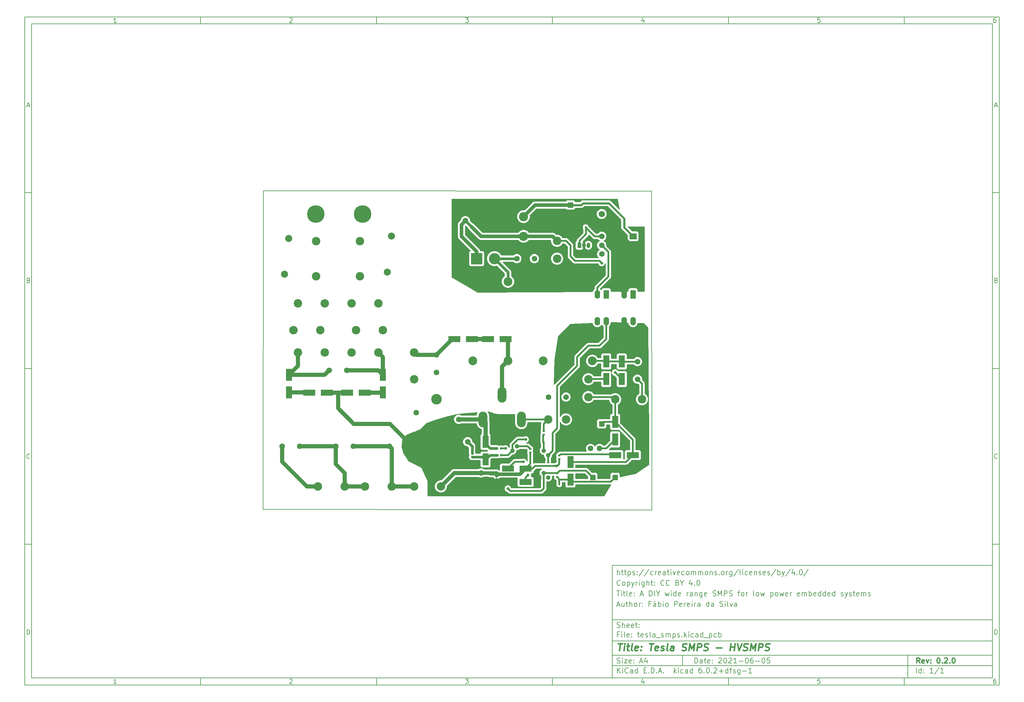
<source format=gbr>
%TF.GenerationSoftware,KiCad,Pcbnew,6.0.2+dfsg-1*%
%TF.CreationDate,2024-06-16T14:38:51-03:00*%
%TF.ProjectId,tesla_smps,7465736c-615f-4736-9d70-732e6b696361,0.2.0*%
%TF.SameCoordinates,Original*%
%TF.FileFunction,Copper,L2,Bot*%
%TF.FilePolarity,Positive*%
%FSLAX46Y46*%
G04 Gerber Fmt 4.6, Leading zero omitted, Abs format (unit mm)*
G04 Created by KiCad (PCBNEW 6.0.2+dfsg-1) date 2024-06-16 14:38:51*
%MOMM*%
%LPD*%
G01*
G04 APERTURE LIST*
G04 Aperture macros list*
%AMRoundRect*
0 Rectangle with rounded corners*
0 $1 Rounding radius*
0 $2 $3 $4 $5 $6 $7 $8 $9 X,Y pos of 4 corners*
0 Add a 4 corners polygon primitive as box body*
4,1,4,$2,$3,$4,$5,$6,$7,$8,$9,$2,$3,0*
0 Add four circle primitives for the rounded corners*
1,1,$1+$1,$2,$3*
1,1,$1+$1,$4,$5*
1,1,$1+$1,$6,$7*
1,1,$1+$1,$8,$9*
0 Add four rect primitives between the rounded corners*
20,1,$1+$1,$2,$3,$4,$5,0*
20,1,$1+$1,$4,$5,$6,$7,0*
20,1,$1+$1,$6,$7,$8,$9,0*
20,1,$1+$1,$8,$9,$2,$3,0*%
G04 Aperture macros list end*
%ADD10C,0.100000*%
%ADD11C,0.150000*%
%ADD12C,0.300000*%
%ADD13C,0.400000*%
%TA.AperFunction,Profile*%
%ADD14C,0.150000*%
%TD*%
%TA.AperFunction,ComponentPad*%
%ADD15R,1.600000X1.600000*%
%TD*%
%TA.AperFunction,ComponentPad*%
%ADD16C,1.600000*%
%TD*%
%TA.AperFunction,ComponentPad*%
%ADD17R,1.200000X1.200000*%
%TD*%
%TA.AperFunction,ComponentPad*%
%ADD18C,1.200000*%
%TD*%
%TA.AperFunction,ComponentPad*%
%ADD19R,3.200000X3.200000*%
%TD*%
%TA.AperFunction,ComponentPad*%
%ADD20O,3.200000X3.200000*%
%TD*%
%TA.AperFunction,ComponentPad*%
%ADD21R,1.800000X1.800000*%
%TD*%
%TA.AperFunction,ComponentPad*%
%ADD22C,1.800000*%
%TD*%
%TA.AperFunction,ComponentPad*%
%ADD23R,1.300000X1.300000*%
%TD*%
%TA.AperFunction,ComponentPad*%
%ADD24C,1.300000*%
%TD*%
%TA.AperFunction,ComponentPad*%
%ADD25C,2.010000*%
%TD*%
%TA.AperFunction,ComponentPad*%
%ADD26C,2.400000*%
%TD*%
%TA.AperFunction,ComponentPad*%
%ADD27R,2.030000X1.730000*%
%TD*%
%TA.AperFunction,ComponentPad*%
%ADD28O,2.030000X1.730000*%
%TD*%
%TA.AperFunction,ComponentPad*%
%ADD29C,2.600000*%
%TD*%
%TA.AperFunction,ComponentPad*%
%ADD30C,5.000000*%
%TD*%
%TA.AperFunction,ComponentPad*%
%ADD31O,2.400000X2.400000*%
%TD*%
%TA.AperFunction,ComponentPad*%
%ADD32O,1.600000X1.600000*%
%TD*%
%TA.AperFunction,ComponentPad*%
%ADD33R,1.050000X1.500000*%
%TD*%
%TA.AperFunction,ComponentPad*%
%ADD34O,1.050000X1.500000*%
%TD*%
%TA.AperFunction,ComponentPad*%
%ADD35O,2.500000X4.500000*%
%TD*%
%TA.AperFunction,ComponentPad*%
%ADD36C,3.000000*%
%TD*%
%TA.AperFunction,ComponentPad*%
%ADD37R,1.600000X2.400000*%
%TD*%
%TA.AperFunction,ComponentPad*%
%ADD38O,1.600000X2.400000*%
%TD*%
%TA.AperFunction,ComponentPad*%
%ADD39C,2.500000*%
%TD*%
%TA.AperFunction,SMDPad,CuDef*%
%ADD40R,1.800000X3.500000*%
%TD*%
%TA.AperFunction,SMDPad,CuDef*%
%ADD41R,3.500000X1.800000*%
%TD*%
%TA.AperFunction,SMDPad,CuDef*%
%ADD42R,0.500000X0.500000*%
%TD*%
%TA.AperFunction,SMDPad,CuDef*%
%ADD43RoundRect,0.135000X-0.135000X-0.185000X0.135000X-0.185000X0.135000X0.185000X-0.135000X0.185000X0*%
%TD*%
%TA.AperFunction,SMDPad,CuDef*%
%ADD44RoundRect,0.135000X0.135000X0.185000X-0.135000X0.185000X-0.135000X-0.185000X0.135000X-0.185000X0*%
%TD*%
%TA.AperFunction,SMDPad,CuDef*%
%ADD45RoundRect,0.135000X-0.185000X0.135000X-0.185000X-0.135000X0.185000X-0.135000X0.185000X0.135000X0*%
%TD*%
%TA.AperFunction,SMDPad,CuDef*%
%ADD46RoundRect,0.135000X0.185000X-0.135000X0.185000X0.135000X-0.185000X0.135000X-0.185000X-0.135000X0*%
%TD*%
%TA.AperFunction,ViaPad*%
%ADD47C,0.800000*%
%TD*%
%TA.AperFunction,Conductor*%
%ADD48C,0.600000*%
%TD*%
%TA.AperFunction,Conductor*%
%ADD49C,1.000000*%
%TD*%
%TA.AperFunction,Conductor*%
%ADD50C,0.250000*%
%TD*%
%TA.AperFunction,Conductor*%
%ADD51C,0.800000*%
%TD*%
%TA.AperFunction,Conductor*%
%ADD52C,0.500000*%
%TD*%
%TA.AperFunction,Conductor*%
%ADD53C,1.200000*%
%TD*%
G04 APERTURE END LIST*
D10*
D11*
X177002200Y-166007200D02*
X177002200Y-198007200D01*
X285002200Y-198007200D01*
X285002200Y-166007200D01*
X177002200Y-166007200D01*
D10*
D11*
X10000000Y-10000000D02*
X10000000Y-200007200D01*
X287002200Y-200007200D01*
X287002200Y-10000000D01*
X10000000Y-10000000D01*
D10*
D11*
X12000000Y-12000000D02*
X12000000Y-198007200D01*
X285002200Y-198007200D01*
X285002200Y-12000000D01*
X12000000Y-12000000D01*
D10*
D11*
X60000000Y-12000000D02*
X60000000Y-10000000D01*
D10*
D11*
X110000000Y-12000000D02*
X110000000Y-10000000D01*
D10*
D11*
X160000000Y-12000000D02*
X160000000Y-10000000D01*
D10*
D11*
X210000000Y-12000000D02*
X210000000Y-10000000D01*
D10*
D11*
X260000000Y-12000000D02*
X260000000Y-10000000D01*
D10*
D11*
X36065476Y-11588095D02*
X35322619Y-11588095D01*
X35694047Y-11588095D02*
X35694047Y-10288095D01*
X35570238Y-10473809D01*
X35446428Y-10597619D01*
X35322619Y-10659523D01*
D10*
D11*
X85322619Y-10411904D02*
X85384523Y-10350000D01*
X85508333Y-10288095D01*
X85817857Y-10288095D01*
X85941666Y-10350000D01*
X86003571Y-10411904D01*
X86065476Y-10535714D01*
X86065476Y-10659523D01*
X86003571Y-10845238D01*
X85260714Y-11588095D01*
X86065476Y-11588095D01*
D10*
D11*
X135260714Y-10288095D02*
X136065476Y-10288095D01*
X135632142Y-10783333D01*
X135817857Y-10783333D01*
X135941666Y-10845238D01*
X136003571Y-10907142D01*
X136065476Y-11030952D01*
X136065476Y-11340476D01*
X136003571Y-11464285D01*
X135941666Y-11526190D01*
X135817857Y-11588095D01*
X135446428Y-11588095D01*
X135322619Y-11526190D01*
X135260714Y-11464285D01*
D10*
D11*
X185941666Y-10721428D02*
X185941666Y-11588095D01*
X185632142Y-10226190D02*
X185322619Y-11154761D01*
X186127380Y-11154761D01*
D10*
D11*
X236003571Y-10288095D02*
X235384523Y-10288095D01*
X235322619Y-10907142D01*
X235384523Y-10845238D01*
X235508333Y-10783333D01*
X235817857Y-10783333D01*
X235941666Y-10845238D01*
X236003571Y-10907142D01*
X236065476Y-11030952D01*
X236065476Y-11340476D01*
X236003571Y-11464285D01*
X235941666Y-11526190D01*
X235817857Y-11588095D01*
X235508333Y-11588095D01*
X235384523Y-11526190D01*
X235322619Y-11464285D01*
D10*
D11*
X285941666Y-10288095D02*
X285694047Y-10288095D01*
X285570238Y-10350000D01*
X285508333Y-10411904D01*
X285384523Y-10597619D01*
X285322619Y-10845238D01*
X285322619Y-11340476D01*
X285384523Y-11464285D01*
X285446428Y-11526190D01*
X285570238Y-11588095D01*
X285817857Y-11588095D01*
X285941666Y-11526190D01*
X286003571Y-11464285D01*
X286065476Y-11340476D01*
X286065476Y-11030952D01*
X286003571Y-10907142D01*
X285941666Y-10845238D01*
X285817857Y-10783333D01*
X285570238Y-10783333D01*
X285446428Y-10845238D01*
X285384523Y-10907142D01*
X285322619Y-11030952D01*
D10*
D11*
X60000000Y-198007200D02*
X60000000Y-200007200D01*
D10*
D11*
X110000000Y-198007200D02*
X110000000Y-200007200D01*
D10*
D11*
X160000000Y-198007200D02*
X160000000Y-200007200D01*
D10*
D11*
X210000000Y-198007200D02*
X210000000Y-200007200D01*
D10*
D11*
X260000000Y-198007200D02*
X260000000Y-200007200D01*
D10*
D11*
X36065476Y-199595295D02*
X35322619Y-199595295D01*
X35694047Y-199595295D02*
X35694047Y-198295295D01*
X35570238Y-198481009D01*
X35446428Y-198604819D01*
X35322619Y-198666723D01*
D10*
D11*
X85322619Y-198419104D02*
X85384523Y-198357200D01*
X85508333Y-198295295D01*
X85817857Y-198295295D01*
X85941666Y-198357200D01*
X86003571Y-198419104D01*
X86065476Y-198542914D01*
X86065476Y-198666723D01*
X86003571Y-198852438D01*
X85260714Y-199595295D01*
X86065476Y-199595295D01*
D10*
D11*
X135260714Y-198295295D02*
X136065476Y-198295295D01*
X135632142Y-198790533D01*
X135817857Y-198790533D01*
X135941666Y-198852438D01*
X136003571Y-198914342D01*
X136065476Y-199038152D01*
X136065476Y-199347676D01*
X136003571Y-199471485D01*
X135941666Y-199533390D01*
X135817857Y-199595295D01*
X135446428Y-199595295D01*
X135322619Y-199533390D01*
X135260714Y-199471485D01*
D10*
D11*
X185941666Y-198728628D02*
X185941666Y-199595295D01*
X185632142Y-198233390D02*
X185322619Y-199161961D01*
X186127380Y-199161961D01*
D10*
D11*
X236003571Y-198295295D02*
X235384523Y-198295295D01*
X235322619Y-198914342D01*
X235384523Y-198852438D01*
X235508333Y-198790533D01*
X235817857Y-198790533D01*
X235941666Y-198852438D01*
X236003571Y-198914342D01*
X236065476Y-199038152D01*
X236065476Y-199347676D01*
X236003571Y-199471485D01*
X235941666Y-199533390D01*
X235817857Y-199595295D01*
X235508333Y-199595295D01*
X235384523Y-199533390D01*
X235322619Y-199471485D01*
D10*
D11*
X285941666Y-198295295D02*
X285694047Y-198295295D01*
X285570238Y-198357200D01*
X285508333Y-198419104D01*
X285384523Y-198604819D01*
X285322619Y-198852438D01*
X285322619Y-199347676D01*
X285384523Y-199471485D01*
X285446428Y-199533390D01*
X285570238Y-199595295D01*
X285817857Y-199595295D01*
X285941666Y-199533390D01*
X286003571Y-199471485D01*
X286065476Y-199347676D01*
X286065476Y-199038152D01*
X286003571Y-198914342D01*
X285941666Y-198852438D01*
X285817857Y-198790533D01*
X285570238Y-198790533D01*
X285446428Y-198852438D01*
X285384523Y-198914342D01*
X285322619Y-199038152D01*
D10*
D11*
X10000000Y-60000000D02*
X12000000Y-60000000D01*
D10*
D11*
X10000000Y-110000000D02*
X12000000Y-110000000D01*
D10*
D11*
X10000000Y-160000000D02*
X12000000Y-160000000D01*
D10*
D11*
X10690476Y-35216666D02*
X11309523Y-35216666D01*
X10566666Y-35588095D02*
X11000000Y-34288095D01*
X11433333Y-35588095D01*
D10*
D11*
X11092857Y-84907142D02*
X11278571Y-84969047D01*
X11340476Y-85030952D01*
X11402380Y-85154761D01*
X11402380Y-85340476D01*
X11340476Y-85464285D01*
X11278571Y-85526190D01*
X11154761Y-85588095D01*
X10659523Y-85588095D01*
X10659523Y-84288095D01*
X11092857Y-84288095D01*
X11216666Y-84350000D01*
X11278571Y-84411904D01*
X11340476Y-84535714D01*
X11340476Y-84659523D01*
X11278571Y-84783333D01*
X11216666Y-84845238D01*
X11092857Y-84907142D01*
X10659523Y-84907142D01*
D10*
D11*
X11402380Y-135464285D02*
X11340476Y-135526190D01*
X11154761Y-135588095D01*
X11030952Y-135588095D01*
X10845238Y-135526190D01*
X10721428Y-135402380D01*
X10659523Y-135278571D01*
X10597619Y-135030952D01*
X10597619Y-134845238D01*
X10659523Y-134597619D01*
X10721428Y-134473809D01*
X10845238Y-134350000D01*
X11030952Y-134288095D01*
X11154761Y-134288095D01*
X11340476Y-134350000D01*
X11402380Y-134411904D01*
D10*
D11*
X10659523Y-185588095D02*
X10659523Y-184288095D01*
X10969047Y-184288095D01*
X11154761Y-184350000D01*
X11278571Y-184473809D01*
X11340476Y-184597619D01*
X11402380Y-184845238D01*
X11402380Y-185030952D01*
X11340476Y-185278571D01*
X11278571Y-185402380D01*
X11154761Y-185526190D01*
X10969047Y-185588095D01*
X10659523Y-185588095D01*
D10*
D11*
X287002200Y-60000000D02*
X285002200Y-60000000D01*
D10*
D11*
X287002200Y-110000000D02*
X285002200Y-110000000D01*
D10*
D11*
X287002200Y-160000000D02*
X285002200Y-160000000D01*
D10*
D11*
X285692676Y-35216666D02*
X286311723Y-35216666D01*
X285568866Y-35588095D02*
X286002200Y-34288095D01*
X286435533Y-35588095D01*
D10*
D11*
X286095057Y-84907142D02*
X286280771Y-84969047D01*
X286342676Y-85030952D01*
X286404580Y-85154761D01*
X286404580Y-85340476D01*
X286342676Y-85464285D01*
X286280771Y-85526190D01*
X286156961Y-85588095D01*
X285661723Y-85588095D01*
X285661723Y-84288095D01*
X286095057Y-84288095D01*
X286218866Y-84350000D01*
X286280771Y-84411904D01*
X286342676Y-84535714D01*
X286342676Y-84659523D01*
X286280771Y-84783333D01*
X286218866Y-84845238D01*
X286095057Y-84907142D01*
X285661723Y-84907142D01*
D10*
D11*
X286404580Y-135464285D02*
X286342676Y-135526190D01*
X286156961Y-135588095D01*
X286033152Y-135588095D01*
X285847438Y-135526190D01*
X285723628Y-135402380D01*
X285661723Y-135278571D01*
X285599819Y-135030952D01*
X285599819Y-134845238D01*
X285661723Y-134597619D01*
X285723628Y-134473809D01*
X285847438Y-134350000D01*
X286033152Y-134288095D01*
X286156961Y-134288095D01*
X286342676Y-134350000D01*
X286404580Y-134411904D01*
D10*
D11*
X285661723Y-185588095D02*
X285661723Y-184288095D01*
X285971247Y-184288095D01*
X286156961Y-184350000D01*
X286280771Y-184473809D01*
X286342676Y-184597619D01*
X286404580Y-184845238D01*
X286404580Y-185030952D01*
X286342676Y-185278571D01*
X286280771Y-185402380D01*
X286156961Y-185526190D01*
X285971247Y-185588095D01*
X285661723Y-185588095D01*
D10*
D11*
X200434342Y-193785771D02*
X200434342Y-192285771D01*
X200791485Y-192285771D01*
X201005771Y-192357200D01*
X201148628Y-192500057D01*
X201220057Y-192642914D01*
X201291485Y-192928628D01*
X201291485Y-193142914D01*
X201220057Y-193428628D01*
X201148628Y-193571485D01*
X201005771Y-193714342D01*
X200791485Y-193785771D01*
X200434342Y-193785771D01*
X202577200Y-193785771D02*
X202577200Y-193000057D01*
X202505771Y-192857200D01*
X202362914Y-192785771D01*
X202077200Y-192785771D01*
X201934342Y-192857200D01*
X202577200Y-193714342D02*
X202434342Y-193785771D01*
X202077200Y-193785771D01*
X201934342Y-193714342D01*
X201862914Y-193571485D01*
X201862914Y-193428628D01*
X201934342Y-193285771D01*
X202077200Y-193214342D01*
X202434342Y-193214342D01*
X202577200Y-193142914D01*
X203077200Y-192785771D02*
X203648628Y-192785771D01*
X203291485Y-192285771D02*
X203291485Y-193571485D01*
X203362914Y-193714342D01*
X203505771Y-193785771D01*
X203648628Y-193785771D01*
X204720057Y-193714342D02*
X204577200Y-193785771D01*
X204291485Y-193785771D01*
X204148628Y-193714342D01*
X204077200Y-193571485D01*
X204077200Y-193000057D01*
X204148628Y-192857200D01*
X204291485Y-192785771D01*
X204577200Y-192785771D01*
X204720057Y-192857200D01*
X204791485Y-193000057D01*
X204791485Y-193142914D01*
X204077200Y-193285771D01*
X205434342Y-193642914D02*
X205505771Y-193714342D01*
X205434342Y-193785771D01*
X205362914Y-193714342D01*
X205434342Y-193642914D01*
X205434342Y-193785771D01*
X205434342Y-192857200D02*
X205505771Y-192928628D01*
X205434342Y-193000057D01*
X205362914Y-192928628D01*
X205434342Y-192857200D01*
X205434342Y-193000057D01*
X207220057Y-192428628D02*
X207291485Y-192357200D01*
X207434342Y-192285771D01*
X207791485Y-192285771D01*
X207934342Y-192357200D01*
X208005771Y-192428628D01*
X208077200Y-192571485D01*
X208077200Y-192714342D01*
X208005771Y-192928628D01*
X207148628Y-193785771D01*
X208077200Y-193785771D01*
X209005771Y-192285771D02*
X209148628Y-192285771D01*
X209291485Y-192357200D01*
X209362914Y-192428628D01*
X209434342Y-192571485D01*
X209505771Y-192857200D01*
X209505771Y-193214342D01*
X209434342Y-193500057D01*
X209362914Y-193642914D01*
X209291485Y-193714342D01*
X209148628Y-193785771D01*
X209005771Y-193785771D01*
X208862914Y-193714342D01*
X208791485Y-193642914D01*
X208720057Y-193500057D01*
X208648628Y-193214342D01*
X208648628Y-192857200D01*
X208720057Y-192571485D01*
X208791485Y-192428628D01*
X208862914Y-192357200D01*
X209005771Y-192285771D01*
X210077200Y-192428628D02*
X210148628Y-192357200D01*
X210291485Y-192285771D01*
X210648628Y-192285771D01*
X210791485Y-192357200D01*
X210862914Y-192428628D01*
X210934342Y-192571485D01*
X210934342Y-192714342D01*
X210862914Y-192928628D01*
X210005771Y-193785771D01*
X210934342Y-193785771D01*
X212362914Y-193785771D02*
X211505771Y-193785771D01*
X211934342Y-193785771D02*
X211934342Y-192285771D01*
X211791485Y-192500057D01*
X211648628Y-192642914D01*
X211505771Y-192714342D01*
X213005771Y-193214342D02*
X214148628Y-193214342D01*
X215148628Y-192285771D02*
X215291485Y-192285771D01*
X215434342Y-192357200D01*
X215505771Y-192428628D01*
X215577200Y-192571485D01*
X215648628Y-192857200D01*
X215648628Y-193214342D01*
X215577200Y-193500057D01*
X215505771Y-193642914D01*
X215434342Y-193714342D01*
X215291485Y-193785771D01*
X215148628Y-193785771D01*
X215005771Y-193714342D01*
X214934342Y-193642914D01*
X214862914Y-193500057D01*
X214791485Y-193214342D01*
X214791485Y-192857200D01*
X214862914Y-192571485D01*
X214934342Y-192428628D01*
X215005771Y-192357200D01*
X215148628Y-192285771D01*
X216934342Y-192285771D02*
X216648628Y-192285771D01*
X216505771Y-192357200D01*
X216434342Y-192428628D01*
X216291485Y-192642914D01*
X216220057Y-192928628D01*
X216220057Y-193500057D01*
X216291485Y-193642914D01*
X216362914Y-193714342D01*
X216505771Y-193785771D01*
X216791485Y-193785771D01*
X216934342Y-193714342D01*
X217005771Y-193642914D01*
X217077200Y-193500057D01*
X217077200Y-193142914D01*
X217005771Y-193000057D01*
X216934342Y-192928628D01*
X216791485Y-192857200D01*
X216505771Y-192857200D01*
X216362914Y-192928628D01*
X216291485Y-193000057D01*
X216220057Y-193142914D01*
X217720057Y-193214342D02*
X218862914Y-193214342D01*
X219862914Y-192285771D02*
X220005771Y-192285771D01*
X220148628Y-192357200D01*
X220220057Y-192428628D01*
X220291485Y-192571485D01*
X220362914Y-192857200D01*
X220362914Y-193214342D01*
X220291485Y-193500057D01*
X220220057Y-193642914D01*
X220148628Y-193714342D01*
X220005771Y-193785771D01*
X219862914Y-193785771D01*
X219720057Y-193714342D01*
X219648628Y-193642914D01*
X219577200Y-193500057D01*
X219505771Y-193214342D01*
X219505771Y-192857200D01*
X219577200Y-192571485D01*
X219648628Y-192428628D01*
X219720057Y-192357200D01*
X219862914Y-192285771D01*
X221720057Y-192285771D02*
X221005771Y-192285771D01*
X220934342Y-193000057D01*
X221005771Y-192928628D01*
X221148628Y-192857200D01*
X221505771Y-192857200D01*
X221648628Y-192928628D01*
X221720057Y-193000057D01*
X221791485Y-193142914D01*
X221791485Y-193500057D01*
X221720057Y-193642914D01*
X221648628Y-193714342D01*
X221505771Y-193785771D01*
X221148628Y-193785771D01*
X221005771Y-193714342D01*
X220934342Y-193642914D01*
D10*
D11*
X177002200Y-194507200D02*
X285002200Y-194507200D01*
D10*
D11*
X178434342Y-196585771D02*
X178434342Y-195085771D01*
X179291485Y-196585771D02*
X178648628Y-195728628D01*
X179291485Y-195085771D02*
X178434342Y-195942914D01*
X179934342Y-196585771D02*
X179934342Y-195585771D01*
X179934342Y-195085771D02*
X179862914Y-195157200D01*
X179934342Y-195228628D01*
X180005771Y-195157200D01*
X179934342Y-195085771D01*
X179934342Y-195228628D01*
X181505771Y-196442914D02*
X181434342Y-196514342D01*
X181220057Y-196585771D01*
X181077200Y-196585771D01*
X180862914Y-196514342D01*
X180720057Y-196371485D01*
X180648628Y-196228628D01*
X180577200Y-195942914D01*
X180577200Y-195728628D01*
X180648628Y-195442914D01*
X180720057Y-195300057D01*
X180862914Y-195157200D01*
X181077200Y-195085771D01*
X181220057Y-195085771D01*
X181434342Y-195157200D01*
X181505771Y-195228628D01*
X182791485Y-196585771D02*
X182791485Y-195800057D01*
X182720057Y-195657200D01*
X182577200Y-195585771D01*
X182291485Y-195585771D01*
X182148628Y-195657200D01*
X182791485Y-196514342D02*
X182648628Y-196585771D01*
X182291485Y-196585771D01*
X182148628Y-196514342D01*
X182077200Y-196371485D01*
X182077200Y-196228628D01*
X182148628Y-196085771D01*
X182291485Y-196014342D01*
X182648628Y-196014342D01*
X182791485Y-195942914D01*
X184148628Y-196585771D02*
X184148628Y-195085771D01*
X184148628Y-196514342D02*
X184005771Y-196585771D01*
X183720057Y-196585771D01*
X183577200Y-196514342D01*
X183505771Y-196442914D01*
X183434342Y-196300057D01*
X183434342Y-195871485D01*
X183505771Y-195728628D01*
X183577200Y-195657200D01*
X183720057Y-195585771D01*
X184005771Y-195585771D01*
X184148628Y-195657200D01*
X186005771Y-195800057D02*
X186505771Y-195800057D01*
X186720057Y-196585771D02*
X186005771Y-196585771D01*
X186005771Y-195085771D01*
X186720057Y-195085771D01*
X187362914Y-196442914D02*
X187434342Y-196514342D01*
X187362914Y-196585771D01*
X187291485Y-196514342D01*
X187362914Y-196442914D01*
X187362914Y-196585771D01*
X188077200Y-196585771D02*
X188077200Y-195085771D01*
X188434342Y-195085771D01*
X188648628Y-195157200D01*
X188791485Y-195300057D01*
X188862914Y-195442914D01*
X188934342Y-195728628D01*
X188934342Y-195942914D01*
X188862914Y-196228628D01*
X188791485Y-196371485D01*
X188648628Y-196514342D01*
X188434342Y-196585771D01*
X188077200Y-196585771D01*
X189577200Y-196442914D02*
X189648628Y-196514342D01*
X189577200Y-196585771D01*
X189505771Y-196514342D01*
X189577200Y-196442914D01*
X189577200Y-196585771D01*
X190220057Y-196157200D02*
X190934342Y-196157200D01*
X190077200Y-196585771D02*
X190577200Y-195085771D01*
X191077200Y-196585771D01*
X191577200Y-196442914D02*
X191648628Y-196514342D01*
X191577200Y-196585771D01*
X191505771Y-196514342D01*
X191577200Y-196442914D01*
X191577200Y-196585771D01*
X194577200Y-196585771D02*
X194577200Y-195085771D01*
X194720057Y-196014342D02*
X195148628Y-196585771D01*
X195148628Y-195585771D02*
X194577200Y-196157200D01*
X195791485Y-196585771D02*
X195791485Y-195585771D01*
X195791485Y-195085771D02*
X195720057Y-195157200D01*
X195791485Y-195228628D01*
X195862914Y-195157200D01*
X195791485Y-195085771D01*
X195791485Y-195228628D01*
X197148628Y-196514342D02*
X197005771Y-196585771D01*
X196720057Y-196585771D01*
X196577200Y-196514342D01*
X196505771Y-196442914D01*
X196434342Y-196300057D01*
X196434342Y-195871485D01*
X196505771Y-195728628D01*
X196577200Y-195657200D01*
X196720057Y-195585771D01*
X197005771Y-195585771D01*
X197148628Y-195657200D01*
X198434342Y-196585771D02*
X198434342Y-195800057D01*
X198362914Y-195657200D01*
X198220057Y-195585771D01*
X197934342Y-195585771D01*
X197791485Y-195657200D01*
X198434342Y-196514342D02*
X198291485Y-196585771D01*
X197934342Y-196585771D01*
X197791485Y-196514342D01*
X197720057Y-196371485D01*
X197720057Y-196228628D01*
X197791485Y-196085771D01*
X197934342Y-196014342D01*
X198291485Y-196014342D01*
X198434342Y-195942914D01*
X199791485Y-196585771D02*
X199791485Y-195085771D01*
X199791485Y-196514342D02*
X199648628Y-196585771D01*
X199362914Y-196585771D01*
X199220057Y-196514342D01*
X199148628Y-196442914D01*
X199077200Y-196300057D01*
X199077200Y-195871485D01*
X199148628Y-195728628D01*
X199220057Y-195657200D01*
X199362914Y-195585771D01*
X199648628Y-195585771D01*
X199791485Y-195657200D01*
X202291485Y-195085771D02*
X202005771Y-195085771D01*
X201862914Y-195157200D01*
X201791485Y-195228628D01*
X201648628Y-195442914D01*
X201577200Y-195728628D01*
X201577200Y-196300057D01*
X201648628Y-196442914D01*
X201720057Y-196514342D01*
X201862914Y-196585771D01*
X202148628Y-196585771D01*
X202291485Y-196514342D01*
X202362914Y-196442914D01*
X202434342Y-196300057D01*
X202434342Y-195942914D01*
X202362914Y-195800057D01*
X202291485Y-195728628D01*
X202148628Y-195657200D01*
X201862914Y-195657200D01*
X201720057Y-195728628D01*
X201648628Y-195800057D01*
X201577200Y-195942914D01*
X203077200Y-196442914D02*
X203148628Y-196514342D01*
X203077200Y-196585771D01*
X203005771Y-196514342D01*
X203077200Y-196442914D01*
X203077200Y-196585771D01*
X204077200Y-195085771D02*
X204220057Y-195085771D01*
X204362914Y-195157200D01*
X204434342Y-195228628D01*
X204505771Y-195371485D01*
X204577200Y-195657200D01*
X204577200Y-196014342D01*
X204505771Y-196300057D01*
X204434342Y-196442914D01*
X204362914Y-196514342D01*
X204220057Y-196585771D01*
X204077200Y-196585771D01*
X203934342Y-196514342D01*
X203862914Y-196442914D01*
X203791485Y-196300057D01*
X203720057Y-196014342D01*
X203720057Y-195657200D01*
X203791485Y-195371485D01*
X203862914Y-195228628D01*
X203934342Y-195157200D01*
X204077200Y-195085771D01*
X205220057Y-196442914D02*
X205291485Y-196514342D01*
X205220057Y-196585771D01*
X205148628Y-196514342D01*
X205220057Y-196442914D01*
X205220057Y-196585771D01*
X205862914Y-195228628D02*
X205934342Y-195157200D01*
X206077200Y-195085771D01*
X206434342Y-195085771D01*
X206577200Y-195157200D01*
X206648628Y-195228628D01*
X206720057Y-195371485D01*
X206720057Y-195514342D01*
X206648628Y-195728628D01*
X205791485Y-196585771D01*
X206720057Y-196585771D01*
X207362914Y-196014342D02*
X208505771Y-196014342D01*
X207934342Y-196585771D02*
X207934342Y-195442914D01*
X209862914Y-196585771D02*
X209862914Y-195085771D01*
X209862914Y-196514342D02*
X209720057Y-196585771D01*
X209434342Y-196585771D01*
X209291485Y-196514342D01*
X209220057Y-196442914D01*
X209148628Y-196300057D01*
X209148628Y-195871485D01*
X209220057Y-195728628D01*
X209291485Y-195657200D01*
X209434342Y-195585771D01*
X209720057Y-195585771D01*
X209862914Y-195657200D01*
X210362914Y-195585771D02*
X210934342Y-195585771D01*
X210577200Y-196585771D02*
X210577200Y-195300057D01*
X210648628Y-195157200D01*
X210791485Y-195085771D01*
X210934342Y-195085771D01*
X211362914Y-196514342D02*
X211505771Y-196585771D01*
X211791485Y-196585771D01*
X211934342Y-196514342D01*
X212005771Y-196371485D01*
X212005771Y-196300057D01*
X211934342Y-196157200D01*
X211791485Y-196085771D01*
X211577200Y-196085771D01*
X211434342Y-196014342D01*
X211362914Y-195871485D01*
X211362914Y-195800057D01*
X211434342Y-195657200D01*
X211577200Y-195585771D01*
X211791485Y-195585771D01*
X211934342Y-195657200D01*
X213291485Y-195585771D02*
X213291485Y-196800057D01*
X213220057Y-196942914D01*
X213148628Y-197014342D01*
X213005771Y-197085771D01*
X212791485Y-197085771D01*
X212648628Y-197014342D01*
X213291485Y-196514342D02*
X213148628Y-196585771D01*
X212862914Y-196585771D01*
X212720057Y-196514342D01*
X212648628Y-196442914D01*
X212577200Y-196300057D01*
X212577200Y-195871485D01*
X212648628Y-195728628D01*
X212720057Y-195657200D01*
X212862914Y-195585771D01*
X213148628Y-195585771D01*
X213291485Y-195657200D01*
X214005771Y-196014342D02*
X215148628Y-196014342D01*
X216648628Y-196585771D02*
X215791485Y-196585771D01*
X216220057Y-196585771D02*
X216220057Y-195085771D01*
X216077200Y-195300057D01*
X215934342Y-195442914D01*
X215791485Y-195514342D01*
D10*
D11*
X177002200Y-191507200D02*
X285002200Y-191507200D01*
D10*
D12*
X264411485Y-193785771D02*
X263911485Y-193071485D01*
X263554342Y-193785771D02*
X263554342Y-192285771D01*
X264125771Y-192285771D01*
X264268628Y-192357200D01*
X264340057Y-192428628D01*
X264411485Y-192571485D01*
X264411485Y-192785771D01*
X264340057Y-192928628D01*
X264268628Y-193000057D01*
X264125771Y-193071485D01*
X263554342Y-193071485D01*
X265625771Y-193714342D02*
X265482914Y-193785771D01*
X265197200Y-193785771D01*
X265054342Y-193714342D01*
X264982914Y-193571485D01*
X264982914Y-193000057D01*
X265054342Y-192857200D01*
X265197200Y-192785771D01*
X265482914Y-192785771D01*
X265625771Y-192857200D01*
X265697200Y-193000057D01*
X265697200Y-193142914D01*
X264982914Y-193285771D01*
X266197200Y-192785771D02*
X266554342Y-193785771D01*
X266911485Y-192785771D01*
X267482914Y-193642914D02*
X267554342Y-193714342D01*
X267482914Y-193785771D01*
X267411485Y-193714342D01*
X267482914Y-193642914D01*
X267482914Y-193785771D01*
X267482914Y-192857200D02*
X267554342Y-192928628D01*
X267482914Y-193000057D01*
X267411485Y-192928628D01*
X267482914Y-192857200D01*
X267482914Y-193000057D01*
X269625771Y-192285771D02*
X269768628Y-192285771D01*
X269911485Y-192357200D01*
X269982914Y-192428628D01*
X270054342Y-192571485D01*
X270125771Y-192857200D01*
X270125771Y-193214342D01*
X270054342Y-193500057D01*
X269982914Y-193642914D01*
X269911485Y-193714342D01*
X269768628Y-193785771D01*
X269625771Y-193785771D01*
X269482914Y-193714342D01*
X269411485Y-193642914D01*
X269340057Y-193500057D01*
X269268628Y-193214342D01*
X269268628Y-192857200D01*
X269340057Y-192571485D01*
X269411485Y-192428628D01*
X269482914Y-192357200D01*
X269625771Y-192285771D01*
X270768628Y-193642914D02*
X270840057Y-193714342D01*
X270768628Y-193785771D01*
X270697200Y-193714342D01*
X270768628Y-193642914D01*
X270768628Y-193785771D01*
X271411485Y-192428628D02*
X271482914Y-192357200D01*
X271625771Y-192285771D01*
X271982914Y-192285771D01*
X272125771Y-192357200D01*
X272197200Y-192428628D01*
X272268628Y-192571485D01*
X272268628Y-192714342D01*
X272197200Y-192928628D01*
X271340057Y-193785771D01*
X272268628Y-193785771D01*
X272911485Y-193642914D02*
X272982914Y-193714342D01*
X272911485Y-193785771D01*
X272840057Y-193714342D01*
X272911485Y-193642914D01*
X272911485Y-193785771D01*
X273911485Y-192285771D02*
X274054342Y-192285771D01*
X274197200Y-192357200D01*
X274268628Y-192428628D01*
X274340057Y-192571485D01*
X274411485Y-192857200D01*
X274411485Y-193214342D01*
X274340057Y-193500057D01*
X274268628Y-193642914D01*
X274197200Y-193714342D01*
X274054342Y-193785771D01*
X273911485Y-193785771D01*
X273768628Y-193714342D01*
X273697200Y-193642914D01*
X273625771Y-193500057D01*
X273554342Y-193214342D01*
X273554342Y-192857200D01*
X273625771Y-192571485D01*
X273697200Y-192428628D01*
X273768628Y-192357200D01*
X273911485Y-192285771D01*
D10*
D11*
X178362914Y-193714342D02*
X178577200Y-193785771D01*
X178934342Y-193785771D01*
X179077200Y-193714342D01*
X179148628Y-193642914D01*
X179220057Y-193500057D01*
X179220057Y-193357200D01*
X179148628Y-193214342D01*
X179077200Y-193142914D01*
X178934342Y-193071485D01*
X178648628Y-193000057D01*
X178505771Y-192928628D01*
X178434342Y-192857200D01*
X178362914Y-192714342D01*
X178362914Y-192571485D01*
X178434342Y-192428628D01*
X178505771Y-192357200D01*
X178648628Y-192285771D01*
X179005771Y-192285771D01*
X179220057Y-192357200D01*
X179862914Y-193785771D02*
X179862914Y-192785771D01*
X179862914Y-192285771D02*
X179791485Y-192357200D01*
X179862914Y-192428628D01*
X179934342Y-192357200D01*
X179862914Y-192285771D01*
X179862914Y-192428628D01*
X180434342Y-192785771D02*
X181220057Y-192785771D01*
X180434342Y-193785771D01*
X181220057Y-193785771D01*
X182362914Y-193714342D02*
X182220057Y-193785771D01*
X181934342Y-193785771D01*
X181791485Y-193714342D01*
X181720057Y-193571485D01*
X181720057Y-193000057D01*
X181791485Y-192857200D01*
X181934342Y-192785771D01*
X182220057Y-192785771D01*
X182362914Y-192857200D01*
X182434342Y-193000057D01*
X182434342Y-193142914D01*
X181720057Y-193285771D01*
X183077200Y-193642914D02*
X183148628Y-193714342D01*
X183077200Y-193785771D01*
X183005771Y-193714342D01*
X183077200Y-193642914D01*
X183077200Y-193785771D01*
X183077200Y-192857200D02*
X183148628Y-192928628D01*
X183077200Y-193000057D01*
X183005771Y-192928628D01*
X183077200Y-192857200D01*
X183077200Y-193000057D01*
X184862914Y-193357200D02*
X185577200Y-193357200D01*
X184720057Y-193785771D02*
X185220057Y-192285771D01*
X185720057Y-193785771D01*
X186862914Y-192785771D02*
X186862914Y-193785771D01*
X186505771Y-192214342D02*
X186148628Y-193285771D01*
X187077200Y-193285771D01*
D10*
D11*
X263434342Y-196585771D02*
X263434342Y-195085771D01*
X264791485Y-196585771D02*
X264791485Y-195085771D01*
X264791485Y-196514342D02*
X264648628Y-196585771D01*
X264362914Y-196585771D01*
X264220057Y-196514342D01*
X264148628Y-196442914D01*
X264077200Y-196300057D01*
X264077200Y-195871485D01*
X264148628Y-195728628D01*
X264220057Y-195657200D01*
X264362914Y-195585771D01*
X264648628Y-195585771D01*
X264791485Y-195657200D01*
X265505771Y-196442914D02*
X265577200Y-196514342D01*
X265505771Y-196585771D01*
X265434342Y-196514342D01*
X265505771Y-196442914D01*
X265505771Y-196585771D01*
X265505771Y-195657200D02*
X265577200Y-195728628D01*
X265505771Y-195800057D01*
X265434342Y-195728628D01*
X265505771Y-195657200D01*
X265505771Y-195800057D01*
X268148628Y-196585771D02*
X267291485Y-196585771D01*
X267720057Y-196585771D02*
X267720057Y-195085771D01*
X267577200Y-195300057D01*
X267434342Y-195442914D01*
X267291485Y-195514342D01*
X269862914Y-195014342D02*
X268577200Y-196942914D01*
X271148628Y-196585771D02*
X270291485Y-196585771D01*
X270720057Y-196585771D02*
X270720057Y-195085771D01*
X270577200Y-195300057D01*
X270434342Y-195442914D01*
X270291485Y-195514342D01*
D10*
D11*
X177002200Y-187507200D02*
X285002200Y-187507200D01*
D10*
D13*
X178714580Y-188211961D02*
X179857438Y-188211961D01*
X179036009Y-190211961D02*
X179286009Y-188211961D01*
X180274104Y-190211961D02*
X180440771Y-188878628D01*
X180524104Y-188211961D02*
X180416961Y-188307200D01*
X180500295Y-188402438D01*
X180607438Y-188307200D01*
X180524104Y-188211961D01*
X180500295Y-188402438D01*
X181107438Y-188878628D02*
X181869342Y-188878628D01*
X181476485Y-188211961D02*
X181262200Y-189926247D01*
X181333628Y-190116723D01*
X181512200Y-190211961D01*
X181702676Y-190211961D01*
X182655057Y-190211961D02*
X182476485Y-190116723D01*
X182405057Y-189926247D01*
X182619342Y-188211961D01*
X184190771Y-190116723D02*
X183988390Y-190211961D01*
X183607438Y-190211961D01*
X183428866Y-190116723D01*
X183357438Y-189926247D01*
X183452676Y-189164342D01*
X183571723Y-188973866D01*
X183774104Y-188878628D01*
X184155057Y-188878628D01*
X184333628Y-188973866D01*
X184405057Y-189164342D01*
X184381247Y-189354819D01*
X183405057Y-189545295D01*
X185155057Y-190021485D02*
X185238390Y-190116723D01*
X185131247Y-190211961D01*
X185047914Y-190116723D01*
X185155057Y-190021485D01*
X185131247Y-190211961D01*
X185286009Y-188973866D02*
X185369342Y-189069104D01*
X185262200Y-189164342D01*
X185178866Y-189069104D01*
X185286009Y-188973866D01*
X185262200Y-189164342D01*
X187571723Y-188211961D02*
X188714580Y-188211961D01*
X187893152Y-190211961D02*
X188143152Y-188211961D01*
X189905057Y-190116723D02*
X189702676Y-190211961D01*
X189321723Y-190211961D01*
X189143152Y-190116723D01*
X189071723Y-189926247D01*
X189166961Y-189164342D01*
X189286009Y-188973866D01*
X189488390Y-188878628D01*
X189869342Y-188878628D01*
X190047914Y-188973866D01*
X190119342Y-189164342D01*
X190095533Y-189354819D01*
X189119342Y-189545295D01*
X190762200Y-190116723D02*
X190940771Y-190211961D01*
X191321723Y-190211961D01*
X191524104Y-190116723D01*
X191643152Y-189926247D01*
X191655057Y-189831009D01*
X191583628Y-189640533D01*
X191405057Y-189545295D01*
X191119342Y-189545295D01*
X190940771Y-189450057D01*
X190869342Y-189259580D01*
X190881247Y-189164342D01*
X191000295Y-188973866D01*
X191202676Y-188878628D01*
X191488390Y-188878628D01*
X191666961Y-188973866D01*
X192750295Y-190211961D02*
X192571723Y-190116723D01*
X192500295Y-189926247D01*
X192714580Y-188211961D01*
X194369342Y-190211961D02*
X194500295Y-189164342D01*
X194428866Y-188973866D01*
X194250295Y-188878628D01*
X193869342Y-188878628D01*
X193666961Y-188973866D01*
X194381247Y-190116723D02*
X194178866Y-190211961D01*
X193702676Y-190211961D01*
X193524104Y-190116723D01*
X193452676Y-189926247D01*
X193476485Y-189735771D01*
X193595533Y-189545295D01*
X193797914Y-189450057D01*
X194274104Y-189450057D01*
X194476485Y-189354819D01*
X196762200Y-190116723D02*
X197036009Y-190211961D01*
X197512200Y-190211961D01*
X197714580Y-190116723D01*
X197821723Y-190021485D01*
X197940771Y-189831009D01*
X197964580Y-189640533D01*
X197893152Y-189450057D01*
X197809819Y-189354819D01*
X197631247Y-189259580D01*
X197262200Y-189164342D01*
X197083628Y-189069104D01*
X197000295Y-188973866D01*
X196928866Y-188783390D01*
X196952676Y-188592914D01*
X197071723Y-188402438D01*
X197178866Y-188307200D01*
X197381247Y-188211961D01*
X197857438Y-188211961D01*
X198131247Y-188307200D01*
X198750295Y-190211961D02*
X199000295Y-188211961D01*
X199488390Y-189640533D01*
X200333628Y-188211961D01*
X200083628Y-190211961D01*
X201036009Y-190211961D02*
X201286009Y-188211961D01*
X202047914Y-188211961D01*
X202226485Y-188307200D01*
X202309819Y-188402438D01*
X202381247Y-188592914D01*
X202345533Y-188878628D01*
X202226485Y-189069104D01*
X202119342Y-189164342D01*
X201916961Y-189259580D01*
X201155057Y-189259580D01*
X202952676Y-190116723D02*
X203226485Y-190211961D01*
X203702676Y-190211961D01*
X203905057Y-190116723D01*
X204012200Y-190021485D01*
X204131247Y-189831009D01*
X204155057Y-189640533D01*
X204083628Y-189450057D01*
X204000295Y-189354819D01*
X203821723Y-189259580D01*
X203452676Y-189164342D01*
X203274104Y-189069104D01*
X203190771Y-188973866D01*
X203119342Y-188783390D01*
X203143152Y-188592914D01*
X203262200Y-188402438D01*
X203369342Y-188307200D01*
X203571723Y-188211961D01*
X204047914Y-188211961D01*
X204321723Y-188307200D01*
X206559819Y-189450057D02*
X208083628Y-189450057D01*
X210464580Y-190211961D02*
X210714580Y-188211961D01*
X210595533Y-189164342D02*
X211738390Y-189164342D01*
X211607438Y-190211961D02*
X211857438Y-188211961D01*
X212524104Y-188211961D02*
X212940771Y-190211961D01*
X213857438Y-188211961D01*
X214190771Y-190116723D02*
X214464580Y-190211961D01*
X214940771Y-190211961D01*
X215143152Y-190116723D01*
X215250295Y-190021485D01*
X215369342Y-189831009D01*
X215393152Y-189640533D01*
X215321723Y-189450057D01*
X215238390Y-189354819D01*
X215059819Y-189259580D01*
X214690771Y-189164342D01*
X214512200Y-189069104D01*
X214428866Y-188973866D01*
X214357438Y-188783390D01*
X214381247Y-188592914D01*
X214500295Y-188402438D01*
X214607438Y-188307200D01*
X214809819Y-188211961D01*
X215286009Y-188211961D01*
X215559819Y-188307200D01*
X216178866Y-190211961D02*
X216428866Y-188211961D01*
X216916961Y-189640533D01*
X217762200Y-188211961D01*
X217512200Y-190211961D01*
X218464580Y-190211961D02*
X218714580Y-188211961D01*
X219476485Y-188211961D01*
X219655057Y-188307200D01*
X219738390Y-188402438D01*
X219809819Y-188592914D01*
X219774104Y-188878628D01*
X219655057Y-189069104D01*
X219547914Y-189164342D01*
X219345533Y-189259580D01*
X218583628Y-189259580D01*
X220381247Y-190116723D02*
X220655057Y-190211961D01*
X221131247Y-190211961D01*
X221333628Y-190116723D01*
X221440771Y-190021485D01*
X221559819Y-189831009D01*
X221583628Y-189640533D01*
X221512200Y-189450057D01*
X221428866Y-189354819D01*
X221250295Y-189259580D01*
X220881247Y-189164342D01*
X220702676Y-189069104D01*
X220619342Y-188973866D01*
X220547914Y-188783390D01*
X220571723Y-188592914D01*
X220690771Y-188402438D01*
X220797914Y-188307200D01*
X221000295Y-188211961D01*
X221476485Y-188211961D01*
X221750295Y-188307200D01*
D10*
D11*
X178934342Y-185600057D02*
X178434342Y-185600057D01*
X178434342Y-186385771D02*
X178434342Y-184885771D01*
X179148628Y-184885771D01*
X179720057Y-186385771D02*
X179720057Y-185385771D01*
X179720057Y-184885771D02*
X179648628Y-184957200D01*
X179720057Y-185028628D01*
X179791485Y-184957200D01*
X179720057Y-184885771D01*
X179720057Y-185028628D01*
X180648628Y-186385771D02*
X180505771Y-186314342D01*
X180434342Y-186171485D01*
X180434342Y-184885771D01*
X181791485Y-186314342D02*
X181648628Y-186385771D01*
X181362914Y-186385771D01*
X181220057Y-186314342D01*
X181148628Y-186171485D01*
X181148628Y-185600057D01*
X181220057Y-185457200D01*
X181362914Y-185385771D01*
X181648628Y-185385771D01*
X181791485Y-185457200D01*
X181862914Y-185600057D01*
X181862914Y-185742914D01*
X181148628Y-185885771D01*
X182505771Y-186242914D02*
X182577200Y-186314342D01*
X182505771Y-186385771D01*
X182434342Y-186314342D01*
X182505771Y-186242914D01*
X182505771Y-186385771D01*
X182505771Y-185457200D02*
X182577200Y-185528628D01*
X182505771Y-185600057D01*
X182434342Y-185528628D01*
X182505771Y-185457200D01*
X182505771Y-185600057D01*
X184148628Y-185385771D02*
X184720057Y-185385771D01*
X184362914Y-184885771D02*
X184362914Y-186171485D01*
X184434342Y-186314342D01*
X184577200Y-186385771D01*
X184720057Y-186385771D01*
X185791485Y-186314342D02*
X185648628Y-186385771D01*
X185362914Y-186385771D01*
X185220057Y-186314342D01*
X185148628Y-186171485D01*
X185148628Y-185600057D01*
X185220057Y-185457200D01*
X185362914Y-185385771D01*
X185648628Y-185385771D01*
X185791485Y-185457200D01*
X185862914Y-185600057D01*
X185862914Y-185742914D01*
X185148628Y-185885771D01*
X186434342Y-186314342D02*
X186577200Y-186385771D01*
X186862914Y-186385771D01*
X187005771Y-186314342D01*
X187077200Y-186171485D01*
X187077200Y-186100057D01*
X187005771Y-185957200D01*
X186862914Y-185885771D01*
X186648628Y-185885771D01*
X186505771Y-185814342D01*
X186434342Y-185671485D01*
X186434342Y-185600057D01*
X186505771Y-185457200D01*
X186648628Y-185385771D01*
X186862914Y-185385771D01*
X187005771Y-185457200D01*
X187934342Y-186385771D02*
X187791485Y-186314342D01*
X187720057Y-186171485D01*
X187720057Y-184885771D01*
X189148628Y-186385771D02*
X189148628Y-185600057D01*
X189077200Y-185457200D01*
X188934342Y-185385771D01*
X188648628Y-185385771D01*
X188505771Y-185457200D01*
X189148628Y-186314342D02*
X189005771Y-186385771D01*
X188648628Y-186385771D01*
X188505771Y-186314342D01*
X188434342Y-186171485D01*
X188434342Y-186028628D01*
X188505771Y-185885771D01*
X188648628Y-185814342D01*
X189005771Y-185814342D01*
X189148628Y-185742914D01*
X189505771Y-186528628D02*
X190648628Y-186528628D01*
X190934342Y-186314342D02*
X191077200Y-186385771D01*
X191362914Y-186385771D01*
X191505771Y-186314342D01*
X191577200Y-186171485D01*
X191577200Y-186100057D01*
X191505771Y-185957200D01*
X191362914Y-185885771D01*
X191148628Y-185885771D01*
X191005771Y-185814342D01*
X190934342Y-185671485D01*
X190934342Y-185600057D01*
X191005771Y-185457200D01*
X191148628Y-185385771D01*
X191362914Y-185385771D01*
X191505771Y-185457200D01*
X192220057Y-186385771D02*
X192220057Y-185385771D01*
X192220057Y-185528628D02*
X192291485Y-185457200D01*
X192434342Y-185385771D01*
X192648628Y-185385771D01*
X192791485Y-185457200D01*
X192862914Y-185600057D01*
X192862914Y-186385771D01*
X192862914Y-185600057D02*
X192934342Y-185457200D01*
X193077200Y-185385771D01*
X193291485Y-185385771D01*
X193434342Y-185457200D01*
X193505771Y-185600057D01*
X193505771Y-186385771D01*
X194220057Y-185385771D02*
X194220057Y-186885771D01*
X194220057Y-185457200D02*
X194362914Y-185385771D01*
X194648628Y-185385771D01*
X194791485Y-185457200D01*
X194862914Y-185528628D01*
X194934342Y-185671485D01*
X194934342Y-186100057D01*
X194862914Y-186242914D01*
X194791485Y-186314342D01*
X194648628Y-186385771D01*
X194362914Y-186385771D01*
X194220057Y-186314342D01*
X195505771Y-186314342D02*
X195648628Y-186385771D01*
X195934342Y-186385771D01*
X196077200Y-186314342D01*
X196148628Y-186171485D01*
X196148628Y-186100057D01*
X196077200Y-185957200D01*
X195934342Y-185885771D01*
X195720057Y-185885771D01*
X195577200Y-185814342D01*
X195505771Y-185671485D01*
X195505771Y-185600057D01*
X195577200Y-185457200D01*
X195720057Y-185385771D01*
X195934342Y-185385771D01*
X196077200Y-185457200D01*
X196791485Y-186242914D02*
X196862914Y-186314342D01*
X196791485Y-186385771D01*
X196720057Y-186314342D01*
X196791485Y-186242914D01*
X196791485Y-186385771D01*
X197505771Y-186385771D02*
X197505771Y-184885771D01*
X197648628Y-185814342D02*
X198077200Y-186385771D01*
X198077200Y-185385771D02*
X197505771Y-185957200D01*
X198720057Y-186385771D02*
X198720057Y-185385771D01*
X198720057Y-184885771D02*
X198648628Y-184957200D01*
X198720057Y-185028628D01*
X198791485Y-184957200D01*
X198720057Y-184885771D01*
X198720057Y-185028628D01*
X200077200Y-186314342D02*
X199934342Y-186385771D01*
X199648628Y-186385771D01*
X199505771Y-186314342D01*
X199434342Y-186242914D01*
X199362914Y-186100057D01*
X199362914Y-185671485D01*
X199434342Y-185528628D01*
X199505771Y-185457200D01*
X199648628Y-185385771D01*
X199934342Y-185385771D01*
X200077200Y-185457200D01*
X201362914Y-186385771D02*
X201362914Y-185600057D01*
X201291485Y-185457200D01*
X201148628Y-185385771D01*
X200862914Y-185385771D01*
X200720057Y-185457200D01*
X201362914Y-186314342D02*
X201220057Y-186385771D01*
X200862914Y-186385771D01*
X200720057Y-186314342D01*
X200648628Y-186171485D01*
X200648628Y-186028628D01*
X200720057Y-185885771D01*
X200862914Y-185814342D01*
X201220057Y-185814342D01*
X201362914Y-185742914D01*
X202720057Y-186385771D02*
X202720057Y-184885771D01*
X202720057Y-186314342D02*
X202577200Y-186385771D01*
X202291485Y-186385771D01*
X202148628Y-186314342D01*
X202077200Y-186242914D01*
X202005771Y-186100057D01*
X202005771Y-185671485D01*
X202077200Y-185528628D01*
X202148628Y-185457200D01*
X202291485Y-185385771D01*
X202577200Y-185385771D01*
X202720057Y-185457200D01*
X203077200Y-186528628D02*
X204220057Y-186528628D01*
X204577200Y-185385771D02*
X204577200Y-186885771D01*
X204577200Y-185457200D02*
X204720057Y-185385771D01*
X205005771Y-185385771D01*
X205148628Y-185457200D01*
X205220057Y-185528628D01*
X205291485Y-185671485D01*
X205291485Y-186100057D01*
X205220057Y-186242914D01*
X205148628Y-186314342D01*
X205005771Y-186385771D01*
X204720057Y-186385771D01*
X204577200Y-186314342D01*
X206577200Y-186314342D02*
X206434342Y-186385771D01*
X206148628Y-186385771D01*
X206005771Y-186314342D01*
X205934342Y-186242914D01*
X205862914Y-186100057D01*
X205862914Y-185671485D01*
X205934342Y-185528628D01*
X206005771Y-185457200D01*
X206148628Y-185385771D01*
X206434342Y-185385771D01*
X206577200Y-185457200D01*
X207220057Y-186385771D02*
X207220057Y-184885771D01*
X207220057Y-185457200D02*
X207362914Y-185385771D01*
X207648628Y-185385771D01*
X207791485Y-185457200D01*
X207862914Y-185528628D01*
X207934342Y-185671485D01*
X207934342Y-186100057D01*
X207862914Y-186242914D01*
X207791485Y-186314342D01*
X207648628Y-186385771D01*
X207362914Y-186385771D01*
X207220057Y-186314342D01*
D10*
D11*
X177002200Y-181507200D02*
X285002200Y-181507200D01*
D10*
D11*
X178362914Y-183614342D02*
X178577200Y-183685771D01*
X178934342Y-183685771D01*
X179077200Y-183614342D01*
X179148628Y-183542914D01*
X179220057Y-183400057D01*
X179220057Y-183257200D01*
X179148628Y-183114342D01*
X179077200Y-183042914D01*
X178934342Y-182971485D01*
X178648628Y-182900057D01*
X178505771Y-182828628D01*
X178434342Y-182757200D01*
X178362914Y-182614342D01*
X178362914Y-182471485D01*
X178434342Y-182328628D01*
X178505771Y-182257200D01*
X178648628Y-182185771D01*
X179005771Y-182185771D01*
X179220057Y-182257200D01*
X179862914Y-183685771D02*
X179862914Y-182185771D01*
X180505771Y-183685771D02*
X180505771Y-182900057D01*
X180434342Y-182757200D01*
X180291485Y-182685771D01*
X180077200Y-182685771D01*
X179934342Y-182757200D01*
X179862914Y-182828628D01*
X181791485Y-183614342D02*
X181648628Y-183685771D01*
X181362914Y-183685771D01*
X181220057Y-183614342D01*
X181148628Y-183471485D01*
X181148628Y-182900057D01*
X181220057Y-182757200D01*
X181362914Y-182685771D01*
X181648628Y-182685771D01*
X181791485Y-182757200D01*
X181862914Y-182900057D01*
X181862914Y-183042914D01*
X181148628Y-183185771D01*
X183077200Y-183614342D02*
X182934342Y-183685771D01*
X182648628Y-183685771D01*
X182505771Y-183614342D01*
X182434342Y-183471485D01*
X182434342Y-182900057D01*
X182505771Y-182757200D01*
X182648628Y-182685771D01*
X182934342Y-182685771D01*
X183077200Y-182757200D01*
X183148628Y-182900057D01*
X183148628Y-183042914D01*
X182434342Y-183185771D01*
X183577200Y-182685771D02*
X184148628Y-182685771D01*
X183791485Y-182185771D02*
X183791485Y-183471485D01*
X183862914Y-183614342D01*
X184005771Y-183685771D01*
X184148628Y-183685771D01*
X184648628Y-183542914D02*
X184720057Y-183614342D01*
X184648628Y-183685771D01*
X184577200Y-183614342D01*
X184648628Y-183542914D01*
X184648628Y-183685771D01*
X184648628Y-182757200D02*
X184720057Y-182828628D01*
X184648628Y-182900057D01*
X184577200Y-182828628D01*
X184648628Y-182757200D01*
X184648628Y-182900057D01*
D10*
D12*
D10*
D11*
X178362914Y-177257200D02*
X179077200Y-177257200D01*
X178220057Y-177685771D02*
X178720057Y-176185771D01*
X179220057Y-177685771D01*
X180362914Y-176685771D02*
X180362914Y-177685771D01*
X179720057Y-176685771D02*
X179720057Y-177471485D01*
X179791485Y-177614342D01*
X179934342Y-177685771D01*
X180148628Y-177685771D01*
X180291485Y-177614342D01*
X180362914Y-177542914D01*
X180862914Y-176685771D02*
X181434342Y-176685771D01*
X181077200Y-176185771D02*
X181077200Y-177471485D01*
X181148628Y-177614342D01*
X181291485Y-177685771D01*
X181434342Y-177685771D01*
X181934342Y-177685771D02*
X181934342Y-176185771D01*
X182577200Y-177685771D02*
X182577200Y-176900057D01*
X182505771Y-176757200D01*
X182362914Y-176685771D01*
X182148628Y-176685771D01*
X182005771Y-176757200D01*
X181934342Y-176828628D01*
X183505771Y-177685771D02*
X183362914Y-177614342D01*
X183291485Y-177542914D01*
X183220057Y-177400057D01*
X183220057Y-176971485D01*
X183291485Y-176828628D01*
X183362914Y-176757200D01*
X183505771Y-176685771D01*
X183720057Y-176685771D01*
X183862914Y-176757200D01*
X183934342Y-176828628D01*
X184005771Y-176971485D01*
X184005771Y-177400057D01*
X183934342Y-177542914D01*
X183862914Y-177614342D01*
X183720057Y-177685771D01*
X183505771Y-177685771D01*
X184648628Y-177685771D02*
X184648628Y-176685771D01*
X184648628Y-176971485D02*
X184720057Y-176828628D01*
X184791485Y-176757200D01*
X184934342Y-176685771D01*
X185077200Y-176685771D01*
X185577200Y-177542914D02*
X185648628Y-177614342D01*
X185577200Y-177685771D01*
X185505771Y-177614342D01*
X185577200Y-177542914D01*
X185577200Y-177685771D01*
X185577200Y-176757200D02*
X185648628Y-176828628D01*
X185577200Y-176900057D01*
X185505771Y-176828628D01*
X185577200Y-176757200D01*
X185577200Y-176900057D01*
X187934342Y-176900057D02*
X187434342Y-176900057D01*
X187434342Y-177685771D02*
X187434342Y-176185771D01*
X188148628Y-176185771D01*
X189362914Y-177685771D02*
X189362914Y-176900057D01*
X189291485Y-176757200D01*
X189148628Y-176685771D01*
X188862914Y-176685771D01*
X188720057Y-176757200D01*
X189362914Y-177614342D02*
X189220057Y-177685771D01*
X188862914Y-177685771D01*
X188720057Y-177614342D01*
X188648628Y-177471485D01*
X188648628Y-177328628D01*
X188720057Y-177185771D01*
X188862914Y-177114342D01*
X189220057Y-177114342D01*
X189362914Y-177042914D01*
X189148628Y-176114342D02*
X188934342Y-176328628D01*
X190077200Y-177685771D02*
X190077200Y-176185771D01*
X190077200Y-176757200D02*
X190220057Y-176685771D01*
X190505771Y-176685771D01*
X190648628Y-176757200D01*
X190720057Y-176828628D01*
X190791485Y-176971485D01*
X190791485Y-177400057D01*
X190720057Y-177542914D01*
X190648628Y-177614342D01*
X190505771Y-177685771D01*
X190220057Y-177685771D01*
X190077200Y-177614342D01*
X191434342Y-177685771D02*
X191434342Y-176685771D01*
X191434342Y-176185771D02*
X191362914Y-176257200D01*
X191434342Y-176328628D01*
X191505771Y-176257200D01*
X191434342Y-176185771D01*
X191434342Y-176328628D01*
X192362914Y-177685771D02*
X192220057Y-177614342D01*
X192148628Y-177542914D01*
X192077200Y-177400057D01*
X192077200Y-176971485D01*
X192148628Y-176828628D01*
X192220057Y-176757200D01*
X192362914Y-176685771D01*
X192577200Y-176685771D01*
X192720057Y-176757200D01*
X192791485Y-176828628D01*
X192862914Y-176971485D01*
X192862914Y-177400057D01*
X192791485Y-177542914D01*
X192720057Y-177614342D01*
X192577200Y-177685771D01*
X192362914Y-177685771D01*
X194648628Y-177685771D02*
X194648628Y-176185771D01*
X195220057Y-176185771D01*
X195362914Y-176257200D01*
X195434342Y-176328628D01*
X195505771Y-176471485D01*
X195505771Y-176685771D01*
X195434342Y-176828628D01*
X195362914Y-176900057D01*
X195220057Y-176971485D01*
X194648628Y-176971485D01*
X196720057Y-177614342D02*
X196577200Y-177685771D01*
X196291485Y-177685771D01*
X196148628Y-177614342D01*
X196077200Y-177471485D01*
X196077200Y-176900057D01*
X196148628Y-176757200D01*
X196291485Y-176685771D01*
X196577200Y-176685771D01*
X196720057Y-176757200D01*
X196791485Y-176900057D01*
X196791485Y-177042914D01*
X196077200Y-177185771D01*
X197434342Y-177685771D02*
X197434342Y-176685771D01*
X197434342Y-176971485D02*
X197505771Y-176828628D01*
X197577200Y-176757200D01*
X197720057Y-176685771D01*
X197862914Y-176685771D01*
X198934342Y-177614342D02*
X198791485Y-177685771D01*
X198505771Y-177685771D01*
X198362914Y-177614342D01*
X198291485Y-177471485D01*
X198291485Y-176900057D01*
X198362914Y-176757200D01*
X198505771Y-176685771D01*
X198791485Y-176685771D01*
X198934342Y-176757200D01*
X199005771Y-176900057D01*
X199005771Y-177042914D01*
X198291485Y-177185771D01*
X199648628Y-177685771D02*
X199648628Y-176685771D01*
X199648628Y-176185771D02*
X199577200Y-176257200D01*
X199648628Y-176328628D01*
X199720057Y-176257200D01*
X199648628Y-176185771D01*
X199648628Y-176328628D01*
X200362914Y-177685771D02*
X200362914Y-176685771D01*
X200362914Y-176971485D02*
X200434342Y-176828628D01*
X200505771Y-176757200D01*
X200648628Y-176685771D01*
X200791485Y-176685771D01*
X201934342Y-177685771D02*
X201934342Y-176900057D01*
X201862914Y-176757200D01*
X201720057Y-176685771D01*
X201434342Y-176685771D01*
X201291485Y-176757200D01*
X201934342Y-177614342D02*
X201791485Y-177685771D01*
X201434342Y-177685771D01*
X201291485Y-177614342D01*
X201220057Y-177471485D01*
X201220057Y-177328628D01*
X201291485Y-177185771D01*
X201434342Y-177114342D01*
X201791485Y-177114342D01*
X201934342Y-177042914D01*
X204434342Y-177685771D02*
X204434342Y-176185771D01*
X204434342Y-177614342D02*
X204291485Y-177685771D01*
X204005771Y-177685771D01*
X203862914Y-177614342D01*
X203791485Y-177542914D01*
X203720057Y-177400057D01*
X203720057Y-176971485D01*
X203791485Y-176828628D01*
X203862914Y-176757200D01*
X204005771Y-176685771D01*
X204291485Y-176685771D01*
X204434342Y-176757200D01*
X205791485Y-177685771D02*
X205791485Y-176900057D01*
X205720057Y-176757200D01*
X205577200Y-176685771D01*
X205291485Y-176685771D01*
X205148628Y-176757200D01*
X205791485Y-177614342D02*
X205648628Y-177685771D01*
X205291485Y-177685771D01*
X205148628Y-177614342D01*
X205077200Y-177471485D01*
X205077200Y-177328628D01*
X205148628Y-177185771D01*
X205291485Y-177114342D01*
X205648628Y-177114342D01*
X205791485Y-177042914D01*
X207577200Y-177614342D02*
X207791485Y-177685771D01*
X208148628Y-177685771D01*
X208291485Y-177614342D01*
X208362914Y-177542914D01*
X208434342Y-177400057D01*
X208434342Y-177257200D01*
X208362914Y-177114342D01*
X208291485Y-177042914D01*
X208148628Y-176971485D01*
X207862914Y-176900057D01*
X207720057Y-176828628D01*
X207648628Y-176757200D01*
X207577200Y-176614342D01*
X207577200Y-176471485D01*
X207648628Y-176328628D01*
X207720057Y-176257200D01*
X207862914Y-176185771D01*
X208220057Y-176185771D01*
X208434342Y-176257200D01*
X209077200Y-177685771D02*
X209077200Y-176685771D01*
X209077200Y-176185771D02*
X209005771Y-176257200D01*
X209077200Y-176328628D01*
X209148628Y-176257200D01*
X209077200Y-176185771D01*
X209077200Y-176328628D01*
X210005771Y-177685771D02*
X209862914Y-177614342D01*
X209791485Y-177471485D01*
X209791485Y-176185771D01*
X210434342Y-176685771D02*
X210791485Y-177685771D01*
X211148628Y-176685771D01*
X212362914Y-177685771D02*
X212362914Y-176900057D01*
X212291485Y-176757200D01*
X212148628Y-176685771D01*
X211862914Y-176685771D01*
X211720057Y-176757200D01*
X212362914Y-177614342D02*
X212220057Y-177685771D01*
X211862914Y-177685771D01*
X211720057Y-177614342D01*
X211648628Y-177471485D01*
X211648628Y-177328628D01*
X211720057Y-177185771D01*
X211862914Y-177114342D01*
X212220057Y-177114342D01*
X212362914Y-177042914D01*
D10*
D11*
X178220057Y-173185771D02*
X179077200Y-173185771D01*
X178648628Y-174685771D02*
X178648628Y-173185771D01*
X179577200Y-174685771D02*
X179577200Y-173685771D01*
X179577200Y-173185771D02*
X179505771Y-173257200D01*
X179577200Y-173328628D01*
X179648628Y-173257200D01*
X179577200Y-173185771D01*
X179577200Y-173328628D01*
X180077200Y-173685771D02*
X180648628Y-173685771D01*
X180291485Y-173185771D02*
X180291485Y-174471485D01*
X180362914Y-174614342D01*
X180505771Y-174685771D01*
X180648628Y-174685771D01*
X181362914Y-174685771D02*
X181220057Y-174614342D01*
X181148628Y-174471485D01*
X181148628Y-173185771D01*
X182505771Y-174614342D02*
X182362914Y-174685771D01*
X182077200Y-174685771D01*
X181934342Y-174614342D01*
X181862914Y-174471485D01*
X181862914Y-173900057D01*
X181934342Y-173757200D01*
X182077200Y-173685771D01*
X182362914Y-173685771D01*
X182505771Y-173757200D01*
X182577200Y-173900057D01*
X182577200Y-174042914D01*
X181862914Y-174185771D01*
X183220057Y-174542914D02*
X183291485Y-174614342D01*
X183220057Y-174685771D01*
X183148628Y-174614342D01*
X183220057Y-174542914D01*
X183220057Y-174685771D01*
X183220057Y-173757200D02*
X183291485Y-173828628D01*
X183220057Y-173900057D01*
X183148628Y-173828628D01*
X183220057Y-173757200D01*
X183220057Y-173900057D01*
X185005771Y-174257200D02*
X185720057Y-174257200D01*
X184862914Y-174685771D02*
X185362914Y-173185771D01*
X185862914Y-174685771D01*
X187505771Y-174685771D02*
X187505771Y-173185771D01*
X187862914Y-173185771D01*
X188077200Y-173257200D01*
X188220057Y-173400057D01*
X188291485Y-173542914D01*
X188362914Y-173828628D01*
X188362914Y-174042914D01*
X188291485Y-174328628D01*
X188220057Y-174471485D01*
X188077200Y-174614342D01*
X187862914Y-174685771D01*
X187505771Y-174685771D01*
X189005771Y-174685771D02*
X189005771Y-173185771D01*
X190005771Y-173971485D02*
X190005771Y-174685771D01*
X189505771Y-173185771D02*
X190005771Y-173971485D01*
X190505771Y-173185771D01*
X192005771Y-173685771D02*
X192291485Y-174685771D01*
X192577200Y-173971485D01*
X192862914Y-174685771D01*
X193148628Y-173685771D01*
X193720057Y-174685771D02*
X193720057Y-173685771D01*
X193720057Y-173185771D02*
X193648628Y-173257200D01*
X193720057Y-173328628D01*
X193791485Y-173257200D01*
X193720057Y-173185771D01*
X193720057Y-173328628D01*
X195077200Y-174685771D02*
X195077200Y-173185771D01*
X195077200Y-174614342D02*
X194934342Y-174685771D01*
X194648628Y-174685771D01*
X194505771Y-174614342D01*
X194434342Y-174542914D01*
X194362914Y-174400057D01*
X194362914Y-173971485D01*
X194434342Y-173828628D01*
X194505771Y-173757200D01*
X194648628Y-173685771D01*
X194934342Y-173685771D01*
X195077200Y-173757200D01*
X196362914Y-174614342D02*
X196220057Y-174685771D01*
X195934342Y-174685771D01*
X195791485Y-174614342D01*
X195720057Y-174471485D01*
X195720057Y-173900057D01*
X195791485Y-173757200D01*
X195934342Y-173685771D01*
X196220057Y-173685771D01*
X196362914Y-173757200D01*
X196434342Y-173900057D01*
X196434342Y-174042914D01*
X195720057Y-174185771D01*
X198220057Y-174685771D02*
X198220057Y-173685771D01*
X198220057Y-173971485D02*
X198291485Y-173828628D01*
X198362914Y-173757200D01*
X198505771Y-173685771D01*
X198648628Y-173685771D01*
X199791485Y-174685771D02*
X199791485Y-173900057D01*
X199720057Y-173757200D01*
X199577200Y-173685771D01*
X199291485Y-173685771D01*
X199148628Y-173757200D01*
X199791485Y-174614342D02*
X199648628Y-174685771D01*
X199291485Y-174685771D01*
X199148628Y-174614342D01*
X199077200Y-174471485D01*
X199077200Y-174328628D01*
X199148628Y-174185771D01*
X199291485Y-174114342D01*
X199648628Y-174114342D01*
X199791485Y-174042914D01*
X200505771Y-173685771D02*
X200505771Y-174685771D01*
X200505771Y-173828628D02*
X200577200Y-173757200D01*
X200720057Y-173685771D01*
X200934342Y-173685771D01*
X201077200Y-173757200D01*
X201148628Y-173900057D01*
X201148628Y-174685771D01*
X202505771Y-173685771D02*
X202505771Y-174900057D01*
X202434342Y-175042914D01*
X202362914Y-175114342D01*
X202220057Y-175185771D01*
X202005771Y-175185771D01*
X201862914Y-175114342D01*
X202505771Y-174614342D02*
X202362914Y-174685771D01*
X202077200Y-174685771D01*
X201934342Y-174614342D01*
X201862914Y-174542914D01*
X201791485Y-174400057D01*
X201791485Y-173971485D01*
X201862914Y-173828628D01*
X201934342Y-173757200D01*
X202077200Y-173685771D01*
X202362914Y-173685771D01*
X202505771Y-173757200D01*
X203791485Y-174614342D02*
X203648628Y-174685771D01*
X203362914Y-174685771D01*
X203220057Y-174614342D01*
X203148628Y-174471485D01*
X203148628Y-173900057D01*
X203220057Y-173757200D01*
X203362914Y-173685771D01*
X203648628Y-173685771D01*
X203791485Y-173757200D01*
X203862914Y-173900057D01*
X203862914Y-174042914D01*
X203148628Y-174185771D01*
X205577200Y-174614342D02*
X205791485Y-174685771D01*
X206148628Y-174685771D01*
X206291485Y-174614342D01*
X206362914Y-174542914D01*
X206434342Y-174400057D01*
X206434342Y-174257200D01*
X206362914Y-174114342D01*
X206291485Y-174042914D01*
X206148628Y-173971485D01*
X205862914Y-173900057D01*
X205720057Y-173828628D01*
X205648628Y-173757200D01*
X205577200Y-173614342D01*
X205577200Y-173471485D01*
X205648628Y-173328628D01*
X205720057Y-173257200D01*
X205862914Y-173185771D01*
X206220057Y-173185771D01*
X206434342Y-173257200D01*
X207077200Y-174685771D02*
X207077200Y-173185771D01*
X207577200Y-174257200D01*
X208077200Y-173185771D01*
X208077200Y-174685771D01*
X208791485Y-174685771D02*
X208791485Y-173185771D01*
X209362914Y-173185771D01*
X209505771Y-173257200D01*
X209577200Y-173328628D01*
X209648628Y-173471485D01*
X209648628Y-173685771D01*
X209577200Y-173828628D01*
X209505771Y-173900057D01*
X209362914Y-173971485D01*
X208791485Y-173971485D01*
X210220057Y-174614342D02*
X210434342Y-174685771D01*
X210791485Y-174685771D01*
X210934342Y-174614342D01*
X211005771Y-174542914D01*
X211077200Y-174400057D01*
X211077200Y-174257200D01*
X211005771Y-174114342D01*
X210934342Y-174042914D01*
X210791485Y-173971485D01*
X210505771Y-173900057D01*
X210362914Y-173828628D01*
X210291485Y-173757200D01*
X210220057Y-173614342D01*
X210220057Y-173471485D01*
X210291485Y-173328628D01*
X210362914Y-173257200D01*
X210505771Y-173185771D01*
X210862914Y-173185771D01*
X211077200Y-173257200D01*
X212648628Y-173685771D02*
X213220057Y-173685771D01*
X212862914Y-174685771D02*
X212862914Y-173400057D01*
X212934342Y-173257200D01*
X213077200Y-173185771D01*
X213220057Y-173185771D01*
X213934342Y-174685771D02*
X213791485Y-174614342D01*
X213720057Y-174542914D01*
X213648628Y-174400057D01*
X213648628Y-173971485D01*
X213720057Y-173828628D01*
X213791485Y-173757200D01*
X213934342Y-173685771D01*
X214148628Y-173685771D01*
X214291485Y-173757200D01*
X214362914Y-173828628D01*
X214434342Y-173971485D01*
X214434342Y-174400057D01*
X214362914Y-174542914D01*
X214291485Y-174614342D01*
X214148628Y-174685771D01*
X213934342Y-174685771D01*
X215077200Y-174685771D02*
X215077200Y-173685771D01*
X215077200Y-173971485D02*
X215148628Y-173828628D01*
X215220057Y-173757200D01*
X215362914Y-173685771D01*
X215505771Y-173685771D01*
X217362914Y-174685771D02*
X217220057Y-174614342D01*
X217148628Y-174471485D01*
X217148628Y-173185771D01*
X218148628Y-174685771D02*
X218005771Y-174614342D01*
X217934342Y-174542914D01*
X217862914Y-174400057D01*
X217862914Y-173971485D01*
X217934342Y-173828628D01*
X218005771Y-173757200D01*
X218148628Y-173685771D01*
X218362914Y-173685771D01*
X218505771Y-173757200D01*
X218577200Y-173828628D01*
X218648628Y-173971485D01*
X218648628Y-174400057D01*
X218577200Y-174542914D01*
X218505771Y-174614342D01*
X218362914Y-174685771D01*
X218148628Y-174685771D01*
X219148628Y-173685771D02*
X219434342Y-174685771D01*
X219720057Y-173971485D01*
X220005771Y-174685771D01*
X220291485Y-173685771D01*
X222005771Y-173685771D02*
X222005771Y-175185771D01*
X222005771Y-173757200D02*
X222148628Y-173685771D01*
X222434342Y-173685771D01*
X222577200Y-173757200D01*
X222648628Y-173828628D01*
X222720057Y-173971485D01*
X222720057Y-174400057D01*
X222648628Y-174542914D01*
X222577200Y-174614342D01*
X222434342Y-174685771D01*
X222148628Y-174685771D01*
X222005771Y-174614342D01*
X223577200Y-174685771D02*
X223434342Y-174614342D01*
X223362914Y-174542914D01*
X223291485Y-174400057D01*
X223291485Y-173971485D01*
X223362914Y-173828628D01*
X223434342Y-173757200D01*
X223577200Y-173685771D01*
X223791485Y-173685771D01*
X223934342Y-173757200D01*
X224005771Y-173828628D01*
X224077200Y-173971485D01*
X224077200Y-174400057D01*
X224005771Y-174542914D01*
X223934342Y-174614342D01*
X223791485Y-174685771D01*
X223577200Y-174685771D01*
X224577200Y-173685771D02*
X224862914Y-174685771D01*
X225148628Y-173971485D01*
X225434342Y-174685771D01*
X225720057Y-173685771D01*
X226862914Y-174614342D02*
X226720057Y-174685771D01*
X226434342Y-174685771D01*
X226291485Y-174614342D01*
X226220057Y-174471485D01*
X226220057Y-173900057D01*
X226291485Y-173757200D01*
X226434342Y-173685771D01*
X226720057Y-173685771D01*
X226862914Y-173757200D01*
X226934342Y-173900057D01*
X226934342Y-174042914D01*
X226220057Y-174185771D01*
X227577200Y-174685771D02*
X227577200Y-173685771D01*
X227577200Y-173971485D02*
X227648628Y-173828628D01*
X227720057Y-173757200D01*
X227862914Y-173685771D01*
X228005771Y-173685771D01*
X230220057Y-174614342D02*
X230077200Y-174685771D01*
X229791485Y-174685771D01*
X229648628Y-174614342D01*
X229577200Y-174471485D01*
X229577200Y-173900057D01*
X229648628Y-173757200D01*
X229791485Y-173685771D01*
X230077200Y-173685771D01*
X230220057Y-173757200D01*
X230291485Y-173900057D01*
X230291485Y-174042914D01*
X229577200Y-174185771D01*
X230934342Y-174685771D02*
X230934342Y-173685771D01*
X230934342Y-173828628D02*
X231005771Y-173757200D01*
X231148628Y-173685771D01*
X231362914Y-173685771D01*
X231505771Y-173757200D01*
X231577200Y-173900057D01*
X231577200Y-174685771D01*
X231577200Y-173900057D02*
X231648628Y-173757200D01*
X231791485Y-173685771D01*
X232005771Y-173685771D01*
X232148628Y-173757200D01*
X232220057Y-173900057D01*
X232220057Y-174685771D01*
X232934342Y-174685771D02*
X232934342Y-173185771D01*
X232934342Y-173757200D02*
X233077200Y-173685771D01*
X233362914Y-173685771D01*
X233505771Y-173757200D01*
X233577200Y-173828628D01*
X233648628Y-173971485D01*
X233648628Y-174400057D01*
X233577200Y-174542914D01*
X233505771Y-174614342D01*
X233362914Y-174685771D01*
X233077200Y-174685771D01*
X232934342Y-174614342D01*
X234862914Y-174614342D02*
X234720057Y-174685771D01*
X234434342Y-174685771D01*
X234291485Y-174614342D01*
X234220057Y-174471485D01*
X234220057Y-173900057D01*
X234291485Y-173757200D01*
X234434342Y-173685771D01*
X234720057Y-173685771D01*
X234862914Y-173757200D01*
X234934342Y-173900057D01*
X234934342Y-174042914D01*
X234220057Y-174185771D01*
X236220057Y-174685771D02*
X236220057Y-173185771D01*
X236220057Y-174614342D02*
X236077200Y-174685771D01*
X235791485Y-174685771D01*
X235648628Y-174614342D01*
X235577200Y-174542914D01*
X235505771Y-174400057D01*
X235505771Y-173971485D01*
X235577200Y-173828628D01*
X235648628Y-173757200D01*
X235791485Y-173685771D01*
X236077200Y-173685771D01*
X236220057Y-173757200D01*
X237577200Y-174685771D02*
X237577200Y-173185771D01*
X237577200Y-174614342D02*
X237434342Y-174685771D01*
X237148628Y-174685771D01*
X237005771Y-174614342D01*
X236934342Y-174542914D01*
X236862914Y-174400057D01*
X236862914Y-173971485D01*
X236934342Y-173828628D01*
X237005771Y-173757200D01*
X237148628Y-173685771D01*
X237434342Y-173685771D01*
X237577200Y-173757200D01*
X238862914Y-174614342D02*
X238720057Y-174685771D01*
X238434342Y-174685771D01*
X238291485Y-174614342D01*
X238220057Y-174471485D01*
X238220057Y-173900057D01*
X238291485Y-173757200D01*
X238434342Y-173685771D01*
X238720057Y-173685771D01*
X238862914Y-173757200D01*
X238934342Y-173900057D01*
X238934342Y-174042914D01*
X238220057Y-174185771D01*
X240220057Y-174685771D02*
X240220057Y-173185771D01*
X240220057Y-174614342D02*
X240077200Y-174685771D01*
X239791485Y-174685771D01*
X239648628Y-174614342D01*
X239577200Y-174542914D01*
X239505771Y-174400057D01*
X239505771Y-173971485D01*
X239577200Y-173828628D01*
X239648628Y-173757200D01*
X239791485Y-173685771D01*
X240077200Y-173685771D01*
X240220057Y-173757200D01*
X242005771Y-174614342D02*
X242148628Y-174685771D01*
X242434342Y-174685771D01*
X242577200Y-174614342D01*
X242648628Y-174471485D01*
X242648628Y-174400057D01*
X242577200Y-174257200D01*
X242434342Y-174185771D01*
X242220057Y-174185771D01*
X242077200Y-174114342D01*
X242005771Y-173971485D01*
X242005771Y-173900057D01*
X242077200Y-173757200D01*
X242220057Y-173685771D01*
X242434342Y-173685771D01*
X242577200Y-173757200D01*
X243148628Y-173685771D02*
X243505771Y-174685771D01*
X243862914Y-173685771D02*
X243505771Y-174685771D01*
X243362914Y-175042914D01*
X243291485Y-175114342D01*
X243148628Y-175185771D01*
X244362914Y-174614342D02*
X244505771Y-174685771D01*
X244791485Y-174685771D01*
X244934342Y-174614342D01*
X245005771Y-174471485D01*
X245005771Y-174400057D01*
X244934342Y-174257200D01*
X244791485Y-174185771D01*
X244577200Y-174185771D01*
X244434342Y-174114342D01*
X244362914Y-173971485D01*
X244362914Y-173900057D01*
X244434342Y-173757200D01*
X244577200Y-173685771D01*
X244791485Y-173685771D01*
X244934342Y-173757200D01*
X245434342Y-173685771D02*
X246005771Y-173685771D01*
X245648628Y-173185771D02*
X245648628Y-174471485D01*
X245720057Y-174614342D01*
X245862914Y-174685771D01*
X246005771Y-174685771D01*
X247077200Y-174614342D02*
X246934342Y-174685771D01*
X246648628Y-174685771D01*
X246505771Y-174614342D01*
X246434342Y-174471485D01*
X246434342Y-173900057D01*
X246505771Y-173757200D01*
X246648628Y-173685771D01*
X246934342Y-173685771D01*
X247077200Y-173757200D01*
X247148628Y-173900057D01*
X247148628Y-174042914D01*
X246434342Y-174185771D01*
X247791485Y-174685771D02*
X247791485Y-173685771D01*
X247791485Y-173828628D02*
X247862914Y-173757200D01*
X248005771Y-173685771D01*
X248220057Y-173685771D01*
X248362914Y-173757200D01*
X248434342Y-173900057D01*
X248434342Y-174685771D01*
X248434342Y-173900057D02*
X248505771Y-173757200D01*
X248648628Y-173685771D01*
X248862914Y-173685771D01*
X249005771Y-173757200D01*
X249077200Y-173900057D01*
X249077200Y-174685771D01*
X249720057Y-174614342D02*
X249862914Y-174685771D01*
X250148628Y-174685771D01*
X250291485Y-174614342D01*
X250362914Y-174471485D01*
X250362914Y-174400057D01*
X250291485Y-174257200D01*
X250148628Y-174185771D01*
X249934342Y-174185771D01*
X249791485Y-174114342D01*
X249720057Y-173971485D01*
X249720057Y-173900057D01*
X249791485Y-173757200D01*
X249934342Y-173685771D01*
X250148628Y-173685771D01*
X250291485Y-173757200D01*
D10*
D11*
X179291485Y-171542914D02*
X179220057Y-171614342D01*
X179005771Y-171685771D01*
X178862914Y-171685771D01*
X178648628Y-171614342D01*
X178505771Y-171471485D01*
X178434342Y-171328628D01*
X178362914Y-171042914D01*
X178362914Y-170828628D01*
X178434342Y-170542914D01*
X178505771Y-170400057D01*
X178648628Y-170257200D01*
X178862914Y-170185771D01*
X179005771Y-170185771D01*
X179220057Y-170257200D01*
X179291485Y-170328628D01*
X180148628Y-171685771D02*
X180005771Y-171614342D01*
X179934342Y-171542914D01*
X179862914Y-171400057D01*
X179862914Y-170971485D01*
X179934342Y-170828628D01*
X180005771Y-170757200D01*
X180148628Y-170685771D01*
X180362914Y-170685771D01*
X180505771Y-170757200D01*
X180577200Y-170828628D01*
X180648628Y-170971485D01*
X180648628Y-171400057D01*
X180577200Y-171542914D01*
X180505771Y-171614342D01*
X180362914Y-171685771D01*
X180148628Y-171685771D01*
X181291485Y-170685771D02*
X181291485Y-172185771D01*
X181291485Y-170757200D02*
X181434342Y-170685771D01*
X181720057Y-170685771D01*
X181862914Y-170757200D01*
X181934342Y-170828628D01*
X182005771Y-170971485D01*
X182005771Y-171400057D01*
X181934342Y-171542914D01*
X181862914Y-171614342D01*
X181720057Y-171685771D01*
X181434342Y-171685771D01*
X181291485Y-171614342D01*
X182505771Y-170685771D02*
X182862914Y-171685771D01*
X183220057Y-170685771D02*
X182862914Y-171685771D01*
X182720057Y-172042914D01*
X182648628Y-172114342D01*
X182505771Y-172185771D01*
X183791485Y-171685771D02*
X183791485Y-170685771D01*
X183791485Y-170971485D02*
X183862914Y-170828628D01*
X183934342Y-170757200D01*
X184077200Y-170685771D01*
X184220057Y-170685771D01*
X184720057Y-171685771D02*
X184720057Y-170685771D01*
X184720057Y-170185771D02*
X184648628Y-170257200D01*
X184720057Y-170328628D01*
X184791485Y-170257200D01*
X184720057Y-170185771D01*
X184720057Y-170328628D01*
X186077200Y-170685771D02*
X186077200Y-171900057D01*
X186005771Y-172042914D01*
X185934342Y-172114342D01*
X185791485Y-172185771D01*
X185577200Y-172185771D01*
X185434342Y-172114342D01*
X186077200Y-171614342D02*
X185934342Y-171685771D01*
X185648628Y-171685771D01*
X185505771Y-171614342D01*
X185434342Y-171542914D01*
X185362914Y-171400057D01*
X185362914Y-170971485D01*
X185434342Y-170828628D01*
X185505771Y-170757200D01*
X185648628Y-170685771D01*
X185934342Y-170685771D01*
X186077200Y-170757200D01*
X186791485Y-171685771D02*
X186791485Y-170185771D01*
X187434342Y-171685771D02*
X187434342Y-170900057D01*
X187362914Y-170757200D01*
X187220057Y-170685771D01*
X187005771Y-170685771D01*
X186862914Y-170757200D01*
X186791485Y-170828628D01*
X187934342Y-170685771D02*
X188505771Y-170685771D01*
X188148628Y-170185771D02*
X188148628Y-171471485D01*
X188220057Y-171614342D01*
X188362914Y-171685771D01*
X188505771Y-171685771D01*
X189005771Y-171542914D02*
X189077200Y-171614342D01*
X189005771Y-171685771D01*
X188934342Y-171614342D01*
X189005771Y-171542914D01*
X189005771Y-171685771D01*
X189005771Y-170757200D02*
X189077200Y-170828628D01*
X189005771Y-170900057D01*
X188934342Y-170828628D01*
X189005771Y-170757200D01*
X189005771Y-170900057D01*
X191720057Y-171542914D02*
X191648628Y-171614342D01*
X191434342Y-171685771D01*
X191291485Y-171685771D01*
X191077200Y-171614342D01*
X190934342Y-171471485D01*
X190862914Y-171328628D01*
X190791485Y-171042914D01*
X190791485Y-170828628D01*
X190862914Y-170542914D01*
X190934342Y-170400057D01*
X191077200Y-170257200D01*
X191291485Y-170185771D01*
X191434342Y-170185771D01*
X191648628Y-170257200D01*
X191720057Y-170328628D01*
X193220057Y-171542914D02*
X193148628Y-171614342D01*
X192934342Y-171685771D01*
X192791485Y-171685771D01*
X192577200Y-171614342D01*
X192434342Y-171471485D01*
X192362914Y-171328628D01*
X192291485Y-171042914D01*
X192291485Y-170828628D01*
X192362914Y-170542914D01*
X192434342Y-170400057D01*
X192577200Y-170257200D01*
X192791485Y-170185771D01*
X192934342Y-170185771D01*
X193148628Y-170257200D01*
X193220057Y-170328628D01*
X195505771Y-170900057D02*
X195720057Y-170971485D01*
X195791485Y-171042914D01*
X195862914Y-171185771D01*
X195862914Y-171400057D01*
X195791485Y-171542914D01*
X195720057Y-171614342D01*
X195577200Y-171685771D01*
X195005771Y-171685771D01*
X195005771Y-170185771D01*
X195505771Y-170185771D01*
X195648628Y-170257200D01*
X195720057Y-170328628D01*
X195791485Y-170471485D01*
X195791485Y-170614342D01*
X195720057Y-170757200D01*
X195648628Y-170828628D01*
X195505771Y-170900057D01*
X195005771Y-170900057D01*
X196791485Y-170971485D02*
X196791485Y-171685771D01*
X196291485Y-170185771D02*
X196791485Y-170971485D01*
X197291485Y-170185771D01*
X199577200Y-170685771D02*
X199577200Y-171685771D01*
X199220057Y-170114342D02*
X198862914Y-171185771D01*
X199791485Y-171185771D01*
X200362914Y-171542914D02*
X200434342Y-171614342D01*
X200362914Y-171685771D01*
X200291485Y-171614342D01*
X200362914Y-171542914D01*
X200362914Y-171685771D01*
X201362914Y-170185771D02*
X201505771Y-170185771D01*
X201648628Y-170257200D01*
X201720057Y-170328628D01*
X201791485Y-170471485D01*
X201862914Y-170757200D01*
X201862914Y-171114342D01*
X201791485Y-171400057D01*
X201720057Y-171542914D01*
X201648628Y-171614342D01*
X201505771Y-171685771D01*
X201362914Y-171685771D01*
X201220057Y-171614342D01*
X201148628Y-171542914D01*
X201077200Y-171400057D01*
X201005771Y-171114342D01*
X201005771Y-170757200D01*
X201077200Y-170471485D01*
X201148628Y-170328628D01*
X201220057Y-170257200D01*
X201362914Y-170185771D01*
D10*
D11*
X178434342Y-168685771D02*
X178434342Y-167185771D01*
X179077200Y-168685771D02*
X179077200Y-167900057D01*
X179005771Y-167757200D01*
X178862914Y-167685771D01*
X178648628Y-167685771D01*
X178505771Y-167757200D01*
X178434342Y-167828628D01*
X179577200Y-167685771D02*
X180148628Y-167685771D01*
X179791485Y-167185771D02*
X179791485Y-168471485D01*
X179862914Y-168614342D01*
X180005771Y-168685771D01*
X180148628Y-168685771D01*
X180434342Y-167685771D02*
X181005771Y-167685771D01*
X180648628Y-167185771D02*
X180648628Y-168471485D01*
X180720057Y-168614342D01*
X180862914Y-168685771D01*
X181005771Y-168685771D01*
X181505771Y-167685771D02*
X181505771Y-169185771D01*
X181505771Y-167757200D02*
X181648628Y-167685771D01*
X181934342Y-167685771D01*
X182077200Y-167757200D01*
X182148628Y-167828628D01*
X182220057Y-167971485D01*
X182220057Y-168400057D01*
X182148628Y-168542914D01*
X182077200Y-168614342D01*
X181934342Y-168685771D01*
X181648628Y-168685771D01*
X181505771Y-168614342D01*
X182791485Y-168614342D02*
X182934342Y-168685771D01*
X183220057Y-168685771D01*
X183362914Y-168614342D01*
X183434342Y-168471485D01*
X183434342Y-168400057D01*
X183362914Y-168257200D01*
X183220057Y-168185771D01*
X183005771Y-168185771D01*
X182862914Y-168114342D01*
X182791485Y-167971485D01*
X182791485Y-167900057D01*
X182862914Y-167757200D01*
X183005771Y-167685771D01*
X183220057Y-167685771D01*
X183362914Y-167757200D01*
X184077200Y-168542914D02*
X184148628Y-168614342D01*
X184077200Y-168685771D01*
X184005771Y-168614342D01*
X184077200Y-168542914D01*
X184077200Y-168685771D01*
X184077200Y-167757200D02*
X184148628Y-167828628D01*
X184077200Y-167900057D01*
X184005771Y-167828628D01*
X184077200Y-167757200D01*
X184077200Y-167900057D01*
X185862914Y-167114342D02*
X184577200Y-169042914D01*
X187434342Y-167114342D02*
X186148628Y-169042914D01*
X188577200Y-168614342D02*
X188434342Y-168685771D01*
X188148628Y-168685771D01*
X188005771Y-168614342D01*
X187934342Y-168542914D01*
X187862914Y-168400057D01*
X187862914Y-167971485D01*
X187934342Y-167828628D01*
X188005771Y-167757200D01*
X188148628Y-167685771D01*
X188434342Y-167685771D01*
X188577200Y-167757200D01*
X189220057Y-168685771D02*
X189220057Y-167685771D01*
X189220057Y-167971485D02*
X189291485Y-167828628D01*
X189362914Y-167757200D01*
X189505771Y-167685771D01*
X189648628Y-167685771D01*
X190720057Y-168614342D02*
X190577200Y-168685771D01*
X190291485Y-168685771D01*
X190148628Y-168614342D01*
X190077200Y-168471485D01*
X190077200Y-167900057D01*
X190148628Y-167757200D01*
X190291485Y-167685771D01*
X190577200Y-167685771D01*
X190720057Y-167757200D01*
X190791485Y-167900057D01*
X190791485Y-168042914D01*
X190077200Y-168185771D01*
X192077200Y-168685771D02*
X192077200Y-167900057D01*
X192005771Y-167757200D01*
X191862914Y-167685771D01*
X191577200Y-167685771D01*
X191434342Y-167757200D01*
X192077200Y-168614342D02*
X191934342Y-168685771D01*
X191577200Y-168685771D01*
X191434342Y-168614342D01*
X191362914Y-168471485D01*
X191362914Y-168328628D01*
X191434342Y-168185771D01*
X191577200Y-168114342D01*
X191934342Y-168114342D01*
X192077200Y-168042914D01*
X192577200Y-167685771D02*
X193148628Y-167685771D01*
X192791485Y-167185771D02*
X192791485Y-168471485D01*
X192862914Y-168614342D01*
X193005771Y-168685771D01*
X193148628Y-168685771D01*
X193648628Y-168685771D02*
X193648628Y-167685771D01*
X193648628Y-167185771D02*
X193577200Y-167257200D01*
X193648628Y-167328628D01*
X193720057Y-167257200D01*
X193648628Y-167185771D01*
X193648628Y-167328628D01*
X194220057Y-167685771D02*
X194577200Y-168685771D01*
X194934342Y-167685771D01*
X196077200Y-168614342D02*
X195934342Y-168685771D01*
X195648628Y-168685771D01*
X195505771Y-168614342D01*
X195434342Y-168471485D01*
X195434342Y-167900057D01*
X195505771Y-167757200D01*
X195648628Y-167685771D01*
X195934342Y-167685771D01*
X196077200Y-167757200D01*
X196148628Y-167900057D01*
X196148628Y-168042914D01*
X195434342Y-168185771D01*
X197434342Y-168614342D02*
X197291485Y-168685771D01*
X197005771Y-168685771D01*
X196862914Y-168614342D01*
X196791485Y-168542914D01*
X196720057Y-168400057D01*
X196720057Y-167971485D01*
X196791485Y-167828628D01*
X196862914Y-167757200D01*
X197005771Y-167685771D01*
X197291485Y-167685771D01*
X197434342Y-167757200D01*
X198291485Y-168685771D02*
X198148628Y-168614342D01*
X198077200Y-168542914D01*
X198005771Y-168400057D01*
X198005771Y-167971485D01*
X198077200Y-167828628D01*
X198148628Y-167757200D01*
X198291485Y-167685771D01*
X198505771Y-167685771D01*
X198648628Y-167757200D01*
X198720057Y-167828628D01*
X198791485Y-167971485D01*
X198791485Y-168400057D01*
X198720057Y-168542914D01*
X198648628Y-168614342D01*
X198505771Y-168685771D01*
X198291485Y-168685771D01*
X199434342Y-168685771D02*
X199434342Y-167685771D01*
X199434342Y-167828628D02*
X199505771Y-167757200D01*
X199648628Y-167685771D01*
X199862914Y-167685771D01*
X200005771Y-167757200D01*
X200077200Y-167900057D01*
X200077200Y-168685771D01*
X200077200Y-167900057D02*
X200148628Y-167757200D01*
X200291485Y-167685771D01*
X200505771Y-167685771D01*
X200648628Y-167757200D01*
X200720057Y-167900057D01*
X200720057Y-168685771D01*
X201434342Y-168685771D02*
X201434342Y-167685771D01*
X201434342Y-167828628D02*
X201505771Y-167757200D01*
X201648628Y-167685771D01*
X201862914Y-167685771D01*
X202005771Y-167757200D01*
X202077200Y-167900057D01*
X202077200Y-168685771D01*
X202077200Y-167900057D02*
X202148628Y-167757200D01*
X202291485Y-167685771D01*
X202505771Y-167685771D01*
X202648628Y-167757200D01*
X202720057Y-167900057D01*
X202720057Y-168685771D01*
X203648628Y-168685771D02*
X203505771Y-168614342D01*
X203434342Y-168542914D01*
X203362914Y-168400057D01*
X203362914Y-167971485D01*
X203434342Y-167828628D01*
X203505771Y-167757200D01*
X203648628Y-167685771D01*
X203862914Y-167685771D01*
X204005771Y-167757200D01*
X204077200Y-167828628D01*
X204148628Y-167971485D01*
X204148628Y-168400057D01*
X204077200Y-168542914D01*
X204005771Y-168614342D01*
X203862914Y-168685771D01*
X203648628Y-168685771D01*
X204791485Y-167685771D02*
X204791485Y-168685771D01*
X204791485Y-167828628D02*
X204862914Y-167757200D01*
X205005771Y-167685771D01*
X205220057Y-167685771D01*
X205362914Y-167757200D01*
X205434342Y-167900057D01*
X205434342Y-168685771D01*
X206077200Y-168614342D02*
X206220057Y-168685771D01*
X206505771Y-168685771D01*
X206648628Y-168614342D01*
X206720057Y-168471485D01*
X206720057Y-168400057D01*
X206648628Y-168257200D01*
X206505771Y-168185771D01*
X206291485Y-168185771D01*
X206148628Y-168114342D01*
X206077200Y-167971485D01*
X206077200Y-167900057D01*
X206148628Y-167757200D01*
X206291485Y-167685771D01*
X206505771Y-167685771D01*
X206648628Y-167757200D01*
X207362914Y-168542914D02*
X207434342Y-168614342D01*
X207362914Y-168685771D01*
X207291485Y-168614342D01*
X207362914Y-168542914D01*
X207362914Y-168685771D01*
X208291485Y-168685771D02*
X208148628Y-168614342D01*
X208077200Y-168542914D01*
X208005771Y-168400057D01*
X208005771Y-167971485D01*
X208077200Y-167828628D01*
X208148628Y-167757200D01*
X208291485Y-167685771D01*
X208505771Y-167685771D01*
X208648628Y-167757200D01*
X208720057Y-167828628D01*
X208791485Y-167971485D01*
X208791485Y-168400057D01*
X208720057Y-168542914D01*
X208648628Y-168614342D01*
X208505771Y-168685771D01*
X208291485Y-168685771D01*
X209434342Y-168685771D02*
X209434342Y-167685771D01*
X209434342Y-167971485D02*
X209505771Y-167828628D01*
X209577200Y-167757200D01*
X209720057Y-167685771D01*
X209862914Y-167685771D01*
X211005771Y-167685771D02*
X211005771Y-168900057D01*
X210934342Y-169042914D01*
X210862914Y-169114342D01*
X210720057Y-169185771D01*
X210505771Y-169185771D01*
X210362914Y-169114342D01*
X211005771Y-168614342D02*
X210862914Y-168685771D01*
X210577200Y-168685771D01*
X210434342Y-168614342D01*
X210362914Y-168542914D01*
X210291485Y-168400057D01*
X210291485Y-167971485D01*
X210362914Y-167828628D01*
X210434342Y-167757200D01*
X210577200Y-167685771D01*
X210862914Y-167685771D01*
X211005771Y-167757200D01*
X212791485Y-167114342D02*
X211505771Y-169042914D01*
X213505771Y-168685771D02*
X213362914Y-168614342D01*
X213291485Y-168471485D01*
X213291485Y-167185771D01*
X214077200Y-168685771D02*
X214077200Y-167685771D01*
X214077200Y-167185771D02*
X214005771Y-167257200D01*
X214077200Y-167328628D01*
X214148628Y-167257200D01*
X214077200Y-167185771D01*
X214077200Y-167328628D01*
X215434342Y-168614342D02*
X215291485Y-168685771D01*
X215005771Y-168685771D01*
X214862914Y-168614342D01*
X214791485Y-168542914D01*
X214720057Y-168400057D01*
X214720057Y-167971485D01*
X214791485Y-167828628D01*
X214862914Y-167757200D01*
X215005771Y-167685771D01*
X215291485Y-167685771D01*
X215434342Y-167757200D01*
X216648628Y-168614342D02*
X216505771Y-168685771D01*
X216220057Y-168685771D01*
X216077200Y-168614342D01*
X216005771Y-168471485D01*
X216005771Y-167900057D01*
X216077200Y-167757200D01*
X216220057Y-167685771D01*
X216505771Y-167685771D01*
X216648628Y-167757200D01*
X216720057Y-167900057D01*
X216720057Y-168042914D01*
X216005771Y-168185771D01*
X217362914Y-167685771D02*
X217362914Y-168685771D01*
X217362914Y-167828628D02*
X217434342Y-167757200D01*
X217577200Y-167685771D01*
X217791485Y-167685771D01*
X217934342Y-167757200D01*
X218005771Y-167900057D01*
X218005771Y-168685771D01*
X218648628Y-168614342D02*
X218791485Y-168685771D01*
X219077200Y-168685771D01*
X219220057Y-168614342D01*
X219291485Y-168471485D01*
X219291485Y-168400057D01*
X219220057Y-168257200D01*
X219077200Y-168185771D01*
X218862914Y-168185771D01*
X218720057Y-168114342D01*
X218648628Y-167971485D01*
X218648628Y-167900057D01*
X218720057Y-167757200D01*
X218862914Y-167685771D01*
X219077200Y-167685771D01*
X219220057Y-167757200D01*
X220505771Y-168614342D02*
X220362914Y-168685771D01*
X220077200Y-168685771D01*
X219934342Y-168614342D01*
X219862914Y-168471485D01*
X219862914Y-167900057D01*
X219934342Y-167757200D01*
X220077200Y-167685771D01*
X220362914Y-167685771D01*
X220505771Y-167757200D01*
X220577200Y-167900057D01*
X220577200Y-168042914D01*
X219862914Y-168185771D01*
X221148628Y-168614342D02*
X221291485Y-168685771D01*
X221577200Y-168685771D01*
X221720057Y-168614342D01*
X221791485Y-168471485D01*
X221791485Y-168400057D01*
X221720057Y-168257200D01*
X221577200Y-168185771D01*
X221362914Y-168185771D01*
X221220057Y-168114342D01*
X221148628Y-167971485D01*
X221148628Y-167900057D01*
X221220057Y-167757200D01*
X221362914Y-167685771D01*
X221577200Y-167685771D01*
X221720057Y-167757200D01*
X223505771Y-167114342D02*
X222220057Y-169042914D01*
X224005771Y-168685771D02*
X224005771Y-167185771D01*
X224005771Y-167757200D02*
X224148628Y-167685771D01*
X224434342Y-167685771D01*
X224577200Y-167757200D01*
X224648628Y-167828628D01*
X224720057Y-167971485D01*
X224720057Y-168400057D01*
X224648628Y-168542914D01*
X224577200Y-168614342D01*
X224434342Y-168685771D01*
X224148628Y-168685771D01*
X224005771Y-168614342D01*
X225220057Y-167685771D02*
X225577200Y-168685771D01*
X225934342Y-167685771D02*
X225577200Y-168685771D01*
X225434342Y-169042914D01*
X225362914Y-169114342D01*
X225220057Y-169185771D01*
X227577200Y-167114342D02*
X226291485Y-169042914D01*
X228720057Y-167685771D02*
X228720057Y-168685771D01*
X228362914Y-167114342D02*
X228005771Y-168185771D01*
X228934342Y-168185771D01*
X229505771Y-168542914D02*
X229577200Y-168614342D01*
X229505771Y-168685771D01*
X229434342Y-168614342D01*
X229505771Y-168542914D01*
X229505771Y-168685771D01*
X230505771Y-167185771D02*
X230648628Y-167185771D01*
X230791485Y-167257200D01*
X230862914Y-167328628D01*
X230934342Y-167471485D01*
X231005771Y-167757200D01*
X231005771Y-168114342D01*
X230934342Y-168400057D01*
X230862914Y-168542914D01*
X230791485Y-168614342D01*
X230648628Y-168685771D01*
X230505771Y-168685771D01*
X230362914Y-168614342D01*
X230291485Y-168542914D01*
X230220057Y-168400057D01*
X230148628Y-168114342D01*
X230148628Y-167757200D01*
X230220057Y-167471485D01*
X230291485Y-167328628D01*
X230362914Y-167257200D01*
X230505771Y-167185771D01*
X232720057Y-167114342D02*
X231434342Y-169042914D01*
D10*
D11*
X197002200Y-191507200D02*
X197002200Y-194507200D01*
D10*
D11*
X261002200Y-191507200D02*
X261002200Y-198007200D01*
D14*
X188188600Y-59512200D02*
X77851000Y-59436000D01*
X188214000Y-150215600D02*
X188188600Y-59486800D01*
X77825600Y-59512200D02*
X77774800Y-150063200D01*
X84531200Y-150088600D02*
X77724000Y-150088600D01*
X188214000Y-150266400D02*
X84531200Y-150088600D01*
D15*
%TO.P,C1,1*%
%TO.N,Net-(C1-Pad1)*%
X165100000Y-63500000D03*
D16*
%TO.P,C1,2*%
%TO.N,GNDPWR*%
X165100000Y-68500000D03*
%TD*%
%TO.P,C2,1*%
%TO.N,Net-(C2-Pad1)*%
X149860000Y-78740000D03*
%TO.P,C2,2*%
%TO.N,Net-(C2-Pad2)*%
X154860000Y-78740000D03*
%TD*%
%TO.P,C3,1*%
%TO.N,Net-(C3-Pad1)*%
X135255000Y-67945000D03*
%TO.P,C3,2*%
%TO.N,GNDPWR*%
X140255000Y-67945000D03*
%TD*%
%TO.P,C4,1*%
%TO.N,Net-(C4-Pad1)*%
X173990000Y-72390000D03*
%TO.P,C4,2*%
%TO.N,GNDPWR*%
X176490000Y-72390000D03*
%TD*%
%TO.P,C5,1*%
%TO.N,Net-(C5-Pad1)*%
X163830000Y-118110000D03*
%TO.P,C5,2*%
%TO.N,Net-(C5-Pad2)*%
X158830000Y-118110000D03*
%TD*%
%TO.P,C6,1*%
%TO.N,Net-(C6-Pad1)*%
X184150000Y-113030000D03*
%TO.P,C6,2*%
%TO.N,Net-(C6-Pad2)*%
X184150000Y-108030000D03*
%TD*%
D15*
%TO.P,C7,1*%
%TO.N,Net-(C7-Pad1)*%
X177800000Y-140970000D03*
D16*
%TO.P,C7,2*%
%TO.N,GNDREF*%
X177800000Y-138470000D03*
%TD*%
%TO.P,C8,1*%
%TO.N,Net-(C8-Pad1)*%
X173990000Y-74930000D03*
%TO.P,C8,2*%
%TO.N,Net-(C8-Pad2)*%
X173990000Y-77430000D03*
%TD*%
D15*
%TO.P,C9,1*%
%TO.N,Net-(C9-Pad1)*%
X173990000Y-125730000D03*
D16*
%TO.P,C9,2*%
%TO.N,GNDREF*%
X168990000Y-125730000D03*
%TD*%
%TO.P,C10,1*%
%TO.N,Net-(C10-Pad1)*%
X127000000Y-111125000D03*
%TO.P,C10,2*%
%TO.N,Net-(C10-Pad2)*%
X127000000Y-106125000D03*
%TD*%
%TO.P,C11,1*%
%TO.N,Net-(C11-Pad1)*%
X135890000Y-130810000D03*
%TO.P,C11,2*%
%TO.N,GNDREF*%
X133390000Y-130810000D03*
%TD*%
D15*
%TO.P,C12,1*%
%TO.N,Net-(C12-Pad1)*%
X171450000Y-140970000D03*
D16*
%TO.P,C12,2*%
%TO.N,GNDREF*%
X171450000Y-138470000D03*
%TD*%
D17*
%TO.P,C14,1*%
%TO.N,Net-(C13-Pad1)*%
X134620000Y-139700000D03*
D18*
%TO.P,C14,2*%
%TO.N,GNDREF*%
X134620000Y-141700000D03*
%TD*%
D16*
%TO.P,C15,1*%
%TO.N,Net-(C10-Pad1)*%
X83185000Y-132080000D03*
%TO.P,C15,2*%
%TO.N,Net-(C15-Pad2)*%
X88185000Y-132080000D03*
%TD*%
%TO.P,C16,1*%
%TO.N,Net-(C15-Pad2)*%
X98425000Y-132080000D03*
%TO.P,C16,2*%
%TO.N,Net-(C16-Pad2)*%
X103425000Y-132080000D03*
%TD*%
%TO.P,C17,1*%
%TO.N,Net-(C16-Pad2)*%
X113665000Y-132080000D03*
%TO.P,C17,2*%
%TO.N,GNDREF*%
X118665000Y-132080000D03*
%TD*%
%TO.P,C18,1*%
%TO.N,Net-(C10-Pad1)*%
X121285000Y-122555000D03*
%TO.P,C18,2*%
%TO.N,GNDREF*%
X124820534Y-126090534D03*
%TD*%
%TO.P,C19,1*%
%TO.N,Net-(C19-Pad1)*%
X96520000Y-110490000D03*
%TO.P,C19,2*%
%TO.N,Net-(C19-Pad2)*%
X101520000Y-110490000D03*
%TD*%
D19*
%TO.P,D1,1*%
%TO.N,Net-(C3-Pad1)*%
X138430000Y-78740000D03*
D20*
%TO.P,D1,2*%
%TO.N,Net-(C2-Pad1)*%
X143510000Y-78740000D03*
%TD*%
D21*
%TO.P,D2,1*%
%TO.N,GNDPWR*%
X173990000Y-68580000D03*
D22*
%TO.P,D2,2*%
%TO.N,Net-(D2-Pad2)*%
X173990000Y-66040000D03*
%TD*%
D23*
%TO.P,D14,1*%
%TO.N,GNDREF*%
X156210000Y-140970000D03*
D24*
%TO.P,D14,2*%
%TO.N,Net-(C12-Pad1)*%
X157480000Y-139700000D03*
%TO.P,D14,3*%
%TO.N,Net-(C13-Pad1)*%
X158750000Y-140970000D03*
%TD*%
D25*
%TO.P,F1,1*%
%TO.N,Net-(F1-Pad1)*%
X113030000Y-82550000D03*
%TO.P,F1,2*%
%TO.N,Net-(F1-Pad2)*%
X114230000Y-72350000D03*
%TD*%
%TO.P,F2,1*%
%TO.N,Net-(F2-Pad1)*%
X83820000Y-83185000D03*
%TO.P,F2,2*%
%TO.N,Net-(F2-Pad2)*%
X85020000Y-72985000D03*
%TD*%
D26*
%TO.P,FL1,1*%
%TO.N,Net-(F2-Pad1)*%
X92810000Y-73740000D03*
%TO.P,FL1,2*%
%TO.N,Net-(F1-Pad1)*%
X105310000Y-73740000D03*
%TO.P,FL1,3*%
%TO.N,Net-(FL1-Pad3)*%
X105310000Y-83740000D03*
%TO.P,FL1,4*%
%TO.N,Net-(FL1-Pad4)*%
X92810000Y-83740000D03*
%TD*%
D27*
%TO.P,J1,1*%
%TO.N,Net-(C1-Pad1)*%
X182880000Y-72390000D03*
D28*
%TO.P,J1,2*%
%TO.N,GNDPWR*%
X182880000Y-74930000D03*
%TO.P,J1,3*%
X182880000Y-77470000D03*
%TD*%
D29*
%TO.P,L1,1*%
%TO.N,Net-(C3-Pad1)*%
X151765000Y-72390000D03*
%TO.P,L1,2*%
%TO.N,Net-(C1-Pad1)*%
X151765000Y-66790000D03*
%TD*%
D30*
%TO.P,P1,1*%
%TO.N,Net-(F2-Pad2)*%
X92710000Y-66040000D03*
%TD*%
%TO.P,P2,1*%
%TO.N,Net-(F1-Pad2)*%
X106045000Y-66040000D03*
%TD*%
D26*
%TO.P,R1,1*%
%TO.N,Net-(C3-Pad1)*%
X161290000Y-73660000D03*
D31*
%TO.P,R1,2*%
%TO.N,Net-(C2-Pad2)*%
X161290000Y-78740000D03*
%TD*%
D26*
%TO.P,R9,1*%
%TO.N,Net-(D3-Pad1)*%
X170180000Y-113030000D03*
D31*
%TO.P,R9,2*%
%TO.N,Net-(C9-Pad1)*%
X170180000Y-118110000D03*
%TD*%
D26*
%TO.P,R10,1*%
%TO.N,Net-(D11-Pad1)*%
X158750000Y-124460000D03*
D31*
%TO.P,R10,2*%
%TO.N,Net-(C5-Pad1)*%
X163830000Y-124460000D03*
%TD*%
D26*
%TO.P,R11,1*%
%TO.N,Net-(C9-Pad1)*%
X177800000Y-118745000D03*
D31*
%TO.P,R11,2*%
%TO.N,Net-(C6-Pad1)*%
X185420000Y-118745000D03*
%TD*%
D16*
%TO.P,R13,1*%
%TO.N,Net-(D11-Pad1)*%
X170815000Y-132715000D03*
D32*
%TO.P,R13,2*%
%TO.N,Net-(D7-Pad1)*%
X173355000Y-132715000D03*
%TD*%
D16*
%TO.P,R16,1*%
%TO.N,Net-(D10-Pad2)*%
X133350000Y-124460000D03*
D32*
%TO.P,R16,2*%
%TO.N,GNDREF*%
X133350000Y-127000000D03*
%TD*%
D26*
%TO.P,R18,1*%
%TO.N,Net-(C10-Pad1)*%
X120650000Y-113030000D03*
D31*
%TO.P,R18,2*%
%TO.N,Net-(C10-Pad2)*%
X120650000Y-105410000D03*
%TD*%
D26*
%TO.P,R29,1*%
%TO.N,Net-(C16-Pad2)*%
X120650000Y-143510000D03*
D31*
%TO.P,R29,2*%
%TO.N,Net-(C13-Pad1)*%
X128270000Y-143510000D03*
%TD*%
D26*
%TO.P,R30,1*%
%TO.N,Net-(C10-Pad1)*%
X93345000Y-143510000D03*
D31*
%TO.P,R30,2*%
%TO.N,Net-(C15-Pad2)*%
X100965000Y-143510000D03*
%TD*%
D26*
%TO.P,R31,1*%
%TO.N,Net-(C15-Pad2)*%
X106680000Y-143510000D03*
D31*
%TO.P,R31,2*%
%TO.N,Net-(C16-Pad2)*%
X114300000Y-143510000D03*
%TD*%
D26*
%TO.P,R32,1*%
%TO.N,Net-(R32-Pad1)*%
X104140000Y-99060000D03*
D31*
%TO.P,R32,2*%
%TO.N,Net-(C19-Pad2)*%
X111760000Y-99060000D03*
%TD*%
D26*
%TO.P,R33,1*%
%TO.N,Net-(FL1-Pad3)*%
X110490000Y-91440000D03*
D31*
%TO.P,R33,2*%
%TO.N,Net-(R32-Pad1)*%
X102870000Y-91440000D03*
%TD*%
D26*
%TO.P,R34,1*%
%TO.N,Net-(R34-Pad1)*%
X102870000Y-105410000D03*
D31*
%TO.P,R34,2*%
%TO.N,Net-(C19-Pad2)*%
X110490000Y-105410000D03*
%TD*%
D26*
%TO.P,R35,1*%
%TO.N,Net-(C19-Pad1)*%
X87630000Y-105410000D03*
D31*
%TO.P,R35,2*%
%TO.N,Net-(R34-Pad1)*%
X95250000Y-105410000D03*
%TD*%
D26*
%TO.P,R36,1*%
%TO.N,Net-(R36-Pad1)*%
X93980000Y-99060000D03*
D31*
%TO.P,R36,2*%
%TO.N,Net-(C19-Pad1)*%
X86360000Y-99060000D03*
%TD*%
D26*
%TO.P,R37,1*%
%TO.N,Net-(FL1-Pad4)*%
X87630000Y-91440000D03*
D31*
%TO.P,R37,2*%
%TO.N,Net-(R36-Pad1)*%
X95250000Y-91440000D03*
%TD*%
D33*
%TO.P,REF1,1*%
%TO.N,Net-(C4-Pad1)*%
X167640000Y-74930000D03*
D34*
%TO.P,REF1,2*%
%TO.N,GNDPWR*%
X168910000Y-74930000D03*
%TO.P,REF1,3*%
%TO.N,Net-(C8-Pad1)*%
X170180000Y-74930000D03*
%TD*%
D35*
%TO.P,T1,1*%
%TO.N,Net-(D11-Pad1)*%
X151130000Y-124460000D03*
%TO.P,T1,2*%
%TO.N,Net-(D4-Pad2)*%
X145680000Y-117460000D03*
%TO.P,T1,3*%
%TO.N,Net-(D10-Pad2)*%
X140230000Y-124460000D03*
%TD*%
D23*
%TO.P,T2,1*%
%TO.N,GNDREF*%
X149860000Y-134620000D03*
D24*
%TO.P,T2,2*%
%TO.N,Net-(R19-Pad1)*%
X148590000Y-133350000D03*
%TO.P,T2,3*%
%TO.N,Net-(D11-Pad1)*%
X149860000Y-132080000D03*
%TD*%
D23*
%TO.P,T3,1*%
%TO.N,GNDREF*%
X156210000Y-134620000D03*
D24*
%TO.P,T3,2*%
%TO.N,Net-(R24-Pad2)*%
X157480000Y-133350000D03*
%TO.P,T3,3*%
%TO.N,Net-(R27-Pad2)*%
X158750000Y-134620000D03*
%TD*%
D36*
%TO.P,TP1,1*%
%TO.N,GNDREF*%
X127635000Y-132715000D03*
%TD*%
%TO.P,TP2,1*%
%TO.N,Net-(C10-Pad1)*%
X127000000Y-118745000D03*
%TD*%
D37*
%TO.P,U1,1*%
%TO.N,Net-(R12-Pad2)*%
X175260000Y-88900000D03*
D38*
%TO.P,U1,2*%
%TO.N,Net-(C8-Pad1)*%
X172720000Y-88900000D03*
%TO.P,U1,3*%
%TO.N,Net-(R19-Pad1)*%
X172720000Y-96520000D03*
%TO.P,U1,4*%
%TO.N,Net-(R27-Pad2)*%
X175260000Y-96520000D03*
%TD*%
D37*
%TO.P,U2,1*%
%TO.N,Net-(R15-Pad2)*%
X182880000Y-88900000D03*
D38*
%TO.P,U2,2*%
%TO.N,GNDPWR*%
X180340000Y-88900000D03*
%TO.P,U2,3*%
%TO.N,GNDREF*%
X180340000Y-96520000D03*
%TO.P,U2,4*%
%TO.N,Net-(C12-Pad1)*%
X182880000Y-96520000D03*
%TD*%
D16*
%TO.P,C13,1*%
%TO.N,Net-(C13-Pad1)*%
X139700000Y-139700000D03*
%TO.P,C13,2*%
%TO.N,GNDREF*%
X139700000Y-142200000D03*
%TD*%
D39*
%TO.P,Tr1,1*%
%TO.N,Net-(C2-Pad1)*%
X147360000Y-85270000D03*
%TO.P,Tr1,2*%
%TO.N,GNDPWR*%
X152360000Y-85270000D03*
%TO.P,Tr1,3*%
%TO.N,Net-(C10-Pad1)*%
X137360000Y-107770000D03*
%TO.P,Tr1,4*%
%TO.N,Net-(D4-Pad2)*%
X147360000Y-107770000D03*
%TO.P,Tr1,5*%
%TO.N,Net-(C5-Pad2)*%
X157360000Y-107770000D03*
%TO.P,Tr1,6*%
%TO.N,GNDREF*%
X162360000Y-107770000D03*
%TO.P,Tr1,7*%
%TO.N,Net-(C6-Pad2)*%
X171323000Y-107823000D03*
%TD*%
D40*
%TO.P,D3,1*%
%TO.N,Net-(D3-Pad1)*%
X175260000Y-112990000D03*
%TO.P,D3,2*%
%TO.N,Net-(C6-Pad2)*%
X175260000Y-107990000D03*
%TD*%
D41*
%TO.P,D4,1*%
%TO.N,Net-(D4-Pad1)*%
X141645000Y-101600000D03*
%TO.P,D4,2*%
%TO.N,Net-(D4-Pad2)*%
X146645000Y-101600000D03*
%TD*%
D40*
%TO.P,D5,1*%
%TO.N,Net-(D5-Pad1)*%
X179705000Y-112990000D03*
%TO.P,D5,2*%
%TO.N,Net-(C6-Pad2)*%
X179705000Y-107990000D03*
%TD*%
D41*
%TO.P,D6,1*%
%TO.N,Net-(C10-Pad2)*%
X132120000Y-101600000D03*
%TO.P,D6,2*%
%TO.N,Net-(D4-Pad1)*%
X137120000Y-101600000D03*
%TD*%
D40*
%TO.P,D7,1*%
%TO.N,Net-(D7-Pad1)*%
X177800000Y-130175000D03*
%TO.P,D7,2*%
%TO.N,Net-(C9-Pad1)*%
X177800000Y-125175000D03*
%TD*%
%TO.P,D8,1*%
%TO.N,Net-(C7-Pad1)*%
X165100000Y-141565000D03*
%TO.P,D8,2*%
%TO.N,Net-(C9-Pad1)*%
X165100000Y-136565000D03*
%TD*%
D41*
%TO.P,D9,1*%
%TO.N,Net-(D9-Pad1)*%
X177840000Y-134620000D03*
%TO.P,D9,2*%
%TO.N,Net-(C9-Pad1)*%
X182840000Y-134620000D03*
%TD*%
D40*
%TO.P,D10,1*%
%TO.N,Net-(D10-Pad1)*%
X140970000Y-135850000D03*
%TO.P,D10,2*%
%TO.N,Net-(D10-Pad2)*%
X140970000Y-130850000D03*
%TD*%
D41*
%TO.P,D11,1*%
%TO.N,Net-(D11-Pad1)*%
X152360000Y-142240000D03*
%TO.P,D11,2*%
%TO.N,GNDREF*%
X147360000Y-142240000D03*
%TD*%
%TO.P,D12,1*%
%TO.N,Net-(C13-Pad1)*%
X152360000Y-138430000D03*
%TO.P,D12,2*%
%TO.N,Net-(D11-Pad1)*%
X147360000Y-138430000D03*
%TD*%
D42*
%TO.P,D13,1*%
%TO.N,Net-(C13-Pad1)*%
X142240000Y-139870000D03*
%TO.P,D13,2*%
%TO.N,GNDREF*%
X142240000Y-142070000D03*
%TD*%
D41*
%TO.P,D17,1*%
%TO.N,Net-(D17-Pad1)*%
X106640000Y-116840000D03*
%TO.P,D17,2*%
%TO.N,GNDREF*%
X101640000Y-116840000D03*
%TD*%
D40*
%TO.P,D18,1*%
%TO.N,Net-(C19-Pad2)*%
X111760000Y-111800000D03*
%TO.P,D18,2*%
%TO.N,Net-(D17-Pad1)*%
X111760000Y-116800000D03*
%TD*%
D41*
%TO.P,D19,1*%
%TO.N,Net-(D19-Pad1)*%
X90845000Y-116840000D03*
%TO.P,D19,2*%
%TO.N,GNDREF*%
X95845000Y-116840000D03*
%TD*%
D40*
%TO.P,D20,1*%
%TO.N,Net-(C19-Pad1)*%
X85090000Y-111800000D03*
%TO.P,D20,2*%
%TO.N,Net-(D19-Pad1)*%
X85090000Y-116800000D03*
%TD*%
D43*
%TO.P,R6,1*%
%TO.N,GNDPWR*%
X168400000Y-69850000D03*
%TO.P,R6,2*%
%TO.N,Net-(C4-Pad1)*%
X169420000Y-69850000D03*
%TD*%
D44*
%TO.P,R14,1*%
%TO.N,Net-(C7-Pad1)*%
X161925000Y-142875000D03*
%TO.P,R14,2*%
%TO.N,GNDREF*%
X160905000Y-142875000D03*
%TD*%
D45*
%TO.P,R17,1*%
%TO.N,Net-(C12-Pad1)*%
X161290000Y-139825000D03*
%TO.P,R17,2*%
%TO.N,Net-(C7-Pad1)*%
X161290000Y-140845000D03*
%TD*%
D44*
%TO.P,R20,1*%
%TO.N,Net-(C12-Pad1)*%
X145290000Y-132715000D03*
%TO.P,R20,2*%
%TO.N,Net-(D10-Pad2)*%
X144270000Y-132715000D03*
%TD*%
D46*
%TO.P,R21,1*%
%TO.N,Net-(D10-Pad1)*%
X137160000Y-135130000D03*
%TO.P,R21,2*%
%TO.N,Net-(C11-Pad1)*%
X137160000Y-134110000D03*
%TD*%
%TO.P,R22,1*%
%TO.N,Net-(C13-Pad1)*%
X161925000Y-135765000D03*
%TO.P,R22,2*%
%TO.N,Net-(D9-Pad1)*%
X161925000Y-134745000D03*
%TD*%
D43*
%TO.P,R23,1*%
%TO.N,Net-(D10-Pad1)*%
X144270000Y-134620000D03*
%TO.P,R23,2*%
%TO.N,Net-(R19-Pad1)*%
X145290000Y-134620000D03*
%TD*%
D45*
%TO.P,R24,1*%
%TO.N,Net-(D11-Pad1)*%
X157480000Y-127760000D03*
%TO.P,R24,2*%
%TO.N,Net-(R24-Pad2)*%
X157480000Y-128780000D03*
%TD*%
D44*
%TO.P,R25,1*%
%TO.N,Net-(R24-Pad2)*%
X157355000Y-130810000D03*
%TO.P,R25,2*%
%TO.N,GNDREF*%
X156335000Y-130810000D03*
%TD*%
D46*
%TO.P,R26,1*%
%TO.N,Net-(C13-Pad1)*%
X153670000Y-133860000D03*
%TO.P,R26,2*%
%TO.N,Net-(D11-Pad1)*%
X153670000Y-132840000D03*
%TD*%
%TO.P,R27,1*%
%TO.N,Net-(C13-Pad1)*%
X158750000Y-137670000D03*
%TO.P,R27,2*%
%TO.N,Net-(R27-Pad2)*%
X158750000Y-136650000D03*
%TD*%
D45*
%TO.P,R28,1*%
%TO.N,Net-(C13-Pad1)*%
X144145000Y-140460000D03*
%TO.P,R28,2*%
%TO.N,GNDREF*%
X144145000Y-141480000D03*
%TD*%
D47*
%TO.N,GNDPWR*%
X172085000Y-80645000D03*
X157607000Y-67945000D03*
X133858000Y-77978000D03*
X178308000Y-83566000D03*
X164211000Y-84582000D03*
X184277000Y-84582000D03*
X136525000Y-64008000D03*
X158115000Y-82550000D03*
X164465000Y-71755000D03*
X178435000Y-86360000D03*
X146050000Y-63500000D03*
X178435000Y-78105000D03*
X146050000Y-75565000D03*
X142113000Y-85344000D03*
X170180000Y-77470000D03*
%TO.N,Net-(C3-Pad1)*%
X173990000Y-80010000D03*
%TO.N,GNDREF*%
X164211000Y-103124000D03*
X179070000Y-104648000D03*
X184404000Y-129032000D03*
X184404000Y-137922000D03*
X145288000Y-126619000D03*
X128524000Y-137541000D03*
X122936000Y-134620000D03*
X128524000Y-127000000D03*
X174244000Y-129540000D03*
X166370000Y-121412000D03*
X146050000Y-130175000D03*
X183515000Y-103505000D03*
X165100000Y-114300000D03*
X168275000Y-140970000D03*
X177165000Y-100965000D03*
X166370000Y-131445000D03*
X133350000Y-136525000D03*
X159385000Y-143510000D03*
X186055000Y-125730000D03*
X166370000Y-127635000D03*
X170815000Y-101600000D03*
X144145000Y-137795000D03*
X135890000Y-144780000D03*
%TO.N,Net-(C12-Pad1)*%
X147320000Y-144145000D03*
X146685000Y-132715000D03*
%TO.N,Net-(C13-Pad1)*%
X161165000Y-137670000D03*
%TO.N,Net-(D5-Pad1)*%
X177800000Y-111125000D03*
%TO.N,Net-(D11-Pad1)*%
X151765000Y-136525000D03*
X153035000Y-140335000D03*
%TO.N,Net-(R19-Pad1)*%
X152400000Y-130175000D03*
%TD*%
D48*
%TO.N,Net-(C1-Pad1)*%
X180340000Y-69850000D02*
X182880000Y-72390000D01*
X168148000Y-63500000D02*
X168656000Y-62992000D01*
X176022000Y-62992000D02*
X180340000Y-67310000D01*
D49*
X151765000Y-66790000D02*
X155055000Y-63500000D01*
D48*
X165100000Y-63500000D02*
X168148000Y-63500000D01*
X180340000Y-67310000D02*
X180340000Y-69850000D01*
X168656000Y-62992000D02*
X176022000Y-62992000D01*
D49*
X155055000Y-63500000D02*
X165100000Y-63500000D01*
D50*
%TO.N,GNDPWR*%
X152360000Y-85270000D02*
X152360000Y-78192000D01*
X180340000Y-84455000D02*
X180340000Y-88900000D01*
X182880000Y-81788000D02*
X182880000Y-81915000D01*
X167050000Y-68500000D02*
X168400000Y-69850000D01*
X150622000Y-87008000D02*
X149720000Y-87008000D01*
X150114000Y-75946000D02*
X146431000Y-75946000D01*
X184277000Y-84582000D02*
X184277000Y-83185000D01*
X149860000Y-69596000D02*
X146050000Y-65786000D01*
X132080000Y-75438000D02*
X132080000Y-66802000D01*
X158115000Y-82550000D02*
X155080000Y-82550000D01*
X178435000Y-86360000D02*
X178435000Y-86995000D01*
X168910000Y-76200000D02*
X168910000Y-74930000D01*
X144700000Y-63500000D02*
X140255000Y-67945000D01*
X182245000Y-78105000D02*
X182880000Y-77470000D01*
X176490000Y-71080000D02*
X173990000Y-68580000D01*
X170180000Y-77470000D02*
X168910000Y-76200000D01*
D51*
X165100000Y-71120000D02*
X164465000Y-71755000D01*
X133858000Y-81788000D02*
X133858000Y-77978000D01*
X136525000Y-64215000D02*
X140255000Y-67945000D01*
D50*
X172085000Y-80645000D02*
X160020000Y-80645000D01*
X157607000Y-67945000D02*
X155575000Y-67945000D01*
D51*
X142113000Y-85344000D02*
X137414000Y-85344000D01*
X136525000Y-64008000D02*
X136525000Y-64215000D01*
D50*
X180340000Y-84455000D02*
X179197000Y-84455000D01*
X153924000Y-69596000D02*
X149860000Y-69596000D01*
X165100000Y-68500000D02*
X158162000Y-68500000D01*
X165100000Y-68500000D02*
X167050000Y-68500000D01*
X160020000Y-80645000D02*
X158115000Y-82550000D01*
X178435000Y-86995000D02*
X180340000Y-88900000D01*
X146431000Y-75946000D02*
X146050000Y-75565000D01*
X179197000Y-84455000D02*
X178308000Y-83566000D01*
X133858000Y-77978000D02*
X133858000Y-77216000D01*
X146050000Y-65786000D02*
X146050000Y-63500000D01*
X176490000Y-72390000D02*
X176490000Y-71080000D01*
X178435000Y-78105000D02*
X182245000Y-78105000D01*
X184277000Y-83185000D02*
X182880000Y-81788000D01*
X134874000Y-64008000D02*
X136525000Y-64008000D01*
X173990000Y-68580000D02*
X165180000Y-68580000D01*
X140970000Y-67945000D02*
X140255000Y-67945000D01*
X146050000Y-63500000D02*
X144700000Y-63500000D01*
X133858000Y-77216000D02*
X132080000Y-75438000D01*
D51*
X157607000Y-82042000D02*
X158115000Y-82550000D01*
D50*
X176490000Y-72390000D02*
X180340000Y-72390000D01*
X155575000Y-67945000D02*
X153924000Y-69596000D01*
X149720000Y-87008000D02*
X148844000Y-87884000D01*
X164211000Y-84582000D02*
X160147000Y-84582000D01*
D51*
X165100000Y-68500000D02*
X165100000Y-71120000D01*
X137414000Y-85344000D02*
X133858000Y-81788000D01*
D50*
X158162000Y-68500000D02*
X157607000Y-67945000D01*
X182880000Y-77470000D02*
X182880000Y-81788000D01*
X152360000Y-85270000D02*
X150622000Y-87008000D01*
X182880000Y-77470000D02*
X182880000Y-74930000D01*
X132080000Y-66802000D02*
X134874000Y-64008000D01*
X144653000Y-87884000D02*
X142113000Y-85344000D01*
X180340000Y-72390000D02*
X182880000Y-74930000D01*
X155080000Y-82550000D02*
X152360000Y-85270000D01*
X160147000Y-84582000D02*
X158115000Y-82550000D01*
X182880000Y-81915000D02*
X180340000Y-84455000D01*
X165180000Y-68580000D02*
X165100000Y-68500000D01*
X152360000Y-78192000D02*
X150114000Y-75946000D01*
X148844000Y-87884000D02*
X144653000Y-87884000D01*
D51*
%TO.N,Net-(C2-Pad1)*%
X143510000Y-78740000D02*
X149860000Y-78740000D01*
X147360000Y-82590000D02*
X143510000Y-78740000D01*
X147360000Y-85270000D02*
X147360000Y-82590000D01*
D52*
%TO.N,Net-(C3-Pad1)*%
X165100000Y-74930000D02*
X165100000Y-78105000D01*
D49*
X138430000Y-76708000D02*
X138430000Y-78740000D01*
D52*
X166370000Y-79375000D02*
X173355000Y-79375000D01*
D49*
X134112000Y-69088000D02*
X134112000Y-72390000D01*
D52*
X163830000Y-73660000D02*
X165100000Y-74930000D01*
X161290000Y-73660000D02*
X163830000Y-73660000D01*
D49*
X134112000Y-72390000D02*
X138430000Y-76708000D01*
X151765000Y-72390000D02*
X160020000Y-72390000D01*
X139700000Y-72390000D02*
X151765000Y-72390000D01*
D52*
X173355000Y-79375000D02*
X173990000Y-80010000D01*
D49*
X160020000Y-72390000D02*
X161290000Y-73660000D01*
X135255000Y-67945000D02*
X134112000Y-69088000D01*
D51*
X135255000Y-67945000D02*
X136906000Y-69596000D01*
D52*
X165100000Y-78105000D02*
X166370000Y-79375000D01*
D49*
X136906000Y-69596000D02*
X139700000Y-72390000D01*
D52*
%TO.N,Net-(C4-Pad1)*%
X169545000Y-71755000D02*
X169545000Y-69975000D01*
X171960000Y-72390000D02*
X169420000Y-69850000D01*
X167640000Y-74930000D02*
X167640000Y-73660000D01*
X173990000Y-72390000D02*
X171960000Y-72390000D01*
X167640000Y-73660000D02*
X169545000Y-71755000D01*
X169545000Y-69975000D02*
X169420000Y-69850000D01*
%TO.N,Net-(C6-Pad1)*%
X185420000Y-114300000D02*
X184150000Y-113030000D01*
X185420000Y-118745000D02*
X185420000Y-114300000D01*
%TO.N,Net-(C6-Pad2)*%
X175093000Y-107823000D02*
X175260000Y-107990000D01*
X184150000Y-108030000D02*
X179745000Y-108030000D01*
X171323000Y-107823000D02*
X175093000Y-107823000D01*
X179745000Y-108030000D02*
X179705000Y-107990000D01*
X179705000Y-107990000D02*
X175260000Y-107990000D01*
D49*
%TO.N,GNDREF*%
X139700000Y-142200000D02*
X142110000Y-142200000D01*
D50*
X160270000Y-143510000D02*
X160905000Y-142875000D01*
X122936000Y-134620000D02*
X125730000Y-134620000D01*
X159385000Y-143510000D02*
X160270000Y-143510000D01*
X185275001Y-106535001D02*
X186055000Y-107315000D01*
X144780000Y-136525000D02*
X147320000Y-136525000D01*
X182245000Y-111125000D02*
X182245000Y-121920000D01*
X184785000Y-137160000D02*
X184975500Y-136969500D01*
X156210000Y-130935000D02*
X156335000Y-130810000D01*
X170815000Y-104775000D02*
X177165000Y-104775000D01*
X183535002Y-137160000D02*
X184785000Y-137160000D01*
X185275001Y-105265001D02*
X185275001Y-106535001D01*
X180467000Y-102235000D02*
X180467000Y-96647000D01*
X128524000Y-137541000D02*
X128524000Y-133604000D01*
D53*
X124820534Y-129900534D02*
X127635000Y-132715000D01*
D50*
X144145000Y-137160000D02*
X144780000Y-136525000D01*
X156210000Y-134620000D02*
X156210000Y-130935000D01*
X186055000Y-125730000D02*
X186055000Y-127381000D01*
D53*
X119486534Y-131424534D02*
X124820534Y-126090534D01*
X95845000Y-116840000D02*
X99060000Y-116840000D01*
D50*
X166370000Y-127635000D02*
X166370000Y-131445000D01*
X179070000Y-103632000D02*
X180467000Y-102235000D01*
X128524000Y-127000000D02*
X133350000Y-127000000D01*
D53*
X118831068Y-132080000D02*
X119486534Y-131424534D01*
D50*
X182880000Y-110490000D02*
X182245000Y-111125000D01*
D53*
X103505000Y-125730000D02*
X113792000Y-125730000D01*
D50*
X180467000Y-102362000D02*
X180467000Y-102235000D01*
D53*
X113792000Y-125730000D02*
X119486534Y-131424534D01*
D50*
X186055000Y-127381000D02*
X184404000Y-129032000D01*
X149225000Y-134620000D02*
X149860000Y-134620000D01*
X186055000Y-109220000D02*
X184785000Y-110490000D01*
X168990000Y-125730000D02*
X167640000Y-124380000D01*
X128524000Y-133604000D02*
X127635000Y-132715000D01*
X184785000Y-110490000D02*
X182880000Y-110490000D01*
D49*
X142110000Y-142200000D02*
X142240000Y-142070000D01*
D50*
X180340000Y-101600000D02*
X180340000Y-96520000D01*
X177800000Y-138470000D02*
X182225002Y-138470000D01*
D49*
X143735010Y-142070000D02*
X144145000Y-141660010D01*
D50*
X147320000Y-136525000D02*
X149225000Y-134620000D01*
D49*
X142240000Y-142070000D02*
X143735010Y-142070000D01*
D53*
X99060000Y-116840000D02*
X99060000Y-121285000D01*
D50*
X182225002Y-138470000D02*
X183535002Y-137160000D01*
X180467000Y-96647000D02*
X180340000Y-96520000D01*
X146050000Y-127381000D02*
X145288000Y-126619000D01*
X177165000Y-104775000D02*
X180340000Y-101600000D01*
X186055000Y-135890000D02*
X186055000Y-125730000D01*
D53*
X133390000Y-127040000D02*
X133350000Y-127000000D01*
D50*
X186055000Y-107315000D02*
X186055000Y-109220000D01*
D53*
X118665000Y-132080000D02*
X118831068Y-132080000D01*
D50*
X182245000Y-121920000D02*
X186055000Y-125730000D01*
X167640000Y-124380000D02*
X167640000Y-110490000D01*
D53*
X99060000Y-121285000D02*
X103505000Y-125730000D01*
D50*
X183515000Y-103505000D02*
X185275001Y-105265001D01*
X162360000Y-104975000D02*
X164211000Y-103124000D01*
D53*
X124820534Y-126090534D02*
X124820534Y-129900534D01*
D50*
X125730000Y-134620000D02*
X127635000Y-132715000D01*
X146050000Y-130175000D02*
X146050000Y-127381000D01*
X168910000Y-106680000D02*
X170815000Y-104775000D01*
X179070000Y-104648000D02*
X179070000Y-103632000D01*
X184404000Y-137922000D02*
X184975500Y-137350500D01*
D49*
X139740000Y-142240000D02*
X139700000Y-142200000D01*
X147360000Y-142240000D02*
X139740000Y-142240000D01*
D50*
X177800000Y-138470000D02*
X171450000Y-138470000D01*
X183515000Y-103505000D02*
X182245000Y-103505000D01*
X168910000Y-109220000D02*
X168910000Y-106680000D01*
D53*
X127635000Y-132715000D02*
X133350000Y-127000000D01*
D50*
X182245000Y-103505000D02*
X180340000Y-101600000D01*
X184975500Y-136969500D02*
X186055000Y-135890000D01*
D53*
X99060000Y-116840000D02*
X101640000Y-116840000D01*
X133390000Y-130810000D02*
X133390000Y-127040000D01*
D50*
X167640000Y-110490000D02*
X168910000Y-109220000D01*
X162360000Y-107770000D02*
X162360000Y-104975000D01*
X184975500Y-137350500D02*
X184975500Y-136969500D01*
X144145000Y-137795000D02*
X144145000Y-137160000D01*
D52*
%TO.N,Net-(C7-Pad1)*%
X165100000Y-141565000D02*
X162010000Y-141565000D01*
X162010000Y-141565000D02*
X161290000Y-140845000D01*
X165100000Y-141565000D02*
X165755001Y-142220001D01*
X176549999Y-142220001D02*
X177800000Y-140970000D01*
X161925000Y-141480000D02*
X161290000Y-140845000D01*
X165755001Y-142220001D02*
X176549999Y-142220001D01*
X161925000Y-142875000D02*
X161925000Y-141480000D01*
%TO.N,Net-(C8-Pad1)*%
X172720000Y-88900000D02*
X172720000Y-86995000D01*
X175895000Y-83820000D02*
X175895000Y-76835000D01*
X172720000Y-86995000D02*
X175895000Y-83820000D01*
X175895000Y-76835000D02*
X173990000Y-74930000D01*
%TO.N,Net-(C9-Pad1)*%
X174545000Y-125175000D02*
X173990000Y-125730000D01*
X177165000Y-118110000D02*
X177800000Y-118745000D01*
X182840000Y-130215000D02*
X182840000Y-134620000D01*
X165100000Y-136565000D02*
X180895000Y-136565000D01*
X170180000Y-118110000D02*
X177165000Y-118110000D01*
X180895000Y-136565000D02*
X182840000Y-134620000D01*
X177800000Y-125175000D02*
X177800000Y-118745000D01*
X177800000Y-125175000D02*
X182840000Y-130215000D01*
X177800000Y-125175000D02*
X174545000Y-125175000D01*
D53*
%TO.N,Net-(C10-Pad2)*%
X132120000Y-101600000D02*
X131525000Y-101600000D01*
X127000000Y-106125000D02*
X121365000Y-106125000D01*
X121365000Y-106125000D02*
X120650000Y-105410000D01*
X131525000Y-101600000D02*
X127000000Y-106125000D01*
%TO.N,Net-(C10-Pad1)*%
X83185000Y-136525000D02*
X90170000Y-143510000D01*
X83185000Y-132080000D02*
X83185000Y-136525000D01*
X90170000Y-143510000D02*
X93345000Y-143510000D01*
D51*
%TO.N,Net-(C11-Pad1)*%
X137160000Y-132080000D02*
X137160000Y-134110000D01*
X135890000Y-130810000D02*
X137160000Y-132080000D01*
D52*
%TO.N,Net-(C12-Pad1)*%
X162050000Y-139065000D02*
X169545000Y-139065000D01*
X169545000Y-139065000D02*
X171450000Y-140970000D01*
X156845000Y-144780000D02*
X157480000Y-144145000D01*
X161165000Y-139700000D02*
X161290000Y-139825000D01*
X161290000Y-139825000D02*
X162050000Y-139065000D01*
X157480000Y-139700000D02*
X161165000Y-139700000D01*
X157480000Y-144145000D02*
X157480000Y-139700000D01*
X147320000Y-144145000D02*
X147955000Y-144780000D01*
X147955000Y-144780000D02*
X156845000Y-144780000D01*
X145290000Y-132715000D02*
X146685000Y-132715000D01*
%TO.N,Net-(C13-Pad1)*%
X154305000Y-138430000D02*
X155065000Y-137670000D01*
D53*
X128270000Y-143510000D02*
X132080000Y-139700000D01*
D49*
X144145000Y-140335000D02*
X144145000Y-140460000D01*
D52*
X152360000Y-138430000D02*
X154305000Y-138430000D01*
D49*
X143680000Y-139870000D02*
X144145000Y-140335000D01*
X150759999Y-140030001D02*
X152360000Y-138430000D01*
D52*
X158750000Y-137670000D02*
X161165000Y-137670000D01*
D49*
X144110000Y-139700000D02*
X144440001Y-140030001D01*
X139700000Y-139700000D02*
X140970000Y-139700000D01*
D53*
X134620000Y-139700000D02*
X139700000Y-139700000D01*
D49*
X144440001Y-140030001D02*
X150759999Y-140030001D01*
D52*
X155065000Y-137670000D02*
X158750000Y-137670000D01*
D49*
X140970000Y-139700000D02*
X144110000Y-139700000D01*
D52*
X161415000Y-137670000D02*
X161925000Y-137160000D01*
D53*
X132080000Y-139700000D02*
X134620000Y-139700000D01*
D52*
X153670000Y-137120000D02*
X152360000Y-138430000D01*
D49*
X142070000Y-139700000D02*
X142240000Y-139870000D01*
D52*
X161925000Y-137160000D02*
X161925000Y-135765000D01*
D49*
X140970000Y-139700000D02*
X142070000Y-139700000D01*
X142240000Y-139870000D02*
X143680000Y-139870000D01*
D52*
X161165000Y-137670000D02*
X161415000Y-137670000D01*
X153670000Y-133860000D02*
X153670000Y-137120000D01*
D53*
%TO.N,Net-(C15-Pad2)*%
X98425000Y-137160000D02*
X98425000Y-132080000D01*
X88185000Y-132080000D02*
X98425000Y-132080000D01*
X100965000Y-139700000D02*
X98425000Y-137160000D01*
X106680000Y-143510000D02*
X100965000Y-143510000D01*
X100965000Y-143510000D02*
X100965000Y-139700000D01*
%TO.N,Net-(C16-Pad2)*%
X114300000Y-143510000D02*
X114300000Y-132715000D01*
X114300000Y-132715000D02*
X113665000Y-132080000D01*
X120650000Y-143510000D02*
X114300000Y-143510000D01*
X103425000Y-132080000D02*
X113665000Y-132080000D01*
%TO.N,Net-(C19-Pad2)*%
X111760000Y-111760000D02*
X110490000Y-110490000D01*
X111760000Y-111800000D02*
X111760000Y-106680000D01*
X111760000Y-106680000D02*
X110490000Y-105410000D01*
X110490000Y-110490000D02*
X101520000Y-110490000D01*
X111760000Y-111800000D02*
X111760000Y-111760000D01*
%TO.N,Net-(C19-Pad1)*%
X96520000Y-110490000D02*
X95210000Y-111800000D01*
X85090000Y-111760000D02*
X87630000Y-109220000D01*
X95210000Y-111800000D02*
X85090000Y-111800000D01*
X85090000Y-111800000D02*
X85090000Y-111760000D01*
X87630000Y-109220000D02*
X87630000Y-105410000D01*
D52*
%TO.N,Net-(D3-Pad1)*%
X170220000Y-112990000D02*
X170180000Y-113030000D01*
X175260000Y-112990000D02*
X170220000Y-112990000D01*
D53*
%TO.N,Net-(D4-Pad1)*%
X141645000Y-101600000D02*
X137120000Y-101600000D01*
%TO.N,Net-(D4-Pad2)*%
X147360000Y-107770000D02*
X147360000Y-102315000D01*
X147360000Y-102315000D02*
X146645000Y-101600000D01*
X145680000Y-117460000D02*
X145680000Y-109450000D01*
X145680000Y-109450000D02*
X147360000Y-107770000D01*
D52*
%TO.N,Net-(D5-Pad1)*%
X179705000Y-112990000D02*
X179665000Y-112990000D01*
X179665000Y-112990000D02*
X177800000Y-111125000D01*
%TO.N,Net-(D7-Pad1)*%
X173355000Y-132715000D02*
X175260000Y-132715000D01*
X175260000Y-132715000D02*
X177800000Y-130175000D01*
%TO.N,Net-(D9-Pad1)*%
X177584999Y-134364999D02*
X162305001Y-134364999D01*
X162305001Y-134364999D02*
X161925000Y-134745000D01*
X177840000Y-134620000D02*
X177584999Y-134364999D01*
D53*
%TO.N,Net-(D10-Pad2)*%
X140970000Y-130850000D02*
X140970000Y-125200000D01*
X140970000Y-125200000D02*
X140230000Y-124460000D01*
X133350000Y-124460000D02*
X140230000Y-124460000D01*
D51*
X142240000Y-132715000D02*
X144145000Y-132715000D01*
X140970000Y-130850000D02*
X140970000Y-131445000D01*
X140970000Y-131445000D02*
X142240000Y-132715000D01*
%TO.N,Net-(D10-Pad1)*%
X141010000Y-135850000D02*
X142240000Y-134620000D01*
X137160000Y-135130000D02*
X140250000Y-135130000D01*
X140970000Y-135850000D02*
X141010000Y-135850000D01*
X140250000Y-135130000D02*
X140970000Y-135850000D01*
X142240000Y-134620000D02*
X144270000Y-134620000D01*
D52*
%TO.N,Net-(D11-Pad1)*%
X157480000Y-125730000D02*
X158750000Y-124460000D01*
X152360000Y-141010000D02*
X153035000Y-140335000D01*
X147360000Y-138430000D02*
X149265000Y-136525000D01*
X152360000Y-142240000D02*
X152360000Y-141010000D01*
X152910000Y-132080000D02*
X153670000Y-132840000D01*
X149265000Y-136525000D02*
X151765000Y-136525000D01*
X158750000Y-124460000D02*
X151130000Y-124460000D01*
X149860000Y-132080000D02*
X152910000Y-132080000D01*
X157480000Y-127760000D02*
X157480000Y-125730000D01*
D53*
%TO.N,Net-(D17-Pad1)*%
X111720000Y-116840000D02*
X111760000Y-116800000D01*
X106640000Y-116840000D02*
X111720000Y-116840000D01*
%TO.N,Net-(D19-Pad1)*%
X85090000Y-116800000D02*
X90805000Y-116800000D01*
X90805000Y-116800000D02*
X90845000Y-116840000D01*
D52*
%TO.N,Net-(R19-Pad1)*%
X147320000Y-134620000D02*
X148590000Y-133350000D01*
X150136998Y-130175000D02*
X148590000Y-131721998D01*
X148590000Y-131721998D02*
X148590000Y-133350000D01*
X152400000Y-130175000D02*
X150136998Y-130175000D01*
X145290000Y-134620000D02*
X147320000Y-134620000D01*
%TO.N,Net-(R24-Pad2)*%
X157355000Y-130810000D02*
X157355000Y-128905000D01*
X157355000Y-128905000D02*
X157480000Y-128780000D01*
X157480000Y-130935000D02*
X157355000Y-130810000D01*
X157480000Y-133350000D02*
X157480000Y-130935000D01*
%TO.N,Net-(R27-Pad2)*%
X158750000Y-134620000D02*
X160020000Y-133350000D01*
X175260000Y-101600000D02*
X175260000Y-96520000D01*
X170180000Y-103505000D02*
X173355000Y-103505000D01*
X161290000Y-127000000D02*
X161290000Y-114935000D01*
X160020000Y-133350000D02*
X160020000Y-128270000D01*
X158750000Y-136650000D02*
X158750000Y-134620000D01*
X161290000Y-114935000D02*
X167005000Y-109220000D01*
X167005000Y-106680000D02*
X170180000Y-103505000D01*
X173355000Y-103505000D02*
X175260000Y-101600000D01*
X160020000Y-128270000D02*
X161290000Y-127000000D01*
X167005000Y-109220000D02*
X167005000Y-106680000D01*
%TD*%
%TA.AperFunction,Conductor*%
%TO.N,GNDREF*%
G36*
X138623275Y-122460539D02*
G01*
X138674180Y-122510028D01*
X138690248Y-122579182D01*
X138672173Y-122637333D01*
X138658771Y-122659419D01*
X138557697Y-122900455D01*
X138493359Y-123153783D01*
X138492891Y-123158434D01*
X138492890Y-123158438D01*
X138484866Y-123238124D01*
X138458139Y-123303898D01*
X138400096Y-123344781D01*
X138359500Y-123351500D01*
X134087926Y-123351500D01*
X134015656Y-123328713D01*
X134011263Y-123325637D01*
X134011257Y-123325633D01*
X134006749Y-123322477D01*
X134001767Y-123320154D01*
X134001762Y-123320151D01*
X133804225Y-123228039D01*
X133804224Y-123228039D01*
X133799243Y-123225716D01*
X133793935Y-123224294D01*
X133793933Y-123224293D01*
X133583402Y-123167881D01*
X133583400Y-123167881D01*
X133578087Y-123166457D01*
X133350000Y-123146502D01*
X133121913Y-123166457D01*
X133116600Y-123167881D01*
X133116598Y-123167881D01*
X132906067Y-123224293D01*
X132906065Y-123224294D01*
X132900757Y-123225716D01*
X132895776Y-123228039D01*
X132895775Y-123228039D01*
X132698238Y-123320151D01*
X132698233Y-123320154D01*
X132693251Y-123322477D01*
X132661398Y-123344781D01*
X132510211Y-123450643D01*
X132510208Y-123450645D01*
X132505700Y-123453802D01*
X132343802Y-123615700D01*
X132340645Y-123620208D01*
X132340643Y-123620211D01*
X132310079Y-123663861D01*
X132212477Y-123803251D01*
X132210154Y-123808233D01*
X132210151Y-123808238D01*
X132139812Y-123959082D01*
X132115716Y-124010757D01*
X132114294Y-124016065D01*
X132114293Y-124016067D01*
X132057881Y-124226598D01*
X132056457Y-124231913D01*
X132036502Y-124460000D01*
X132056457Y-124688087D01*
X132057881Y-124693400D01*
X132057881Y-124693402D01*
X132093824Y-124827540D01*
X132115716Y-124909243D01*
X132118039Y-124914224D01*
X132118039Y-124914225D01*
X132210151Y-125111762D01*
X132210154Y-125111767D01*
X132212477Y-125116749D01*
X132240562Y-125156858D01*
X132336219Y-125293470D01*
X132343802Y-125304300D01*
X132505700Y-125466198D01*
X132510208Y-125469355D01*
X132510211Y-125469357D01*
X132546258Y-125494597D01*
X132693251Y-125597523D01*
X132698233Y-125599846D01*
X132698238Y-125599849D01*
X132881199Y-125685164D01*
X132900757Y-125694284D01*
X132906065Y-125695706D01*
X132906067Y-125695707D01*
X133116598Y-125752119D01*
X133116600Y-125752119D01*
X133121913Y-125753543D01*
X133350000Y-125773498D01*
X133578087Y-125753543D01*
X133583400Y-125752119D01*
X133583402Y-125752119D01*
X133793933Y-125695707D01*
X133793935Y-125695706D01*
X133799243Y-125694284D01*
X133818801Y-125685164D01*
X134001762Y-125599849D01*
X134001767Y-125599846D01*
X134006749Y-125597523D01*
X134011258Y-125594366D01*
X134011263Y-125594363D01*
X134015656Y-125591287D01*
X134087926Y-125568500D01*
X138357648Y-125568500D01*
X138425769Y-125588502D01*
X138472262Y-125642158D01*
X138483302Y-125685163D01*
X138485939Y-125720652D01*
X138486968Y-125725200D01*
X138486969Y-125725206D01*
X138497897Y-125773498D01*
X138543623Y-125975577D01*
X138545315Y-125979929D01*
X138545316Y-125979931D01*
X138616298Y-126162461D01*
X138638353Y-126219177D01*
X138640670Y-126223231D01*
X138640671Y-126223233D01*
X138659552Y-126256267D01*
X138768049Y-126446098D01*
X138929862Y-126651357D01*
X139120237Y-126830443D01*
X139218545Y-126898642D01*
X139330821Y-126976531D01*
X139334991Y-126979424D01*
X139339181Y-126981490D01*
X139339184Y-126981492D01*
X139565219Y-127092960D01*
X139565222Y-127092961D01*
X139569407Y-127095025D01*
X139773912Y-127160487D01*
X139832693Y-127200304D01*
X139860615Y-127265580D01*
X139861500Y-127280489D01*
X139861500Y-128557725D01*
X139841498Y-128625846D01*
X139811065Y-128658551D01*
X139706739Y-128736739D01*
X139619385Y-128853295D01*
X139568255Y-128989684D01*
X139561500Y-129051866D01*
X139561500Y-132648134D01*
X139568255Y-132710316D01*
X139619385Y-132846705D01*
X139706739Y-132963261D01*
X139823295Y-133050615D01*
X139959684Y-133101745D01*
X140021866Y-133108500D01*
X141296497Y-133108500D01*
X141364618Y-133128502D01*
X141385592Y-133145405D01*
X141540019Y-133299832D01*
X141552860Y-133314865D01*
X141556260Y-133319544D01*
X141561134Y-133326253D01*
X141611792Y-133371866D01*
X141649030Y-133432310D01*
X141647678Y-133503294D01*
X141608164Y-133562278D01*
X141543034Y-133590536D01*
X141527480Y-133591500D01*
X140021866Y-133591500D01*
X139959684Y-133598255D01*
X139823295Y-133649385D01*
X139706739Y-133736739D01*
X139619385Y-133853295D01*
X139568255Y-133989684D01*
X139561500Y-134051866D01*
X139561500Y-134095500D01*
X139541498Y-134163621D01*
X139487842Y-134210114D01*
X139435500Y-134221500D01*
X138194500Y-134221500D01*
X138126379Y-134201498D01*
X138079886Y-134147842D01*
X138068500Y-134095500D01*
X138068500Y-132161416D01*
X138070051Y-132141704D01*
X138071220Y-132134324D01*
X138072252Y-132127809D01*
X138071906Y-132121190D01*
X138068673Y-132059519D01*
X138068500Y-132052925D01*
X138068500Y-132032390D01*
X138066353Y-132011960D01*
X138065836Y-132005385D01*
X138062603Y-131943696D01*
X138062603Y-131943695D01*
X138062257Y-131937096D01*
X138058616Y-131923508D01*
X138055012Y-131904061D01*
X138054233Y-131896644D01*
X138054232Y-131896640D01*
X138053542Y-131890072D01*
X138032402Y-131825009D01*
X138030529Y-131818685D01*
X138014539Y-131759010D01*
X138014538Y-131759006D01*
X138012829Y-131752630D01*
X138006440Y-131740092D01*
X137998875Y-131721826D01*
X137996569Y-131714728D01*
X137996568Y-131714726D01*
X137994527Y-131708444D01*
X137960331Y-131649215D01*
X137957185Y-131643421D01*
X137937910Y-131605592D01*
X137926129Y-131582470D01*
X137917273Y-131571533D01*
X137906073Y-131555237D01*
X137902343Y-131548776D01*
X137902340Y-131548772D01*
X137899040Y-131543056D01*
X137894623Y-131538150D01*
X137894619Y-131538145D01*
X137853278Y-131492231D01*
X137848994Y-131487216D01*
X137838148Y-131473823D01*
X137836072Y-131471259D01*
X137821557Y-131456744D01*
X137817016Y-131451959D01*
X137775673Y-131406043D01*
X137771253Y-131401134D01*
X137759865Y-131392860D01*
X137744832Y-131380019D01*
X137238677Y-130873864D01*
X137204651Y-130811552D01*
X137202251Y-130795750D01*
X137201343Y-130785364D01*
X137185620Y-130605648D01*
X137184023Y-130587394D01*
X137184022Y-130587389D01*
X137183543Y-130581913D01*
X137169618Y-130529945D01*
X137125707Y-130366067D01*
X137125706Y-130366065D01*
X137124284Y-130360757D01*
X137087589Y-130282063D01*
X137029849Y-130158238D01*
X137029846Y-130158233D01*
X137027523Y-130153251D01*
X136914358Y-129991635D01*
X136899357Y-129970211D01*
X136899355Y-129970208D01*
X136896198Y-129965700D01*
X136734300Y-129803802D01*
X136729792Y-129800645D01*
X136729789Y-129800643D01*
X136614786Y-129720117D01*
X136546749Y-129672477D01*
X136541767Y-129670154D01*
X136541762Y-129670151D01*
X136344225Y-129578039D01*
X136344224Y-129578039D01*
X136339243Y-129575716D01*
X136333935Y-129574294D01*
X136333933Y-129574293D01*
X136123402Y-129517881D01*
X136123400Y-129517881D01*
X136118087Y-129516457D01*
X135890000Y-129496502D01*
X135661913Y-129516457D01*
X135656600Y-129517881D01*
X135656598Y-129517881D01*
X135446067Y-129574293D01*
X135446065Y-129574294D01*
X135440757Y-129575716D01*
X135435776Y-129578039D01*
X135435775Y-129578039D01*
X135238238Y-129670151D01*
X135238233Y-129670154D01*
X135233251Y-129672477D01*
X135165214Y-129720117D01*
X135050211Y-129800643D01*
X135050208Y-129800645D01*
X135045700Y-129803802D01*
X134883802Y-129965700D01*
X134880645Y-129970208D01*
X134880643Y-129970211D01*
X134865642Y-129991635D01*
X134752477Y-130153251D01*
X134750154Y-130158233D01*
X134750151Y-130158238D01*
X134692411Y-130282063D01*
X134655716Y-130360757D01*
X134654294Y-130366065D01*
X134654293Y-130366067D01*
X134610382Y-130529945D01*
X134596457Y-130581913D01*
X134576502Y-130810000D01*
X134596457Y-131038087D01*
X134597881Y-131043400D01*
X134597881Y-131043402D01*
X134650359Y-131239249D01*
X134655716Y-131259243D01*
X134658039Y-131264224D01*
X134658039Y-131264225D01*
X134750151Y-131461762D01*
X134750154Y-131461767D01*
X134752477Y-131466749D01*
X134820452Y-131563827D01*
X134880244Y-131649218D01*
X134883802Y-131654300D01*
X135045700Y-131816198D01*
X135050208Y-131819355D01*
X135050211Y-131819357D01*
X135092390Y-131848891D01*
X135233251Y-131947523D01*
X135238233Y-131949846D01*
X135238238Y-131949849D01*
X135423279Y-132036134D01*
X135440757Y-132044284D01*
X135446065Y-132045706D01*
X135446067Y-132045707D01*
X135656598Y-132102119D01*
X135656600Y-132102119D01*
X135661913Y-132103543D01*
X135667389Y-132104022D01*
X135667394Y-132104023D01*
X135797096Y-132115370D01*
X135875751Y-132122251D01*
X135941869Y-132148114D01*
X135953864Y-132158677D01*
X136214595Y-132419408D01*
X136248621Y-132481720D01*
X136251500Y-132508503D01*
X136251500Y-134157610D01*
X136266458Y-134299928D01*
X136325473Y-134481556D01*
X136366541Y-134552687D01*
X136383278Y-134621679D01*
X136368221Y-134672954D01*
X136368882Y-134673248D01*
X136366195Y-134679284D01*
X136366194Y-134679285D01*
X136309062Y-134807607D01*
X136291206Y-134847712D01*
X136289834Y-134854169D01*
X136258246Y-135002777D01*
X136251500Y-135034513D01*
X136251500Y-135225487D01*
X136291206Y-135412288D01*
X136293891Y-135418318D01*
X136293891Y-135418319D01*
X136360593Y-135568134D01*
X136368882Y-135586752D01*
X136481134Y-135741253D01*
X136486044Y-135745674D01*
X136486045Y-135745675D01*
X136603071Y-135851045D01*
X136623056Y-135869040D01*
X136788444Y-135964527D01*
X136970072Y-136023542D01*
X136976633Y-136024232D01*
X136976635Y-136024232D01*
X137029889Y-136029829D01*
X137112390Y-136038500D01*
X139435500Y-136038500D01*
X139503621Y-136058502D01*
X139550114Y-136112158D01*
X139561500Y-136164500D01*
X139561500Y-137648134D01*
X139568255Y-137710316D01*
X139619385Y-137846705D01*
X139706739Y-137963261D01*
X139823295Y-138050615D01*
X139959684Y-138101745D01*
X140021866Y-138108500D01*
X141918134Y-138108500D01*
X141980316Y-138101745D01*
X142116705Y-138050615D01*
X142233261Y-137963261D01*
X142320615Y-137846705D01*
X142371745Y-137710316D01*
X142378500Y-137648134D01*
X142378500Y-135818503D01*
X142398502Y-135750382D01*
X142415405Y-135729408D01*
X142579408Y-135565405D01*
X142641720Y-135531379D01*
X142668503Y-135528500D01*
X144317610Y-135528500D01*
X144400111Y-135519829D01*
X144453365Y-135514232D01*
X144453367Y-135514232D01*
X144459928Y-135513542D01*
X144641556Y-135454527D01*
X144651997Y-135448499D01*
X144753677Y-135389794D01*
X144822672Y-135373056D01*
X144880816Y-135390459D01*
X144897404Y-135400269D01*
X144905015Y-135402480D01*
X144905017Y-135402481D01*
X144959532Y-135418319D01*
X145053534Y-135445629D01*
X145059941Y-135446133D01*
X145059945Y-135446134D01*
X145087556Y-135448307D01*
X145087562Y-135448307D01*
X145090011Y-135448500D01*
X145289878Y-135448500D01*
X145489988Y-135448499D01*
X145526466Y-135445629D01*
X145623270Y-135417505D01*
X145674983Y-135402481D01*
X145674985Y-135402480D01*
X145682596Y-135400269D01*
X145689424Y-135396231D01*
X145689736Y-135396047D01*
X145690047Y-135395962D01*
X145696695Y-135393085D01*
X145697104Y-135394031D01*
X145753875Y-135378500D01*
X147252930Y-135378500D01*
X147271880Y-135379933D01*
X147286115Y-135382099D01*
X147286119Y-135382099D01*
X147293349Y-135383199D01*
X147300641Y-135382606D01*
X147300644Y-135382606D01*
X147346018Y-135378915D01*
X147356233Y-135378500D01*
X147364293Y-135378500D01*
X147377583Y-135376951D01*
X147392507Y-135375211D01*
X147396882Y-135374778D01*
X147462339Y-135369454D01*
X147462342Y-135369453D01*
X147469637Y-135368860D01*
X147476601Y-135366604D01*
X147482560Y-135365413D01*
X147488415Y-135364029D01*
X147495681Y-135363182D01*
X147564327Y-135338265D01*
X147568455Y-135336848D01*
X147630936Y-135316607D01*
X147630938Y-135316606D01*
X147637899Y-135314351D01*
X147644154Y-135310555D01*
X147649628Y-135308049D01*
X147655058Y-135305330D01*
X147661937Y-135302833D01*
X147722976Y-135262814D01*
X147726680Y-135260477D01*
X147789107Y-135222595D01*
X147797484Y-135215197D01*
X147797508Y-135215224D01*
X147800500Y-135212571D01*
X147803733Y-135209868D01*
X147809852Y-135205856D01*
X147863128Y-135149617D01*
X147865506Y-135147175D01*
X148467514Y-134545167D01*
X148529826Y-134511141D01*
X148561556Y-134508359D01*
X148588757Y-134509428D01*
X148650891Y-134511869D01*
X148656600Y-134511041D01*
X148656604Y-134511041D01*
X148855890Y-134482145D01*
X148855894Y-134482144D01*
X148861605Y-134481316D01*
X149063223Y-134412876D01*
X149248993Y-134308840D01*
X149412693Y-134172693D01*
X149548840Y-134008993D01*
X149652876Y-133823223D01*
X149721316Y-133621605D01*
X149722993Y-133610043D01*
X149751337Y-133414561D01*
X149751337Y-133414559D01*
X149751869Y-133410891D01*
X149753122Y-133363026D01*
X149774900Y-133295452D01*
X149829754Y-133250379D01*
X149884026Y-133240420D01*
X149920891Y-133241869D01*
X149926599Y-133241041D01*
X149926605Y-133241041D01*
X150125890Y-133212145D01*
X150125894Y-133212144D01*
X150131605Y-133211316D01*
X150333223Y-133142876D01*
X150518993Y-133038840D01*
X150682693Y-132902693D01*
X150698297Y-132883931D01*
X150757235Y-132844347D01*
X150795172Y-132838500D01*
X152543629Y-132838500D01*
X152611750Y-132858502D01*
X152632724Y-132875405D01*
X152825829Y-133068510D01*
X152857731Y-133122452D01*
X152885565Y-133218255D01*
X152889731Y-133232596D01*
X152893767Y-133239421D01*
X152893769Y-133239425D01*
X152921231Y-133285861D01*
X152938691Y-133354677D01*
X152921231Y-133414139D01*
X152893769Y-133460575D01*
X152893767Y-133460579D01*
X152889731Y-133467404D01*
X152887520Y-133475015D01*
X152887519Y-133475017D01*
X152874570Y-133519588D01*
X152844371Y-133623534D01*
X152843867Y-133629941D01*
X152843866Y-133629945D01*
X152841693Y-133657556D01*
X152841500Y-133660011D01*
X152841501Y-134059988D01*
X152844371Y-134096466D01*
X152889731Y-134252596D01*
X152893769Y-134259423D01*
X152893769Y-134259424D01*
X152893953Y-134259736D01*
X152894038Y-134260047D01*
X152896915Y-134266695D01*
X152895969Y-134267104D01*
X152911500Y-134323875D01*
X152911500Y-136337582D01*
X152891498Y-136405703D01*
X152837842Y-136452196D01*
X152767568Y-136462300D01*
X152702988Y-136432806D01*
X152664604Y-136373080D01*
X152660190Y-136350752D01*
X152659232Y-136341635D01*
X152659232Y-136341633D01*
X152658542Y-136335072D01*
X152599527Y-136153444D01*
X152575691Y-136112158D01*
X152562314Y-136088990D01*
X152504040Y-135988056D01*
X152483487Y-135965229D01*
X152380675Y-135851045D01*
X152380674Y-135851044D01*
X152376253Y-135846134D01*
X152266389Y-135766313D01*
X152227094Y-135737763D01*
X152227093Y-135737762D01*
X152221752Y-135733882D01*
X152215724Y-135731198D01*
X152215722Y-135731197D01*
X152053319Y-135658891D01*
X152053318Y-135658891D01*
X152047288Y-135656206D01*
X151953888Y-135636353D01*
X151866944Y-135617872D01*
X151866939Y-135617872D01*
X151860487Y-135616500D01*
X151669513Y-135616500D01*
X151663061Y-135617872D01*
X151663056Y-135617872D01*
X151576112Y-135636353D01*
X151482712Y-135656206D01*
X151476682Y-135658891D01*
X151476681Y-135658891D01*
X151314278Y-135731197D01*
X151314276Y-135731198D01*
X151308248Y-135733882D01*
X151302909Y-135737761D01*
X151302902Y-135737765D01*
X151296472Y-135742437D01*
X151222413Y-135766500D01*
X149332070Y-135766500D01*
X149313120Y-135765067D01*
X149298885Y-135762901D01*
X149298881Y-135762901D01*
X149291651Y-135761801D01*
X149284359Y-135762394D01*
X149284356Y-135762394D01*
X149238982Y-135766085D01*
X149228767Y-135766500D01*
X149220707Y-135766500D01*
X149217073Y-135766924D01*
X149217067Y-135766924D01*
X149204042Y-135768443D01*
X149192480Y-135769791D01*
X149188132Y-135770221D01*
X149115364Y-135776140D01*
X149108403Y-135778395D01*
X149102463Y-135779582D01*
X149096588Y-135780971D01*
X149089319Y-135781818D01*
X149020670Y-135806736D01*
X149016542Y-135808153D01*
X148954064Y-135828393D01*
X148954062Y-135828394D01*
X148947101Y-135830649D01*
X148940846Y-135834445D01*
X148935372Y-135836951D01*
X148929942Y-135839670D01*
X148923063Y-135842167D01*
X148916943Y-135846180D01*
X148916942Y-135846180D01*
X148862024Y-135882186D01*
X148858320Y-135884523D01*
X148795893Y-135922405D01*
X148787516Y-135929803D01*
X148787492Y-135929776D01*
X148784500Y-135932429D01*
X148781267Y-135935132D01*
X148775148Y-135939144D01*
X148770116Y-135944456D01*
X148721872Y-135995383D01*
X148719494Y-135997825D01*
X147732724Y-136984595D01*
X147670412Y-137018621D01*
X147643629Y-137021500D01*
X145561866Y-137021500D01*
X145499684Y-137028255D01*
X145363295Y-137079385D01*
X145246739Y-137166739D01*
X145159385Y-137283295D01*
X145108255Y-137419684D01*
X145101500Y-137481866D01*
X145101500Y-138895501D01*
X145081498Y-138963622D01*
X145027842Y-139010115D01*
X144975500Y-139021501D01*
X144916048Y-139021501D01*
X144847927Y-139001499D01*
X144834429Y-138990502D01*
X144834032Y-138990975D01*
X144795579Y-138958709D01*
X144791931Y-138955528D01*
X144790119Y-138953885D01*
X144787925Y-138951691D01*
X144754651Y-138924358D01*
X144753853Y-138923696D01*
X144682526Y-138863846D01*
X144677856Y-138861278D01*
X144673739Y-138857897D01*
X144591914Y-138814023D01*
X144590755Y-138813394D01*
X144514619Y-138771538D01*
X144514611Y-138771535D01*
X144509213Y-138768567D01*
X144504131Y-138766955D01*
X144499437Y-138764438D01*
X144410469Y-138737238D01*
X144409441Y-138736918D01*
X144320694Y-138708765D01*
X144315398Y-138708171D01*
X144310302Y-138706613D01*
X144217743Y-138697210D01*
X144216607Y-138697089D01*
X144182992Y-138693319D01*
X144170270Y-138691892D01*
X144170266Y-138691892D01*
X144166773Y-138691500D01*
X144163246Y-138691500D01*
X144162261Y-138691445D01*
X144156581Y-138690998D01*
X144127175Y-138688011D01*
X144119663Y-138687248D01*
X144119661Y-138687248D01*
X144113538Y-138686626D01*
X144071259Y-138690623D01*
X144067891Y-138690941D01*
X144056033Y-138691500D01*
X142127904Y-138691500D01*
X142115171Y-138690855D01*
X142079666Y-138687248D01*
X142079661Y-138687248D01*
X142073538Y-138686626D01*
X142031259Y-138690623D01*
X142027891Y-138690941D01*
X142016033Y-138691500D01*
X140580740Y-138691500D01*
X140508469Y-138668713D01*
X140468788Y-138640928D01*
X140356749Y-138562477D01*
X140351767Y-138560154D01*
X140351762Y-138560151D01*
X140154225Y-138468039D01*
X140154224Y-138468039D01*
X140149243Y-138465716D01*
X140143935Y-138464294D01*
X140143933Y-138464293D01*
X139933402Y-138407881D01*
X139933400Y-138407881D01*
X139928087Y-138406457D01*
X139700000Y-138386502D01*
X139471913Y-138406457D01*
X139466600Y-138407881D01*
X139466598Y-138407881D01*
X139256067Y-138464293D01*
X139256065Y-138464294D01*
X139250757Y-138465716D01*
X139245776Y-138468039D01*
X139245775Y-138468039D01*
X139048238Y-138560151D01*
X139048233Y-138560154D01*
X139043251Y-138562477D01*
X139038743Y-138565633D01*
X139038737Y-138565637D01*
X139034344Y-138568713D01*
X138962074Y-138591500D01*
X132184257Y-138591500D01*
X132173468Y-138590589D01*
X132173446Y-138590893D01*
X132167472Y-138590454D01*
X132161554Y-138589448D01*
X132068901Y-138591470D01*
X132066152Y-138591500D01*
X132027154Y-138591500D01*
X132024175Y-138591784D01*
X132024157Y-138591785D01*
X132019778Y-138592203D01*
X132010564Y-138592743D01*
X131981726Y-138593372D01*
X131956079Y-138593932D01*
X131956078Y-138593932D01*
X131950083Y-138594063D01*
X131917327Y-138601115D01*
X131902801Y-138603365D01*
X131869434Y-138606548D01*
X131830320Y-138618023D01*
X131811395Y-138623575D01*
X131802446Y-138625849D01*
X131743299Y-138638582D01*
X131712463Y-138651702D01*
X131698612Y-138656661D01*
X131672224Y-138664402D01*
X131672217Y-138664405D01*
X131666466Y-138666092D01*
X131612672Y-138693798D01*
X131604330Y-138697714D01*
X131554186Y-138719050D01*
X131554183Y-138719052D01*
X131548664Y-138721400D01*
X131520870Y-138740112D01*
X131508203Y-138747603D01*
X131483754Y-138760194D01*
X131483747Y-138760198D01*
X131478420Y-138762942D01*
X131460571Y-138776963D01*
X131430857Y-138800303D01*
X131423391Y-138805737D01*
X131376967Y-138836992D01*
X131376961Y-138836996D01*
X131373201Y-138839528D01*
X131369076Y-138843268D01*
X131348467Y-138863877D01*
X131337205Y-138873868D01*
X131316797Y-138889898D01*
X131316793Y-138889902D01*
X131312080Y-138893604D01*
X131308149Y-138898134D01*
X131308148Y-138898135D01*
X131271291Y-138940609D01*
X131265221Y-138947123D01*
X128446837Y-141765507D01*
X128384525Y-141799533D01*
X128356093Y-141802401D01*
X128170083Y-141799966D01*
X128170080Y-141799966D01*
X128165406Y-141799905D01*
X127913787Y-141834149D01*
X127669993Y-141905208D01*
X127439380Y-142011522D01*
X127435471Y-142014085D01*
X127230928Y-142148189D01*
X127230923Y-142148193D01*
X127227015Y-142150755D01*
X127223523Y-142153872D01*
X127083889Y-142278500D01*
X127037562Y-142319848D01*
X126875183Y-142515087D01*
X126743447Y-142732182D01*
X126741638Y-142736496D01*
X126741637Y-142736498D01*
X126653045Y-142947767D01*
X126645246Y-142966365D01*
X126582738Y-143212490D01*
X126557296Y-143465151D01*
X126557520Y-143469817D01*
X126557520Y-143469822D01*
X126562279Y-143568891D01*
X126569480Y-143718798D01*
X126580350Y-143773444D01*
X126615040Y-143947842D01*
X126619021Y-143967857D01*
X126620600Y-143972255D01*
X126620602Y-143972262D01*
X126665022Y-144095980D01*
X126704831Y-144206858D01*
X126707048Y-144210984D01*
X126807762Y-144398422D01*
X126825025Y-144430551D01*
X126827820Y-144434294D01*
X126827822Y-144434297D01*
X126974171Y-144630282D01*
X126974176Y-144630288D01*
X126976963Y-144634020D01*
X126980272Y-144637300D01*
X126980277Y-144637306D01*
X127078859Y-144735031D01*
X127157307Y-144812797D01*
X127161069Y-144815555D01*
X127161072Y-144815558D01*
X127358323Y-144960188D01*
X127362094Y-144962953D01*
X127366229Y-144965129D01*
X127366233Y-144965131D01*
X127461340Y-145015169D01*
X127586827Y-145081191D01*
X127826568Y-145164912D01*
X128076050Y-145212278D01*
X128196532Y-145217011D01*
X128325125Y-145222064D01*
X128325130Y-145222064D01*
X128329793Y-145222247D01*
X128428774Y-145211407D01*
X128577569Y-145195112D01*
X128577575Y-145195111D01*
X128582222Y-145194602D01*
X128691680Y-145165784D01*
X128823273Y-145131138D01*
X128827793Y-145129948D01*
X129048893Y-145034957D01*
X129056807Y-145031557D01*
X129056810Y-145031555D01*
X129061110Y-145029708D01*
X129065090Y-145027245D01*
X129065094Y-145027243D01*
X129273064Y-144898547D01*
X129273066Y-144898545D01*
X129277047Y-144896082D01*
X129280624Y-144893054D01*
X129467289Y-144735031D01*
X129467291Y-144735029D01*
X129470862Y-144732006D01*
X129638295Y-144541084D01*
X129680047Y-144476174D01*
X129773141Y-144331442D01*
X129775669Y-144327512D01*
X129879967Y-144095980D01*
X129948896Y-143851575D01*
X129967758Y-143703307D01*
X129980545Y-143602798D01*
X129980545Y-143602792D01*
X129980943Y-143599667D01*
X129981098Y-143593767D01*
X129983208Y-143513160D01*
X129983291Y-143510000D01*
X129977497Y-143432032D01*
X129992396Y-143362616D01*
X130014056Y-143333599D01*
X132502251Y-140845405D01*
X132564563Y-140811379D01*
X132591346Y-140808500D01*
X138962074Y-140808500D01*
X139034344Y-140831287D01*
X139038737Y-140834363D01*
X139038742Y-140834366D01*
X139043251Y-140837523D01*
X139048233Y-140839846D01*
X139048238Y-140839849D01*
X139179934Y-140901259D01*
X139250757Y-140934284D01*
X139256065Y-140935706D01*
X139256067Y-140935707D01*
X139466598Y-140992119D01*
X139466600Y-140992119D01*
X139471913Y-140993543D01*
X139700000Y-141013498D01*
X139928087Y-140993543D01*
X139933400Y-140992119D01*
X139933402Y-140992119D01*
X140143933Y-140935707D01*
X140143935Y-140935706D01*
X140149243Y-140934284D01*
X140220066Y-140901259D01*
X140351762Y-140839849D01*
X140351767Y-140839846D01*
X140356749Y-140837523D01*
X140508469Y-140731287D01*
X140580740Y-140708500D01*
X141637895Y-140708500D01*
X141697436Y-140723456D01*
X141751447Y-140752416D01*
X141758047Y-140755955D01*
X141759177Y-140756568D01*
X141782874Y-140769595D01*
X141829293Y-140795114D01*
X141840787Y-140801433D01*
X141845869Y-140803045D01*
X141850563Y-140805562D01*
X141939531Y-140832762D01*
X141940559Y-140833082D01*
X142029306Y-140861235D01*
X142034602Y-140861829D01*
X142039698Y-140863387D01*
X142132257Y-140872790D01*
X142133393Y-140872911D01*
X142167008Y-140876681D01*
X142179730Y-140878108D01*
X142179734Y-140878108D01*
X142183227Y-140878500D01*
X142186754Y-140878500D01*
X142187739Y-140878555D01*
X142193419Y-140879002D01*
X142222825Y-140881989D01*
X142230337Y-140882752D01*
X142230339Y-140882752D01*
X142236462Y-140883374D01*
X142282108Y-140879059D01*
X142293967Y-140878500D01*
X143149566Y-140878500D01*
X143217687Y-140898502D01*
X143260818Y-140945348D01*
X143298038Y-141015351D01*
X143298042Y-141015358D01*
X143300934Y-141020796D01*
X143354202Y-141086109D01*
X143422040Y-141169287D01*
X143422043Y-141169290D01*
X143425935Y-141174062D01*
X143430682Y-141177989D01*
X143430684Y-141177991D01*
X143573575Y-141296201D01*
X143573579Y-141296203D01*
X143578325Y-141300130D01*
X143752299Y-141394198D01*
X143941232Y-141452682D01*
X143947357Y-141453326D01*
X143947358Y-141453326D01*
X144131796Y-141472711D01*
X144131798Y-141472711D01*
X144137925Y-141473355D01*
X144220424Y-141465847D01*
X144328749Y-141455989D01*
X144328752Y-141455988D01*
X144334888Y-141455430D01*
X144340794Y-141453692D01*
X144340798Y-141453691D01*
X144445924Y-141422751D01*
X144524619Y-141399590D01*
X144530077Y-141396737D01*
X144530081Y-141396735D01*
X144647209Y-141335501D01*
X144699890Y-141307960D01*
X144854025Y-141184032D01*
X144938373Y-141083510D01*
X144997483Y-141044183D01*
X145034895Y-141038501D01*
X149998128Y-141038501D01*
X150066249Y-141058503D01*
X150112742Y-141112159D01*
X150122846Y-141182433D01*
X150116110Y-141208730D01*
X150108255Y-141229684D01*
X150101500Y-141291866D01*
X150101500Y-143188134D01*
X150108255Y-143250316D01*
X150159385Y-143386705D01*
X150246739Y-143503261D01*
X150363295Y-143590615D01*
X150499684Y-143641745D01*
X150561866Y-143648500D01*
X154158134Y-143648500D01*
X154220316Y-143641745D01*
X154356705Y-143590615D01*
X154473261Y-143503261D01*
X154560615Y-143386705D01*
X154611745Y-143250316D01*
X154618500Y-143188134D01*
X154618500Y-141291866D01*
X154611745Y-141229684D01*
X154560615Y-141093295D01*
X154473261Y-140976739D01*
X154356705Y-140889385D01*
X154220316Y-140838255D01*
X154158134Y-140831500D01*
X154002354Y-140831500D01*
X153934233Y-140811498D01*
X153887740Y-140757842D01*
X153877636Y-140687568D01*
X153882519Y-140666570D01*
X153928542Y-140524928D01*
X153932382Y-140488398D01*
X153947814Y-140341565D01*
X153948504Y-140335000D01*
X153936882Y-140224425D01*
X153929232Y-140151635D01*
X153929232Y-140151633D01*
X153928542Y-140145072D01*
X153882521Y-140003435D01*
X153880493Y-139932469D01*
X153917156Y-139871671D01*
X153980868Y-139840346D01*
X154002354Y-139838500D01*
X154158134Y-139838500D01*
X154220316Y-139831745D01*
X154356705Y-139780615D01*
X154473261Y-139693261D01*
X154560615Y-139576705D01*
X154611745Y-139440316D01*
X154618500Y-139378134D01*
X154618500Y-139199534D01*
X154638502Y-139131413D01*
X154675415Y-139094162D01*
X154707976Y-139072814D01*
X154711680Y-139070477D01*
X154774107Y-139032595D01*
X154782484Y-139025197D01*
X154782508Y-139025224D01*
X154785500Y-139022571D01*
X154788733Y-139019868D01*
X154794852Y-139015856D01*
X154848128Y-138959617D01*
X154850506Y-138957175D01*
X155342276Y-138465405D01*
X155404588Y-138431379D01*
X155431371Y-138428500D01*
X156892993Y-138428500D01*
X156961114Y-138448502D01*
X157007607Y-138502158D01*
X157017711Y-138572432D01*
X156988217Y-138637012D01*
X156957418Y-138662784D01*
X156796134Y-138758739D01*
X156636054Y-138899125D01*
X156504238Y-139066333D01*
X156501549Y-139071444D01*
X156501547Y-139071447D01*
X156447085Y-139174961D01*
X156405100Y-139254762D01*
X156341961Y-139458102D01*
X156316936Y-139669544D01*
X156330861Y-139882006D01*
X156332282Y-139887602D01*
X156332283Y-139887607D01*
X156350431Y-139959063D01*
X156383272Y-140088372D01*
X156472411Y-140281731D01*
X156595296Y-140455609D01*
X156599430Y-140459636D01*
X156683422Y-140541458D01*
X156718259Y-140603320D01*
X156721500Y-140631712D01*
X156721500Y-143778629D01*
X156701498Y-143846750D01*
X156684595Y-143867724D01*
X156567724Y-143984595D01*
X156505412Y-144018621D01*
X156478629Y-144021500D01*
X148326670Y-144021500D01*
X148258549Y-144001498D01*
X148212056Y-143947842D01*
X148206837Y-143934436D01*
X148181375Y-143856073D01*
X148154527Y-143773444D01*
X148059040Y-143608056D01*
X148038487Y-143585229D01*
X147935675Y-143471045D01*
X147935674Y-143471044D01*
X147931253Y-143466134D01*
X147789486Y-143363134D01*
X147782094Y-143357763D01*
X147782093Y-143357762D01*
X147776752Y-143353882D01*
X147770724Y-143351198D01*
X147770722Y-143351197D01*
X147608319Y-143278891D01*
X147608318Y-143278891D01*
X147602288Y-143276206D01*
X147508887Y-143256353D01*
X147421944Y-143237872D01*
X147421939Y-143237872D01*
X147415487Y-143236500D01*
X147224513Y-143236500D01*
X147218061Y-143237872D01*
X147218056Y-143237872D01*
X147131113Y-143256353D01*
X147037712Y-143276206D01*
X147031682Y-143278891D01*
X147031681Y-143278891D01*
X146869278Y-143351197D01*
X146869276Y-143351198D01*
X146863248Y-143353882D01*
X146857907Y-143357762D01*
X146857906Y-143357763D01*
X146850514Y-143363134D01*
X146708747Y-143466134D01*
X146704326Y-143471044D01*
X146704325Y-143471045D01*
X146601514Y-143585229D01*
X146580960Y-143608056D01*
X146485473Y-143773444D01*
X146426458Y-143955072D01*
X146406496Y-144145000D01*
X146407186Y-144151565D01*
X146425679Y-144327512D01*
X146426458Y-144334928D01*
X146485473Y-144516556D01*
X146488776Y-144522278D01*
X146488777Y-144522279D01*
X146508703Y-144556792D01*
X146580960Y-144681944D01*
X146708747Y-144823866D01*
X146863248Y-144936118D01*
X146869276Y-144938802D01*
X146869278Y-144938803D01*
X147031681Y-145011109D01*
X147037712Y-145013794D01*
X147044167Y-145015166D01*
X147044176Y-145015169D01*
X147100772Y-145027199D01*
X147163669Y-145061350D01*
X147371230Y-145268911D01*
X147383616Y-145283323D01*
X147392149Y-145294918D01*
X147392154Y-145294923D01*
X147396492Y-145300818D01*
X147402070Y-145305557D01*
X147402073Y-145305560D01*
X147436768Y-145335035D01*
X147444284Y-145341965D01*
X147449980Y-145347661D01*
X147452841Y-145349924D01*
X147452846Y-145349929D01*
X147472256Y-145365285D01*
X147475658Y-145368074D01*
X147496176Y-145385505D01*
X147531285Y-145415333D01*
X147537802Y-145418661D01*
X147542850Y-145422027D01*
X147547972Y-145425190D01*
X147553716Y-145429735D01*
X147619895Y-145460664D01*
X147623779Y-145462563D01*
X147688808Y-145495769D01*
X147695923Y-145497510D01*
X147701578Y-145499613D01*
X147707317Y-145501522D01*
X147713950Y-145504622D01*
X147785435Y-145519491D01*
X147789701Y-145520457D01*
X147860610Y-145537808D01*
X147866212Y-145538156D01*
X147866215Y-145538156D01*
X147871764Y-145538500D01*
X147871762Y-145538535D01*
X147875734Y-145538775D01*
X147879955Y-145539152D01*
X147887115Y-145540641D01*
X147964542Y-145538546D01*
X147967950Y-145538500D01*
X156777930Y-145538500D01*
X156796880Y-145539933D01*
X156811115Y-145542099D01*
X156811119Y-145542099D01*
X156818349Y-145543199D01*
X156825641Y-145542606D01*
X156825644Y-145542606D01*
X156871018Y-145538915D01*
X156881233Y-145538500D01*
X156889293Y-145538500D01*
X156906680Y-145536473D01*
X156917507Y-145535211D01*
X156921882Y-145534778D01*
X156987339Y-145529454D01*
X156987342Y-145529453D01*
X156994637Y-145528860D01*
X157001601Y-145526604D01*
X157007560Y-145525413D01*
X157013415Y-145524029D01*
X157020681Y-145523182D01*
X157089327Y-145498265D01*
X157093455Y-145496848D01*
X157155936Y-145476607D01*
X157155938Y-145476606D01*
X157162899Y-145474351D01*
X157169154Y-145470555D01*
X157174628Y-145468049D01*
X157180058Y-145465330D01*
X157186937Y-145462833D01*
X157232690Y-145432836D01*
X157247976Y-145422814D01*
X157251680Y-145420477D01*
X157314107Y-145382595D01*
X157322484Y-145375197D01*
X157322508Y-145375224D01*
X157325500Y-145372571D01*
X157328733Y-145369868D01*
X157334852Y-145365856D01*
X157388128Y-145309617D01*
X157390506Y-145307175D01*
X157968911Y-144728770D01*
X157983323Y-144716384D01*
X157994918Y-144707851D01*
X157994923Y-144707846D01*
X158000818Y-144703508D01*
X158005557Y-144697930D01*
X158005560Y-144697927D01*
X158035035Y-144663232D01*
X158041965Y-144655716D01*
X158047661Y-144650020D01*
X158049924Y-144647159D01*
X158049929Y-144647154D01*
X158065285Y-144627744D01*
X158068074Y-144624342D01*
X158110596Y-144574291D01*
X158110597Y-144574290D01*
X158115333Y-144568715D01*
X158118661Y-144562198D01*
X158122027Y-144557150D01*
X158125190Y-144552028D01*
X158129735Y-144546284D01*
X158160664Y-144480105D01*
X158162563Y-144476221D01*
X158195769Y-144411192D01*
X158197510Y-144404077D01*
X158199613Y-144398422D01*
X158201522Y-144392683D01*
X158204622Y-144386050D01*
X158219491Y-144314565D01*
X158220461Y-144310282D01*
X158236473Y-144244844D01*
X158237808Y-144239390D01*
X158238500Y-144228236D01*
X158238535Y-144228238D01*
X158238775Y-144224266D01*
X158239152Y-144220045D01*
X158240641Y-144212885D01*
X158238546Y-144135458D01*
X158238500Y-144132050D01*
X158238500Y-142199828D01*
X158258502Y-142131707D01*
X158312158Y-142085214D01*
X158382432Y-142075110D01*
X158392308Y-142076935D01*
X158592501Y-142122234D01*
X158592506Y-142122235D01*
X158598138Y-142123509D01*
X158603909Y-142123736D01*
X158603911Y-142123736D01*
X158665252Y-142126146D01*
X158810891Y-142131869D01*
X158816600Y-142131041D01*
X158816604Y-142131041D01*
X159015890Y-142102145D01*
X159015894Y-142102144D01*
X159021605Y-142101316D01*
X159223223Y-142032876D01*
X159408993Y-141928840D01*
X159572693Y-141792693D01*
X159708840Y-141628993D01*
X159812876Y-141443223D01*
X159881316Y-141241605D01*
X159884118Y-141222285D01*
X159911337Y-141034561D01*
X159911337Y-141034559D01*
X159911869Y-141030891D01*
X159913463Y-140970000D01*
X159898888Y-140811379D01*
X159894510Y-140763730D01*
X159894509Y-140763727D01*
X159893981Y-140757976D01*
X159854701Y-140618701D01*
X159855461Y-140547710D01*
X159894482Y-140488398D01*
X159959374Y-140459598D01*
X159975970Y-140458500D01*
X160341343Y-140458500D01*
X160409464Y-140478502D01*
X160455957Y-140532158D01*
X160465137Y-140605897D01*
X160464371Y-140608534D01*
X160463867Y-140614941D01*
X160463866Y-140614945D01*
X160461693Y-140642556D01*
X160461500Y-140645011D01*
X160461501Y-141044988D01*
X160464371Y-141081466D01*
X160473288Y-141112159D01*
X160495292Y-141187895D01*
X160509731Y-141237596D01*
X160592494Y-141377541D01*
X160707459Y-141492506D01*
X160847404Y-141575269D01*
X160855015Y-141577480D01*
X160855017Y-141577481D01*
X160957548Y-141607269D01*
X161011490Y-141639171D01*
X161129595Y-141757276D01*
X161163621Y-141819588D01*
X161166500Y-141846371D01*
X161166500Y-142511643D01*
X161161497Y-142546796D01*
X161149371Y-142588534D01*
X161148867Y-142594941D01*
X161148866Y-142594945D01*
X161146693Y-142622556D01*
X161146500Y-142625011D01*
X161146501Y-143124988D01*
X161149371Y-143161466D01*
X161194731Y-143317596D01*
X161198766Y-143324418D01*
X161198766Y-143324419D01*
X161216190Y-143353882D01*
X161277494Y-143457541D01*
X161392459Y-143572506D01*
X161399280Y-143576540D01*
X161504846Y-143638971D01*
X161532404Y-143655269D01*
X161540015Y-143657480D01*
X161540017Y-143657481D01*
X161586829Y-143671081D01*
X161688534Y-143700629D01*
X161694941Y-143701133D01*
X161694945Y-143701134D01*
X161722556Y-143703307D01*
X161722562Y-143703307D01*
X161725011Y-143703500D01*
X161924878Y-143703500D01*
X162124988Y-143703499D01*
X162161466Y-143700629D01*
X162263171Y-143671081D01*
X162309983Y-143657481D01*
X162309985Y-143657480D01*
X162317596Y-143655269D01*
X162345155Y-143638971D01*
X162450720Y-143576540D01*
X162457541Y-143572506D01*
X162572506Y-143457541D01*
X162633810Y-143353882D01*
X162651234Y-143324419D01*
X162651234Y-143324418D01*
X162655269Y-143317596D01*
X162700629Y-143161466D01*
X162701135Y-143155047D01*
X162703307Y-143127444D01*
X162703307Y-143127438D01*
X162703500Y-143124989D01*
X162703499Y-142625012D01*
X162700629Y-142588534D01*
X162688503Y-142546796D01*
X162683500Y-142511643D01*
X162683500Y-142449500D01*
X162703502Y-142381379D01*
X162757158Y-142334886D01*
X162809500Y-142323500D01*
X163565500Y-142323500D01*
X163633621Y-142343502D01*
X163680114Y-142397158D01*
X163691500Y-142449500D01*
X163691500Y-143363134D01*
X163698255Y-143425316D01*
X163749385Y-143561705D01*
X163836739Y-143678261D01*
X163953295Y-143765615D01*
X164089684Y-143816745D01*
X164151866Y-143823500D01*
X166048134Y-143823500D01*
X166110316Y-143816745D01*
X166246705Y-143765615D01*
X166363261Y-143678261D01*
X166450615Y-143561705D01*
X166501745Y-143425316D01*
X166508500Y-143363134D01*
X166508500Y-143104501D01*
X166528502Y-143036380D01*
X166582158Y-142989887D01*
X166634500Y-142978501D01*
X176482929Y-142978501D01*
X176501879Y-142979934D01*
X176516114Y-142982100D01*
X176516118Y-142982100D01*
X176523348Y-142983200D01*
X176527893Y-142982830D01*
X176594199Y-143004838D01*
X176638792Y-143060083D01*
X176646439Y-143130666D01*
X176630467Y-143173221D01*
X176324215Y-143683642D01*
X174788704Y-146242826D01*
X174736505Y-146290949D01*
X174680660Y-146304000D01*
X124586000Y-146304000D01*
X124517879Y-146283998D01*
X124471386Y-146230342D01*
X124460000Y-146178000D01*
X124460000Y-141986000D01*
X122682000Y-138176000D01*
X119155928Y-136412964D01*
X119107439Y-136370158D01*
X117938204Y-134616306D01*
X117612910Y-134128365D01*
X117596597Y-134093090D01*
X117564939Y-133982285D01*
X117341461Y-133200114D01*
X117100818Y-132357862D01*
X117096741Y-132309333D01*
X117299800Y-130481796D01*
X117343119Y-130091928D01*
X117370521Y-130026432D01*
X117379253Y-130016747D01*
X118599712Y-128796288D01*
X118642011Y-128768396D01*
X120671865Y-127956454D01*
X120707678Y-127947921D01*
X120901539Y-127930961D01*
X120907456Y-127929242D01*
X120907461Y-127929241D01*
X121038190Y-127891260D01*
X121091462Y-127875783D01*
X121267052Y-127784766D01*
X121308388Y-127751768D01*
X121385349Y-127690332D01*
X121385356Y-127690325D01*
X121388099Y-127688136D01*
X121400104Y-127676131D01*
X121442402Y-127648239D01*
X122428000Y-127254000D01*
X124186701Y-125495299D01*
X124231553Y-125466418D01*
X126234024Y-124715491D01*
X126242060Y-124712782D01*
X128775195Y-123952842D01*
X128780841Y-123951290D01*
X130284000Y-123575500D01*
X132832238Y-122938440D01*
X132852022Y-122935141D01*
X135012397Y-122749966D01*
X138553694Y-122446427D01*
X138623275Y-122460539D01*
G37*
%TD.AperFunction*%
%TA.AperFunction,Conductor*%
G36*
X169246749Y-139843502D02*
G01*
X169267723Y-139860404D01*
X170104595Y-140697275D01*
X170138620Y-140759588D01*
X170141500Y-140786371D01*
X170141500Y-141335501D01*
X170121498Y-141403622D01*
X170067842Y-141450115D01*
X170015500Y-141461501D01*
X166634500Y-141461501D01*
X166566379Y-141441499D01*
X166519886Y-141387843D01*
X166508500Y-141335501D01*
X166508500Y-139949500D01*
X166528502Y-139881379D01*
X166582158Y-139834886D01*
X166634500Y-139823500D01*
X169178628Y-139823500D01*
X169246749Y-139843502D01*
G37*
%TD.AperFunction*%
%TA.AperFunction,Conductor*%
G36*
X179447010Y-96856885D02*
G01*
X181457121Y-96934197D01*
X181524422Y-96956802D01*
X181568819Y-97012205D01*
X181577799Y-97049123D01*
X181585977Y-97142606D01*
X181585978Y-97142611D01*
X181586457Y-97148087D01*
X181645716Y-97369243D01*
X181648039Y-97374224D01*
X181648039Y-97374225D01*
X181740151Y-97571762D01*
X181740154Y-97571767D01*
X181742477Y-97576749D01*
X181873802Y-97764300D01*
X182035700Y-97926198D01*
X182040208Y-97929355D01*
X182040211Y-97929357D01*
X182067769Y-97948653D01*
X182223251Y-98057523D01*
X182228233Y-98059846D01*
X182228238Y-98059849D01*
X182425775Y-98151961D01*
X182430757Y-98154284D01*
X182436065Y-98155706D01*
X182436067Y-98155707D01*
X182646598Y-98212119D01*
X182646600Y-98212119D01*
X182651913Y-98213543D01*
X182880000Y-98233498D01*
X183108087Y-98213543D01*
X183113400Y-98212119D01*
X183113402Y-98212119D01*
X183323933Y-98155707D01*
X183323935Y-98155706D01*
X183329243Y-98154284D01*
X183334225Y-98151961D01*
X183531762Y-98059849D01*
X183531767Y-98059846D01*
X183536749Y-98057523D01*
X183692231Y-97948653D01*
X183719789Y-97929357D01*
X183719792Y-97929355D01*
X183724300Y-97926198D01*
X183886198Y-97764300D01*
X184017523Y-97576749D01*
X184019846Y-97571767D01*
X184019849Y-97571762D01*
X184111961Y-97374225D01*
X184111961Y-97374224D01*
X184114284Y-97369243D01*
X184173543Y-97148087D01*
X184174023Y-97142603D01*
X184174978Y-97137188D01*
X184176187Y-97137401D01*
X184199844Y-97076908D01*
X184257344Y-97035264D01*
X184299507Y-97028000D01*
X185875810Y-97028000D01*
X185943931Y-97048002D01*
X185964905Y-97064905D01*
X187161621Y-98261621D01*
X187195647Y-98323933D01*
X187198520Y-98349439D01*
X187439194Y-122176238D01*
X187451994Y-123443406D01*
X187452000Y-123444679D01*
X187452000Y-137346567D01*
X187431998Y-137414688D01*
X187395892Y-137451405D01*
X186151206Y-138281196D01*
X183661831Y-139940779D01*
X183618711Y-139959063D01*
X181594361Y-140399139D01*
X179261266Y-140906333D01*
X179190451Y-140901259D01*
X179133621Y-140858704D01*
X179108820Y-140792180D01*
X179108500Y-140783209D01*
X179108500Y-140121866D01*
X179101745Y-140059684D01*
X179050615Y-139923295D01*
X178963261Y-139806739D01*
X178846705Y-139719385D01*
X178710316Y-139668255D01*
X178648134Y-139661500D01*
X176951866Y-139661500D01*
X176889684Y-139668255D01*
X176753295Y-139719385D01*
X176636739Y-139806739D01*
X176549385Y-139923295D01*
X176498255Y-140059684D01*
X176491500Y-140121866D01*
X176491500Y-141153629D01*
X176471498Y-141221750D01*
X176454595Y-141242724D01*
X176272723Y-141424596D01*
X176210411Y-141458622D01*
X176183628Y-141461501D01*
X172884500Y-141461501D01*
X172816379Y-141441499D01*
X172769886Y-141387843D01*
X172758500Y-141335501D01*
X172758500Y-140121866D01*
X172751745Y-140059684D01*
X172700615Y-139923295D01*
X172613261Y-139806739D01*
X172496705Y-139719385D01*
X172360316Y-139668255D01*
X172298134Y-139661500D01*
X171266371Y-139661500D01*
X171198250Y-139641498D01*
X171177276Y-139624595D01*
X170128770Y-138576089D01*
X170116384Y-138561677D01*
X170107851Y-138550082D01*
X170107846Y-138550077D01*
X170103508Y-138544182D01*
X170097930Y-138539443D01*
X170097927Y-138539440D01*
X170063232Y-138509965D01*
X170055716Y-138503035D01*
X170050021Y-138497340D01*
X170030513Y-138481906D01*
X170027749Y-138479719D01*
X170024345Y-138476928D01*
X169974297Y-138434409D01*
X169974295Y-138434408D01*
X169968715Y-138429667D01*
X169962199Y-138426339D01*
X169957150Y-138422972D01*
X169952021Y-138419805D01*
X169946284Y-138415266D01*
X169880125Y-138384345D01*
X169876225Y-138382439D01*
X169811192Y-138349231D01*
X169804084Y-138347492D01*
X169798441Y-138345393D01*
X169792678Y-138343476D01*
X169786050Y-138340378D01*
X169714583Y-138325513D01*
X169710299Y-138324543D01*
X169651045Y-138310044D01*
X169639390Y-138307192D01*
X169633788Y-138306844D01*
X169633785Y-138306844D01*
X169628236Y-138306500D01*
X169628238Y-138306464D01*
X169624245Y-138306225D01*
X169620053Y-138305851D01*
X169612885Y-138304360D01*
X169546675Y-138306151D01*
X169535479Y-138306454D01*
X169532072Y-138306500D01*
X166634500Y-138306500D01*
X166566379Y-138286498D01*
X166519886Y-138232842D01*
X166508500Y-138180500D01*
X166508500Y-137449500D01*
X166528502Y-137381379D01*
X166582158Y-137334886D01*
X166634500Y-137323500D01*
X180827930Y-137323500D01*
X180846880Y-137324933D01*
X180861115Y-137327099D01*
X180861119Y-137327099D01*
X180868349Y-137328199D01*
X180875641Y-137327606D01*
X180875644Y-137327606D01*
X180921018Y-137323915D01*
X180931233Y-137323500D01*
X180939293Y-137323500D01*
X180952583Y-137321951D01*
X180967507Y-137320211D01*
X180971882Y-137319778D01*
X181037339Y-137314454D01*
X181037342Y-137314453D01*
X181044637Y-137313860D01*
X181051601Y-137311604D01*
X181057560Y-137310413D01*
X181063415Y-137309029D01*
X181070681Y-137308182D01*
X181139327Y-137283265D01*
X181143455Y-137281848D01*
X181205936Y-137261607D01*
X181205938Y-137261606D01*
X181212899Y-137259351D01*
X181219154Y-137255555D01*
X181224628Y-137253049D01*
X181230058Y-137250330D01*
X181236937Y-137247833D01*
X181243058Y-137243820D01*
X181297976Y-137207814D01*
X181301680Y-137205477D01*
X181364107Y-137167595D01*
X181372484Y-137160197D01*
X181372508Y-137160224D01*
X181375500Y-137157571D01*
X181378733Y-137154868D01*
X181384852Y-137150856D01*
X181438128Y-137094617D01*
X181440506Y-137092175D01*
X182467276Y-136065405D01*
X182529588Y-136031379D01*
X182556371Y-136028500D01*
X184638134Y-136028500D01*
X184700316Y-136021745D01*
X184836705Y-135970615D01*
X184953261Y-135883261D01*
X185040615Y-135766705D01*
X185091745Y-135630316D01*
X185098500Y-135568134D01*
X185098500Y-133671866D01*
X185091745Y-133609684D01*
X185040615Y-133473295D01*
X184953261Y-133356739D01*
X184836705Y-133269385D01*
X184700316Y-133218255D01*
X184638134Y-133211500D01*
X183724500Y-133211500D01*
X183656379Y-133191498D01*
X183609886Y-133137842D01*
X183598500Y-133085500D01*
X183598500Y-130282063D01*
X183599933Y-130263114D01*
X183602097Y-130248886D01*
X183603198Y-130241651D01*
X183598915Y-130188990D01*
X183598500Y-130178777D01*
X183598500Y-130170707D01*
X183598078Y-130167087D01*
X183598077Y-130167069D01*
X183595208Y-130142461D01*
X183594775Y-130138086D01*
X183589454Y-130072661D01*
X183589453Y-130072658D01*
X183588860Y-130065363D01*
X183586604Y-130058399D01*
X183585413Y-130052440D01*
X183584029Y-130046585D01*
X183583182Y-130039319D01*
X183558265Y-129970673D01*
X183556848Y-129966545D01*
X183536607Y-129904064D01*
X183536606Y-129904062D01*
X183534351Y-129897101D01*
X183530555Y-129890846D01*
X183528049Y-129885372D01*
X183525330Y-129879942D01*
X183522833Y-129873063D01*
X183482809Y-129812016D01*
X183480472Y-129808312D01*
X183477736Y-129803802D01*
X183468229Y-129788135D01*
X183445509Y-129750693D01*
X183445505Y-129750688D01*
X183442595Y-129745892D01*
X183435197Y-129737516D01*
X183435223Y-129737493D01*
X183432574Y-129734503D01*
X183429866Y-129731264D01*
X183425856Y-129725148D01*
X183420549Y-129720121D01*
X183420546Y-129720117D01*
X183369617Y-129671872D01*
X183367175Y-129669494D01*
X179245405Y-125547724D01*
X179211379Y-125485412D01*
X179208500Y-125458629D01*
X179208500Y-123376866D01*
X179201745Y-123314684D01*
X179150615Y-123178295D01*
X179063261Y-123061739D01*
X178946705Y-122974385D01*
X178810316Y-122923255D01*
X178748134Y-122916500D01*
X178684500Y-122916500D01*
X178616379Y-122896498D01*
X178569886Y-122842842D01*
X178558500Y-122790500D01*
X178558500Y-120355090D01*
X178578502Y-120286969D01*
X178618197Y-120247946D01*
X178629204Y-120241135D01*
X178807047Y-120131082D01*
X178846252Y-120097893D01*
X178997289Y-119970031D01*
X178997291Y-119970029D01*
X179000862Y-119967006D01*
X179168295Y-119776084D01*
X179174921Y-119765784D01*
X179303141Y-119566442D01*
X179305669Y-119562512D01*
X179409967Y-119330980D01*
X179478896Y-119086575D01*
X179510943Y-118834667D01*
X179513291Y-118745000D01*
X179509612Y-118695497D01*
X179494818Y-118496411D01*
X179494817Y-118496407D01*
X179494472Y-118491759D01*
X179438428Y-118244082D01*
X179388416Y-118115475D01*
X179348084Y-118011762D01*
X179348083Y-118011760D01*
X179346391Y-118007409D01*
X179325866Y-117971498D01*
X179222702Y-117790997D01*
X179222700Y-117790995D01*
X179220383Y-117786940D01*
X179063171Y-117587517D01*
X178925743Y-117458238D01*
X178881610Y-117416722D01*
X178881608Y-117416720D01*
X178878209Y-117413523D01*
X178755189Y-117328181D01*
X178673393Y-117271437D01*
X178673390Y-117271435D01*
X178669561Y-117268779D01*
X178665384Y-117266719D01*
X178665377Y-117266715D01*
X178445996Y-117158528D01*
X178445992Y-117158527D01*
X178441810Y-117156464D01*
X178199960Y-117079047D01*
X178195355Y-117078297D01*
X177953935Y-117038980D01*
X177953934Y-117038980D01*
X177949323Y-117038229D01*
X177822365Y-117036567D01*
X177700083Y-117034966D01*
X177700080Y-117034966D01*
X177695406Y-117034905D01*
X177443787Y-117069149D01*
X177199993Y-117140208D01*
X176969380Y-117246522D01*
X176844829Y-117328181D01*
X176840725Y-117330872D01*
X176771640Y-117351500D01*
X171787554Y-117351500D01*
X171719433Y-117331498D01*
X171678161Y-117288023D01*
X171604148Y-117158528D01*
X171600383Y-117151940D01*
X171443171Y-116952517D01*
X171277831Y-116796981D01*
X171261610Y-116781722D01*
X171261608Y-116781720D01*
X171258209Y-116778523D01*
X171196595Y-116735780D01*
X171053393Y-116636437D01*
X171053390Y-116636435D01*
X171049561Y-116633779D01*
X171045384Y-116631719D01*
X171045377Y-116631715D01*
X170825996Y-116523528D01*
X170825992Y-116523527D01*
X170821810Y-116521464D01*
X170579960Y-116444047D01*
X170575355Y-116443297D01*
X170333935Y-116403980D01*
X170333934Y-116403980D01*
X170329323Y-116403229D01*
X170202365Y-116401567D01*
X170080083Y-116399966D01*
X170080080Y-116399966D01*
X170075406Y-116399905D01*
X169823787Y-116434149D01*
X169579993Y-116505208D01*
X169349380Y-116611522D01*
X169345471Y-116614085D01*
X169140928Y-116748189D01*
X169140923Y-116748193D01*
X169137015Y-116750755D01*
X168947562Y-116919848D01*
X168785183Y-117115087D01*
X168653447Y-117332182D01*
X168651638Y-117336496D01*
X168651637Y-117336498D01*
X168561383Y-117551731D01*
X168555246Y-117566365D01*
X168554095Y-117570897D01*
X168554094Y-117570900D01*
X168532539Y-117655775D01*
X168492738Y-117812490D01*
X168467296Y-118065151D01*
X168479480Y-118318798D01*
X168480393Y-118323386D01*
X168527308Y-118559243D01*
X168529021Y-118567857D01*
X168530600Y-118572255D01*
X168530602Y-118572262D01*
X168591491Y-118741851D01*
X168614831Y-118806858D01*
X168617048Y-118810984D01*
X168705487Y-118975577D01*
X168735025Y-119030551D01*
X168737820Y-119034294D01*
X168737822Y-119034297D01*
X168884171Y-119230282D01*
X168884176Y-119230288D01*
X168886963Y-119234020D01*
X168890272Y-119237300D01*
X168890277Y-119237306D01*
X168988859Y-119335031D01*
X169067307Y-119412797D01*
X169071069Y-119415555D01*
X169071072Y-119415558D01*
X169176764Y-119493054D01*
X169272094Y-119562953D01*
X169276229Y-119565129D01*
X169276233Y-119565131D01*
X169394289Y-119627243D01*
X169496827Y-119681191D01*
X169736568Y-119764912D01*
X169986050Y-119812278D01*
X170106532Y-119817011D01*
X170235125Y-119822064D01*
X170235130Y-119822064D01*
X170239793Y-119822247D01*
X170338774Y-119811407D01*
X170487569Y-119795112D01*
X170487575Y-119795111D01*
X170492222Y-119794602D01*
X170549215Y-119779597D01*
X170733273Y-119731138D01*
X170737793Y-119729948D01*
X170878963Y-119669297D01*
X170966807Y-119631557D01*
X170966810Y-119631555D01*
X170971110Y-119629708D01*
X170975090Y-119627245D01*
X170975094Y-119627243D01*
X171183064Y-119498547D01*
X171183066Y-119498545D01*
X171187047Y-119496082D01*
X171190624Y-119493054D01*
X171377289Y-119335031D01*
X171377291Y-119335029D01*
X171380862Y-119332006D01*
X171548295Y-119141084D01*
X171562271Y-119119357D01*
X171685669Y-118927512D01*
X171687322Y-118928575D01*
X171731632Y-118884055D01*
X171792278Y-118868500D01*
X175979108Y-118868500D01*
X176047229Y-118888502D01*
X176093722Y-118942158D01*
X176102687Y-118969919D01*
X176136734Y-119141084D01*
X176149021Y-119202857D01*
X176150600Y-119207255D01*
X176150602Y-119207262D01*
X176224397Y-119412797D01*
X176234831Y-119441858D01*
X176355025Y-119665551D01*
X176357820Y-119669294D01*
X176357822Y-119669297D01*
X176504171Y-119865282D01*
X176504176Y-119865288D01*
X176506963Y-119869020D01*
X176510272Y-119872300D01*
X176510277Y-119872306D01*
X176641443Y-120002332D01*
X176687307Y-120047797D01*
X176691069Y-120050555D01*
X176691072Y-120050558D01*
X176800893Y-120131082D01*
X176892094Y-120197953D01*
X176896227Y-120200127D01*
X176896231Y-120200130D01*
X176974168Y-120241135D01*
X177025140Y-120290554D01*
X177041500Y-120352643D01*
X177041500Y-122790500D01*
X177021498Y-122858621D01*
X176967842Y-122905114D01*
X176915500Y-122916500D01*
X176851866Y-122916500D01*
X176789684Y-122923255D01*
X176653295Y-122974385D01*
X176536739Y-123061739D01*
X176449385Y-123178295D01*
X176398255Y-123314684D01*
X176391500Y-123376866D01*
X176391500Y-124290500D01*
X176371498Y-124358621D01*
X176317842Y-124405114D01*
X176265500Y-124416500D01*
X174612070Y-124416500D01*
X174593120Y-124415067D01*
X174578885Y-124412901D01*
X174578881Y-124412901D01*
X174571651Y-124411801D01*
X174564359Y-124412394D01*
X174564356Y-124412394D01*
X174518982Y-124416085D01*
X174508767Y-124416500D01*
X174500707Y-124416500D01*
X174497071Y-124416924D01*
X174497069Y-124416924D01*
X174493433Y-124417348D01*
X174472462Y-124419793D01*
X174468176Y-124420217D01*
X174457491Y-124421087D01*
X174447294Y-124421500D01*
X173141866Y-124421500D01*
X173079684Y-124428255D01*
X172943295Y-124479385D01*
X172826739Y-124566739D01*
X172739385Y-124683295D01*
X172688255Y-124819684D01*
X172681500Y-124881866D01*
X172681500Y-126578134D01*
X172688255Y-126640316D01*
X172739385Y-126776705D01*
X172826739Y-126893261D01*
X172943295Y-126980615D01*
X173079684Y-127031745D01*
X173141866Y-127038500D01*
X174838134Y-127038500D01*
X174900316Y-127031745D01*
X175036705Y-126980615D01*
X175153261Y-126893261D01*
X175240615Y-126776705D01*
X175291745Y-126640316D01*
X175298500Y-126578134D01*
X175298500Y-126059500D01*
X175318502Y-125991379D01*
X175372158Y-125944886D01*
X175424500Y-125933500D01*
X176265500Y-125933500D01*
X176333621Y-125953502D01*
X176380114Y-126007158D01*
X176391500Y-126059500D01*
X176391500Y-126973134D01*
X176398255Y-127035316D01*
X176449385Y-127171705D01*
X176536739Y-127288261D01*
X176653295Y-127375615D01*
X176789684Y-127426745D01*
X176851866Y-127433500D01*
X178748134Y-127433500D01*
X178810316Y-127426745D01*
X178817711Y-127423973D01*
X178817718Y-127423971D01*
X178857092Y-127409210D01*
X178927899Y-127404027D01*
X178990416Y-127438097D01*
X182044595Y-130492276D01*
X182078621Y-130554588D01*
X182081500Y-130581371D01*
X182081500Y-133085500D01*
X182061498Y-133153621D01*
X182007842Y-133200114D01*
X181955500Y-133211500D01*
X181041866Y-133211500D01*
X180979684Y-133218255D01*
X180843295Y-133269385D01*
X180726739Y-133356739D01*
X180639385Y-133473295D01*
X180588255Y-133609684D01*
X180581500Y-133671866D01*
X180581500Y-135568134D01*
X180588255Y-135630316D01*
X180591029Y-135637715D01*
X180592856Y-135645400D01*
X180591184Y-135645797D01*
X180595670Y-135707079D01*
X180561748Y-135769447D01*
X180499493Y-135803576D01*
X180472505Y-135806500D01*
X180207495Y-135806500D01*
X180139374Y-135786498D01*
X180092881Y-135732842D01*
X180082777Y-135662568D01*
X180087173Y-135645407D01*
X180087144Y-135645400D01*
X180088971Y-135637715D01*
X180091745Y-135630316D01*
X180098500Y-135568134D01*
X180098500Y-133671866D01*
X180091745Y-133609684D01*
X180040615Y-133473295D01*
X179953261Y-133356739D01*
X179836705Y-133269385D01*
X179700316Y-133218255D01*
X179638134Y-133211500D01*
X176140371Y-133211500D01*
X176072250Y-133191498D01*
X176025757Y-133137842D01*
X176015653Y-133067568D01*
X176045147Y-133002988D01*
X176051276Y-132996405D01*
X176609584Y-132438097D01*
X176671896Y-132404071D01*
X176742908Y-132409210D01*
X176782282Y-132423971D01*
X176782289Y-132423973D01*
X176789684Y-132426745D01*
X176851866Y-132433500D01*
X178748134Y-132433500D01*
X178810316Y-132426745D01*
X178946705Y-132375615D01*
X179063261Y-132288261D01*
X179150615Y-132171705D01*
X179201745Y-132035316D01*
X179208500Y-131973134D01*
X179208500Y-128376866D01*
X179201745Y-128314684D01*
X179150615Y-128178295D01*
X179063261Y-128061739D01*
X178946705Y-127974385D01*
X178810316Y-127923255D01*
X178748134Y-127916500D01*
X176851866Y-127916500D01*
X176789684Y-127923255D01*
X176653295Y-127974385D01*
X176536739Y-128061739D01*
X176449385Y-128178295D01*
X176398255Y-128314684D01*
X176391500Y-128376866D01*
X176391500Y-130458629D01*
X176371498Y-130526750D01*
X176354595Y-130547724D01*
X174982724Y-131919595D01*
X174920412Y-131953621D01*
X174893629Y-131956500D01*
X174486867Y-131956500D01*
X174418746Y-131936498D01*
X174383655Y-131902772D01*
X174361198Y-131870700D01*
X174199300Y-131708802D01*
X174194792Y-131705645D01*
X174194789Y-131705643D01*
X174106502Y-131643824D01*
X174011749Y-131577477D01*
X174006767Y-131575154D01*
X174006762Y-131575151D01*
X173809225Y-131483039D01*
X173809224Y-131483039D01*
X173804243Y-131480716D01*
X173798935Y-131479294D01*
X173798933Y-131479293D01*
X173588402Y-131422881D01*
X173588400Y-131422881D01*
X173583087Y-131421457D01*
X173355000Y-131401502D01*
X173126913Y-131421457D01*
X173121600Y-131422881D01*
X173121598Y-131422881D01*
X172911067Y-131479293D01*
X172911065Y-131479294D01*
X172905757Y-131480716D01*
X172900776Y-131483039D01*
X172900775Y-131483039D01*
X172703238Y-131575151D01*
X172703233Y-131575154D01*
X172698251Y-131577477D01*
X172603498Y-131643824D01*
X172515211Y-131705643D01*
X172515208Y-131705645D01*
X172510700Y-131708802D01*
X172348802Y-131870700D01*
X172345645Y-131875208D01*
X172345643Y-131875211D01*
X172297220Y-131944366D01*
X172217477Y-132058251D01*
X172215154Y-132063233D01*
X172215151Y-132063238D01*
X172199195Y-132097457D01*
X172152278Y-132150742D01*
X172084001Y-132170203D01*
X172016041Y-132149661D01*
X171970805Y-132097457D01*
X171954849Y-132063238D01*
X171954846Y-132063233D01*
X171952523Y-132058251D01*
X171872780Y-131944366D01*
X171824357Y-131875211D01*
X171824355Y-131875208D01*
X171821198Y-131870700D01*
X171659300Y-131708802D01*
X171654792Y-131705645D01*
X171654789Y-131705643D01*
X171566502Y-131643824D01*
X171471749Y-131577477D01*
X171466767Y-131575154D01*
X171466762Y-131575151D01*
X171269225Y-131483039D01*
X171269224Y-131483039D01*
X171264243Y-131480716D01*
X171258935Y-131479294D01*
X171258933Y-131479293D01*
X171048402Y-131422881D01*
X171048400Y-131422881D01*
X171043087Y-131421457D01*
X170815000Y-131401502D01*
X170586913Y-131421457D01*
X170581600Y-131422881D01*
X170581598Y-131422881D01*
X170371067Y-131479293D01*
X170371065Y-131479294D01*
X170365757Y-131480716D01*
X170360776Y-131483039D01*
X170360775Y-131483039D01*
X170163238Y-131575151D01*
X170163233Y-131575154D01*
X170158251Y-131577477D01*
X170063498Y-131643824D01*
X169975211Y-131705643D01*
X169975208Y-131705645D01*
X169970700Y-131708802D01*
X169808802Y-131870700D01*
X169805645Y-131875208D01*
X169805643Y-131875211D01*
X169757220Y-131944366D01*
X169677477Y-132058251D01*
X169675154Y-132063233D01*
X169675151Y-132063238D01*
X169625273Y-132170203D01*
X169580716Y-132265757D01*
X169579294Y-132271065D01*
X169579293Y-132271067D01*
X169529656Y-132456313D01*
X169521457Y-132486913D01*
X169501502Y-132715000D01*
X169521457Y-132943087D01*
X169522881Y-132948400D01*
X169522881Y-132948402D01*
X169575220Y-133143730D01*
X169580716Y-133164243D01*
X169583039Y-133169224D01*
X169583039Y-133169225D01*
X169675151Y-133366762D01*
X169675154Y-133366767D01*
X169677477Y-133371749D01*
X169680634Y-133376257D01*
X169703020Y-133408228D01*
X169725708Y-133475502D01*
X169708423Y-133544362D01*
X169656654Y-133592947D01*
X169599807Y-133606499D01*
X162372071Y-133606499D01*
X162353121Y-133605066D01*
X162338886Y-133602900D01*
X162338882Y-133602900D01*
X162331652Y-133601800D01*
X162324360Y-133602393D01*
X162324357Y-133602393D01*
X162278983Y-133606084D01*
X162268768Y-133606499D01*
X162260708Y-133606499D01*
X162257074Y-133606923D01*
X162257068Y-133606923D01*
X162244043Y-133608442D01*
X162232481Y-133609790D01*
X162228133Y-133610220D01*
X162206060Y-133612015D01*
X162162663Y-133615545D01*
X162162660Y-133615546D01*
X162155365Y-133616139D01*
X162148401Y-133618395D01*
X162142462Y-133619582D01*
X162136591Y-133620969D01*
X162129320Y-133621817D01*
X162122444Y-133624313D01*
X162122435Y-133624315D01*
X162060703Y-133646724D01*
X162056599Y-133648134D01*
X161987102Y-133670647D01*
X161980847Y-133674443D01*
X161975388Y-133676942D01*
X161969940Y-133679670D01*
X161963064Y-133682166D01*
X161902011Y-133722194D01*
X161898338Y-133724512D01*
X161878188Y-133736739D01*
X161844424Y-133757228D01*
X161835894Y-133762404D01*
X161827518Y-133769801D01*
X161827494Y-133769774D01*
X161824500Y-133772429D01*
X161821269Y-133775131D01*
X161815149Y-133779143D01*
X161810117Y-133784455D01*
X161761873Y-133835382D01*
X161759495Y-133837824D01*
X161646490Y-133950829D01*
X161592548Y-133982731D01*
X161490017Y-134012519D01*
X161490015Y-134012520D01*
X161482404Y-134014731D01*
X161475582Y-134018766D01*
X161475581Y-134018766D01*
X161405878Y-134059988D01*
X161342459Y-134097494D01*
X161227494Y-134212459D01*
X161223460Y-134219280D01*
X161199535Y-134259736D01*
X161144731Y-134352404D01*
X161142520Y-134360015D01*
X161142519Y-134360017D01*
X161127162Y-134412876D01*
X161099371Y-134508534D01*
X161098867Y-134514941D01*
X161098866Y-134514945D01*
X161096693Y-134542556D01*
X161096500Y-134545011D01*
X161096501Y-134944988D01*
X161099371Y-134981466D01*
X161144731Y-135137596D01*
X161148767Y-135144421D01*
X161148769Y-135144425D01*
X161176231Y-135190861D01*
X161193691Y-135259677D01*
X161176231Y-135319139D01*
X161148769Y-135365575D01*
X161148767Y-135365579D01*
X161144731Y-135372404D01*
X161142520Y-135380015D01*
X161142519Y-135380017D01*
X161122680Y-135448305D01*
X161099371Y-135528534D01*
X161098867Y-135534941D01*
X161098866Y-135534945D01*
X161096693Y-135562556D01*
X161096500Y-135565011D01*
X161096501Y-135964988D01*
X161099371Y-136001466D01*
X161144731Y-136157596D01*
X161148769Y-136164423D01*
X161148769Y-136164424D01*
X161148953Y-136164736D01*
X161149038Y-136165047D01*
X161151915Y-136171695D01*
X161150969Y-136172104D01*
X161166500Y-136228875D01*
X161166500Y-136638852D01*
X161146498Y-136706973D01*
X161092842Y-136753466D01*
X161066701Y-136762098D01*
X160882712Y-136801206D01*
X160876682Y-136803891D01*
X160876681Y-136803891D01*
X160714278Y-136876197D01*
X160714276Y-136876198D01*
X160708248Y-136878882D01*
X160702909Y-136882761D01*
X160702902Y-136882765D01*
X160696472Y-136887437D01*
X160622413Y-136911500D01*
X159704500Y-136911500D01*
X159636379Y-136891498D01*
X159589886Y-136837842D01*
X159578500Y-136785500D01*
X159578499Y-136452484D01*
X159578499Y-136450012D01*
X159575629Y-136413534D01*
X159530269Y-136257404D01*
X159526231Y-136250576D01*
X159526047Y-136250264D01*
X159525962Y-136249953D01*
X159523085Y-136243305D01*
X159524031Y-136242896D01*
X159508500Y-136186125D01*
X159508500Y-135555172D01*
X159528502Y-135487051D01*
X159553931Y-135458297D01*
X159568254Y-135446385D01*
X159568255Y-135446384D01*
X159572693Y-135442693D01*
X159708840Y-135278993D01*
X159812876Y-135093223D01*
X159881316Y-134891605D01*
X159887681Y-134847712D01*
X159911337Y-134684561D01*
X159911337Y-134684559D01*
X159911869Y-134680891D01*
X159913463Y-134620000D01*
X159911230Y-134595700D01*
X159924914Y-134526035D01*
X159947606Y-134495075D01*
X160508911Y-133933770D01*
X160523323Y-133921384D01*
X160534918Y-133912851D01*
X160534923Y-133912846D01*
X160540818Y-133908508D01*
X160545557Y-133902930D01*
X160545560Y-133902927D01*
X160575035Y-133868232D01*
X160581965Y-133860716D01*
X160587660Y-133855021D01*
X160594711Y-133846109D01*
X160605281Y-133832749D01*
X160608072Y-133829345D01*
X160650591Y-133779297D01*
X160650592Y-133779295D01*
X160655333Y-133773715D01*
X160658661Y-133767199D01*
X160662028Y-133762150D01*
X160665195Y-133757021D01*
X160669734Y-133751284D01*
X160700655Y-133685125D01*
X160702561Y-133681225D01*
X160707340Y-133671866D01*
X160735769Y-133616192D01*
X160737508Y-133609084D01*
X160739607Y-133603441D01*
X160741524Y-133597678D01*
X160744622Y-133591050D01*
X160759487Y-133519583D01*
X160760457Y-133515299D01*
X160771552Y-133469956D01*
X160777808Y-133444390D01*
X160778500Y-133433236D01*
X160778536Y-133433238D01*
X160778775Y-133429245D01*
X160779149Y-133425053D01*
X160780640Y-133417885D01*
X160778546Y-133340479D01*
X160778500Y-133337072D01*
X160778500Y-128636371D01*
X160798502Y-128568250D01*
X160815405Y-128547276D01*
X161778911Y-127583770D01*
X161793323Y-127571384D01*
X161804918Y-127562851D01*
X161804923Y-127562846D01*
X161810818Y-127558508D01*
X161815557Y-127552930D01*
X161815560Y-127552927D01*
X161845035Y-127518232D01*
X161851965Y-127510716D01*
X161857660Y-127505021D01*
X161875281Y-127482749D01*
X161878072Y-127479345D01*
X161920591Y-127429297D01*
X161920592Y-127429295D01*
X161925333Y-127423715D01*
X161928661Y-127417199D01*
X161932028Y-127412150D01*
X161935195Y-127407021D01*
X161939734Y-127401284D01*
X161970655Y-127335125D01*
X161972561Y-127331225D01*
X161972883Y-127330595D01*
X162005769Y-127266192D01*
X162007508Y-127259084D01*
X162009607Y-127253441D01*
X162011524Y-127247678D01*
X162014622Y-127241050D01*
X162029487Y-127169583D01*
X162030457Y-127165299D01*
X162030947Y-127163297D01*
X162047808Y-127094390D01*
X162048500Y-127083236D01*
X162048536Y-127083238D01*
X162048775Y-127079245D01*
X162049149Y-127075053D01*
X162050640Y-127067885D01*
X162048546Y-126990479D01*
X162048500Y-126987072D01*
X162048500Y-125254948D01*
X162068502Y-125186827D01*
X162122158Y-125140334D01*
X162192432Y-125130230D01*
X162257012Y-125159724D01*
X162285492Y-125195310D01*
X162385025Y-125380551D01*
X162387820Y-125384294D01*
X162387822Y-125384297D01*
X162534171Y-125580282D01*
X162534176Y-125580288D01*
X162536963Y-125584020D01*
X162540272Y-125587300D01*
X162540277Y-125587306D01*
X162693827Y-125739521D01*
X162717307Y-125762797D01*
X162721069Y-125765555D01*
X162721072Y-125765558D01*
X162721971Y-125766217D01*
X162922094Y-125912953D01*
X162926229Y-125915129D01*
X162926233Y-125915131D01*
X162999165Y-125953502D01*
X163146827Y-126031191D01*
X163386568Y-126114912D01*
X163636050Y-126162278D01*
X163756532Y-126167011D01*
X163885125Y-126172064D01*
X163885130Y-126172064D01*
X163889793Y-126172247D01*
X163988774Y-126161407D01*
X164137569Y-126145112D01*
X164137575Y-126145111D01*
X164142222Y-126144602D01*
X164161419Y-126139548D01*
X164383273Y-126081138D01*
X164387793Y-126079948D01*
X164506353Y-126029011D01*
X164616807Y-125981557D01*
X164616810Y-125981555D01*
X164621110Y-125979708D01*
X164625090Y-125977245D01*
X164625094Y-125977243D01*
X164833064Y-125848547D01*
X164833066Y-125848545D01*
X164837047Y-125846082D01*
X164935428Y-125762797D01*
X165027289Y-125685031D01*
X165027291Y-125685029D01*
X165030862Y-125682006D01*
X165198295Y-125491084D01*
X165201944Y-125485412D01*
X165321340Y-125299789D01*
X165335669Y-125277512D01*
X165439967Y-125045980D01*
X165508896Y-124801575D01*
X165520192Y-124712782D01*
X165540545Y-124552798D01*
X165540545Y-124552792D01*
X165540943Y-124549667D01*
X165543291Y-124460000D01*
X165530695Y-124290500D01*
X165524818Y-124211411D01*
X165524817Y-124211407D01*
X165524472Y-124206759D01*
X165468428Y-123959082D01*
X165466735Y-123954728D01*
X165378084Y-123726762D01*
X165378083Y-123726760D01*
X165376391Y-123722409D01*
X165355866Y-123686498D01*
X165252702Y-123505997D01*
X165252700Y-123505995D01*
X165250383Y-123501940D01*
X165093171Y-123302517D01*
X164978658Y-123194794D01*
X164911610Y-123131722D01*
X164911608Y-123131720D01*
X164908209Y-123128523D01*
X164811940Y-123061739D01*
X164703393Y-122986437D01*
X164703390Y-122986435D01*
X164699561Y-122983779D01*
X164695384Y-122981719D01*
X164695377Y-122981715D01*
X164475996Y-122873528D01*
X164475992Y-122873527D01*
X164471810Y-122871464D01*
X164229960Y-122794047D01*
X164187180Y-122787080D01*
X163983935Y-122753980D01*
X163983934Y-122753980D01*
X163979323Y-122753229D01*
X163852365Y-122751567D01*
X163730083Y-122749966D01*
X163730080Y-122749966D01*
X163725406Y-122749905D01*
X163473787Y-122784149D01*
X163469301Y-122785457D01*
X163469299Y-122785457D01*
X163442401Y-122793297D01*
X163229993Y-122855208D01*
X163225740Y-122857168D01*
X163225739Y-122857169D01*
X163197818Y-122870041D01*
X162999380Y-122961522D01*
X162995471Y-122964085D01*
X162790928Y-123098189D01*
X162790923Y-123098193D01*
X162787015Y-123100755D01*
X162735760Y-123146502D01*
X162662657Y-123211749D01*
X162597562Y-123269848D01*
X162435183Y-123465087D01*
X162303447Y-123682182D01*
X162301638Y-123686496D01*
X162301637Y-123686498D01*
X162290697Y-123712587D01*
X162245908Y-123767673D01*
X162178447Y-123789799D01*
X162109733Y-123771941D01*
X162061582Y-123719768D01*
X162048500Y-123663861D01*
X162048500Y-118110000D01*
X162516502Y-118110000D01*
X162536457Y-118338087D01*
X162537881Y-118343400D01*
X162537881Y-118343402D01*
X162577634Y-118491759D01*
X162595716Y-118559243D01*
X162598039Y-118564224D01*
X162598039Y-118564225D01*
X162690151Y-118761762D01*
X162690154Y-118761767D01*
X162692477Y-118766749D01*
X162823802Y-118954300D01*
X162985700Y-119116198D01*
X162990208Y-119119355D01*
X162990211Y-119119357D01*
X163026258Y-119144597D01*
X163173251Y-119247523D01*
X163178233Y-119249846D01*
X163178238Y-119249849D01*
X163361379Y-119335248D01*
X163380757Y-119344284D01*
X163386065Y-119345706D01*
X163386067Y-119345707D01*
X163596598Y-119402119D01*
X163596600Y-119402119D01*
X163601913Y-119403543D01*
X163830000Y-119423498D01*
X164058087Y-119403543D01*
X164063400Y-119402119D01*
X164063402Y-119402119D01*
X164273933Y-119345707D01*
X164273935Y-119345706D01*
X164279243Y-119344284D01*
X164298621Y-119335248D01*
X164481762Y-119249849D01*
X164481767Y-119249846D01*
X164486749Y-119247523D01*
X164633742Y-119144597D01*
X164669789Y-119119357D01*
X164669792Y-119119355D01*
X164674300Y-119116198D01*
X164836198Y-118954300D01*
X164967523Y-118766749D01*
X164969846Y-118761767D01*
X164969849Y-118761762D01*
X165061961Y-118564225D01*
X165061961Y-118564224D01*
X165064284Y-118559243D01*
X165082367Y-118491759D01*
X165122119Y-118343402D01*
X165122119Y-118343400D01*
X165123543Y-118338087D01*
X165143498Y-118110000D01*
X165123543Y-117881913D01*
X165075365Y-117702112D01*
X165065707Y-117666067D01*
X165065706Y-117666065D01*
X165064284Y-117660757D01*
X165061961Y-117655775D01*
X164969849Y-117458238D01*
X164969846Y-117458233D01*
X164967523Y-117453251D01*
X164836198Y-117265700D01*
X164674300Y-117103802D01*
X164669792Y-117100645D01*
X164669789Y-117100643D01*
X164575905Y-117034905D01*
X164486749Y-116972477D01*
X164481767Y-116970154D01*
X164481762Y-116970151D01*
X164284225Y-116878039D01*
X164284224Y-116878039D01*
X164279243Y-116875716D01*
X164273935Y-116874294D01*
X164273933Y-116874293D01*
X164063402Y-116817881D01*
X164063400Y-116817881D01*
X164058087Y-116816457D01*
X163830000Y-116796502D01*
X163601913Y-116816457D01*
X163596600Y-116817881D01*
X163596598Y-116817881D01*
X163386067Y-116874293D01*
X163386065Y-116874294D01*
X163380757Y-116875716D01*
X163375776Y-116878039D01*
X163375775Y-116878039D01*
X163178238Y-116970151D01*
X163178233Y-116970154D01*
X163173251Y-116972477D01*
X163084095Y-117034905D01*
X162990211Y-117100643D01*
X162990208Y-117100645D01*
X162985700Y-117103802D01*
X162823802Y-117265700D01*
X162692477Y-117453251D01*
X162690154Y-117458233D01*
X162690151Y-117458238D01*
X162598039Y-117655775D01*
X162595716Y-117660757D01*
X162594294Y-117666065D01*
X162594293Y-117666067D01*
X162584635Y-117702112D01*
X162536457Y-117881913D01*
X162516502Y-118110000D01*
X162048500Y-118110000D01*
X162048500Y-115301371D01*
X162068502Y-115233250D01*
X162085405Y-115212276D01*
X164312530Y-112985151D01*
X168467296Y-112985151D01*
X168479480Y-113238798D01*
X168504251Y-113363328D01*
X168527308Y-113479243D01*
X168529021Y-113487857D01*
X168530600Y-113492255D01*
X168530602Y-113492262D01*
X168598640Y-113681762D01*
X168614831Y-113726858D01*
X168617048Y-113730984D01*
X168704270Y-113893312D01*
X168735025Y-113950551D01*
X168737820Y-113954294D01*
X168737822Y-113954297D01*
X168884171Y-114150282D01*
X168884176Y-114150288D01*
X168886963Y-114154020D01*
X168890272Y-114157300D01*
X168890277Y-114157306D01*
X169007976Y-114273982D01*
X169067307Y-114332797D01*
X169071069Y-114335555D01*
X169071072Y-114335558D01*
X169234864Y-114455655D01*
X169272094Y-114482953D01*
X169276229Y-114485129D01*
X169276233Y-114485131D01*
X169365617Y-114532158D01*
X169496827Y-114601191D01*
X169534025Y-114614181D01*
X169727717Y-114681821D01*
X169736568Y-114684912D01*
X169986050Y-114732278D01*
X170106532Y-114737011D01*
X170235125Y-114742064D01*
X170235130Y-114742064D01*
X170239793Y-114742247D01*
X170338774Y-114731407D01*
X170487569Y-114715112D01*
X170487575Y-114715111D01*
X170492222Y-114714602D01*
X170601680Y-114685784D01*
X170733273Y-114651138D01*
X170737793Y-114649948D01*
X170856353Y-114599011D01*
X170966807Y-114551557D01*
X170966810Y-114551555D01*
X170971110Y-114549708D01*
X170975090Y-114547245D01*
X170975094Y-114547243D01*
X171183064Y-114418547D01*
X171183066Y-114418545D01*
X171187047Y-114416082D01*
X171190624Y-114413054D01*
X171377289Y-114255031D01*
X171377291Y-114255029D01*
X171380862Y-114252006D01*
X171548295Y-114061084D01*
X171551755Y-114055706D01*
X171683141Y-113851442D01*
X171685669Y-113847512D01*
X171696824Y-113822749D01*
X171743040Y-113768855D01*
X171811706Y-113748500D01*
X173725500Y-113748500D01*
X173793621Y-113768502D01*
X173840114Y-113822158D01*
X173851500Y-113874500D01*
X173851500Y-114788134D01*
X173858255Y-114850316D01*
X173909385Y-114986705D01*
X173996739Y-115103261D01*
X174113295Y-115190615D01*
X174249684Y-115241745D01*
X174311866Y-115248500D01*
X176208134Y-115248500D01*
X176270316Y-115241745D01*
X176406705Y-115190615D01*
X176523261Y-115103261D01*
X176610615Y-114986705D01*
X176661745Y-114850316D01*
X176668500Y-114788134D01*
X176668500Y-111378101D01*
X176688502Y-111309980D01*
X176742158Y-111263487D01*
X176812432Y-111253383D01*
X176877012Y-111282877D01*
X176914333Y-111339163D01*
X176965473Y-111496556D01*
X177060960Y-111661944D01*
X177065378Y-111666851D01*
X177065379Y-111666852D01*
X177149946Y-111760773D01*
X177188747Y-111803866D01*
X177343248Y-111916118D01*
X177349276Y-111918802D01*
X177349278Y-111918803D01*
X177462697Y-111969300D01*
X177517712Y-111993794D01*
X177524167Y-111995166D01*
X177524176Y-111995169D01*
X177580772Y-112007199D01*
X177643669Y-112041350D01*
X178259595Y-112657276D01*
X178293621Y-112719588D01*
X178296500Y-112746371D01*
X178296500Y-114788134D01*
X178303255Y-114850316D01*
X178354385Y-114986705D01*
X178441739Y-115103261D01*
X178558295Y-115190615D01*
X178694684Y-115241745D01*
X178756866Y-115248500D01*
X180653134Y-115248500D01*
X180715316Y-115241745D01*
X180851705Y-115190615D01*
X180968261Y-115103261D01*
X181055615Y-114986705D01*
X181106745Y-114850316D01*
X181113500Y-114788134D01*
X181113500Y-113030000D01*
X182836502Y-113030000D01*
X182856457Y-113258087D01*
X182915716Y-113479243D01*
X182918039Y-113484224D01*
X182918039Y-113484225D01*
X183010151Y-113681762D01*
X183010154Y-113681767D01*
X183012477Y-113686749D01*
X183085902Y-113791611D01*
X183127797Y-113851442D01*
X183143802Y-113874300D01*
X183305700Y-114036198D01*
X183310208Y-114039355D01*
X183310211Y-114039357D01*
X183346258Y-114064597D01*
X183493251Y-114167523D01*
X183498233Y-114169846D01*
X183498238Y-114169849D01*
X183682363Y-114255707D01*
X183700757Y-114264284D01*
X183706065Y-114265706D01*
X183706067Y-114265707D01*
X183916598Y-114322119D01*
X183916600Y-114322119D01*
X183921913Y-114323543D01*
X184150000Y-114343498D01*
X184155475Y-114343019D01*
X184312913Y-114329245D01*
X184382518Y-114343234D01*
X184412990Y-114365671D01*
X184624595Y-114577276D01*
X184658621Y-114639588D01*
X184661500Y-114666371D01*
X184661500Y-117132722D01*
X184641498Y-117200843D01*
X184596585Y-117242925D01*
X184593632Y-117244562D01*
X184589380Y-117246522D01*
X184585471Y-117249085D01*
X184585466Y-117249088D01*
X184380928Y-117383189D01*
X184380923Y-117383193D01*
X184377015Y-117385755D01*
X184187562Y-117554848D01*
X184025183Y-117750087D01*
X183893447Y-117967182D01*
X183891638Y-117971496D01*
X183891637Y-117971498D01*
X183802806Y-118183337D01*
X183795246Y-118201365D01*
X183794095Y-118205897D01*
X183794094Y-118205900D01*
X183763017Y-118328267D01*
X183732738Y-118447490D01*
X183707296Y-118700151D01*
X183707520Y-118704817D01*
X183707520Y-118704822D01*
X183712210Y-118802449D01*
X183719480Y-118953798D01*
X183720393Y-118958386D01*
X183756734Y-119141084D01*
X183769021Y-119202857D01*
X183770600Y-119207255D01*
X183770602Y-119207262D01*
X183844397Y-119412797D01*
X183854831Y-119441858D01*
X183975025Y-119665551D01*
X183977820Y-119669294D01*
X183977822Y-119669297D01*
X184124171Y-119865282D01*
X184124176Y-119865288D01*
X184126963Y-119869020D01*
X184130272Y-119872300D01*
X184130277Y-119872306D01*
X184261443Y-120002332D01*
X184307307Y-120047797D01*
X184311069Y-120050555D01*
X184311072Y-120050558D01*
X184371718Y-120095025D01*
X184512094Y-120197953D01*
X184516229Y-120200129D01*
X184516233Y-120200131D01*
X184547766Y-120216721D01*
X184736827Y-120316191D01*
X184976568Y-120399912D01*
X185226050Y-120447278D01*
X185346532Y-120452011D01*
X185475125Y-120457064D01*
X185475130Y-120457064D01*
X185479793Y-120457247D01*
X185578774Y-120446407D01*
X185727569Y-120430112D01*
X185727575Y-120430111D01*
X185732222Y-120429602D01*
X185841680Y-120400784D01*
X185973273Y-120366138D01*
X185977793Y-120364948D01*
X186140794Y-120294918D01*
X186206807Y-120266557D01*
X186206810Y-120266555D01*
X186211110Y-120264708D01*
X186215090Y-120262245D01*
X186215094Y-120262243D01*
X186423064Y-120133547D01*
X186423066Y-120133545D01*
X186427047Y-120131082D01*
X186466252Y-120097893D01*
X186617289Y-119970031D01*
X186617291Y-119970029D01*
X186620862Y-119967006D01*
X186788295Y-119776084D01*
X186794921Y-119765784D01*
X186923141Y-119566442D01*
X186925669Y-119562512D01*
X187029967Y-119330980D01*
X187098896Y-119086575D01*
X187130943Y-118834667D01*
X187133291Y-118745000D01*
X187129612Y-118695497D01*
X187114818Y-118496411D01*
X187114817Y-118496407D01*
X187114472Y-118491759D01*
X187058428Y-118244082D01*
X187008416Y-118115475D01*
X186968084Y-118011762D01*
X186968083Y-118011760D01*
X186966391Y-118007409D01*
X186945866Y-117971498D01*
X186842702Y-117790997D01*
X186842700Y-117790995D01*
X186840383Y-117786940D01*
X186683171Y-117587517D01*
X186545743Y-117458238D01*
X186501610Y-117416722D01*
X186501608Y-117416720D01*
X186498209Y-117413523D01*
X186375189Y-117328181D01*
X186293393Y-117271437D01*
X186293390Y-117271435D01*
X186289561Y-117268779D01*
X186285376Y-117266715D01*
X186285371Y-117266712D01*
X186248770Y-117248662D01*
X186196522Y-117200593D01*
X186178500Y-117135657D01*
X186178500Y-114367069D01*
X186179933Y-114348118D01*
X186182099Y-114333883D01*
X186182099Y-114333881D01*
X186183199Y-114326651D01*
X186178915Y-114273982D01*
X186178500Y-114263767D01*
X186178500Y-114255707D01*
X186175211Y-114227493D01*
X186174778Y-114223118D01*
X186169454Y-114157661D01*
X186169453Y-114157658D01*
X186168860Y-114150363D01*
X186166604Y-114143399D01*
X186165413Y-114137440D01*
X186164029Y-114131585D01*
X186163182Y-114124319D01*
X186138265Y-114055673D01*
X186136848Y-114051545D01*
X186116607Y-113989064D01*
X186116606Y-113989062D01*
X186114351Y-113982101D01*
X186110555Y-113975846D01*
X186108049Y-113970372D01*
X186105330Y-113964942D01*
X186102833Y-113958063D01*
X186062809Y-113897016D01*
X186060472Y-113893312D01*
X186025509Y-113835693D01*
X186025505Y-113835688D01*
X186022595Y-113830892D01*
X186015197Y-113822516D01*
X186015223Y-113822493D01*
X186012574Y-113819503D01*
X186009866Y-113816264D01*
X186005856Y-113810148D01*
X186000549Y-113805121D01*
X186000546Y-113805117D01*
X185949617Y-113756872D01*
X185947175Y-113754494D01*
X185485671Y-113292990D01*
X185451645Y-113230678D01*
X185449245Y-113192913D01*
X185463019Y-113035475D01*
X185463498Y-113030000D01*
X185443543Y-112801913D01*
X185436803Y-112776759D01*
X185385707Y-112586067D01*
X185385706Y-112586065D01*
X185384284Y-112580757D01*
X185360188Y-112529082D01*
X185289849Y-112378238D01*
X185289846Y-112378233D01*
X185287523Y-112373251D01*
X185156198Y-112185700D01*
X184994300Y-112023802D01*
X184989792Y-112020645D01*
X184989789Y-112020643D01*
X184844346Y-111918803D01*
X184806749Y-111892477D01*
X184801767Y-111890154D01*
X184801762Y-111890151D01*
X184604225Y-111798039D01*
X184604224Y-111798039D01*
X184599243Y-111795716D01*
X184593935Y-111794294D01*
X184593933Y-111794293D01*
X184383402Y-111737881D01*
X184383400Y-111737881D01*
X184378087Y-111736457D01*
X184150000Y-111716502D01*
X183921913Y-111736457D01*
X183916600Y-111737881D01*
X183916598Y-111737881D01*
X183706067Y-111794293D01*
X183706065Y-111794294D01*
X183700757Y-111795716D01*
X183695776Y-111798039D01*
X183695775Y-111798039D01*
X183498238Y-111890151D01*
X183498233Y-111890154D01*
X183493251Y-111892477D01*
X183455654Y-111918803D01*
X183310211Y-112020643D01*
X183310208Y-112020645D01*
X183305700Y-112023802D01*
X183143802Y-112185700D01*
X183012477Y-112373251D01*
X183010154Y-112378233D01*
X183010151Y-112378238D01*
X182939812Y-112529082D01*
X182915716Y-112580757D01*
X182914294Y-112586065D01*
X182914293Y-112586067D01*
X182863197Y-112776759D01*
X182856457Y-112801913D01*
X182836502Y-113030000D01*
X181113500Y-113030000D01*
X181113500Y-111191866D01*
X181106745Y-111129684D01*
X181055615Y-110993295D01*
X180968261Y-110876739D01*
X180851705Y-110789385D01*
X180715316Y-110738255D01*
X180653134Y-110731500D01*
X178756866Y-110731500D01*
X178753471Y-110731869D01*
X178753467Y-110731869D01*
X178711482Y-110736430D01*
X178641600Y-110723902D01*
X178588756Y-110674167D01*
X178542341Y-110593774D01*
X178539040Y-110588056D01*
X178411253Y-110446134D01*
X178256752Y-110333882D01*
X178250724Y-110331198D01*
X178250722Y-110331197D01*
X178088319Y-110258891D01*
X178088318Y-110258891D01*
X178082288Y-110256206D01*
X177988888Y-110236353D01*
X177901944Y-110217872D01*
X177901939Y-110217872D01*
X177895487Y-110216500D01*
X177704513Y-110216500D01*
X177698061Y-110217872D01*
X177698056Y-110217872D01*
X177611112Y-110236353D01*
X177517712Y-110256206D01*
X177511682Y-110258891D01*
X177511681Y-110258891D01*
X177349278Y-110331197D01*
X177349276Y-110331198D01*
X177343248Y-110333882D01*
X177188747Y-110446134D01*
X177060960Y-110588056D01*
X176965473Y-110753444D01*
X176906458Y-110935072D01*
X176905769Y-110941631D01*
X176905768Y-110941634D01*
X176892721Y-111065772D01*
X176865708Y-111131428D01*
X176807486Y-111172058D01*
X176736541Y-111174761D01*
X176675397Y-111138679D01*
X176649429Y-111096831D01*
X176613767Y-111001703D01*
X176610615Y-110993295D01*
X176523261Y-110876739D01*
X176406705Y-110789385D01*
X176270316Y-110738255D01*
X176208134Y-110731500D01*
X174311866Y-110731500D01*
X174249684Y-110738255D01*
X174113295Y-110789385D01*
X173996739Y-110876739D01*
X173909385Y-110993295D01*
X173858255Y-111129684D01*
X173851500Y-111191866D01*
X173851500Y-112105500D01*
X173831498Y-112173621D01*
X173777842Y-112220114D01*
X173725500Y-112231500D01*
X171764692Y-112231500D01*
X171696571Y-112211498D01*
X171655299Y-112168023D01*
X171618257Y-112103213D01*
X171600383Y-112071940D01*
X171443171Y-111872517D01*
X171277831Y-111716981D01*
X171261610Y-111701722D01*
X171261608Y-111701720D01*
X171258209Y-111698523D01*
X171212555Y-111666852D01*
X171053393Y-111556437D01*
X171053390Y-111556435D01*
X171049561Y-111553779D01*
X171045384Y-111551719D01*
X171045377Y-111551715D01*
X170825996Y-111443528D01*
X170825992Y-111443527D01*
X170821810Y-111441464D01*
X170579960Y-111364047D01*
X170575355Y-111363297D01*
X170333935Y-111323980D01*
X170333934Y-111323980D01*
X170329323Y-111323229D01*
X170202364Y-111321567D01*
X170080083Y-111319966D01*
X170080080Y-111319966D01*
X170075406Y-111319905D01*
X169823787Y-111354149D01*
X169579993Y-111425208D01*
X169349380Y-111531522D01*
X169345471Y-111534085D01*
X169140928Y-111668189D01*
X169140923Y-111668193D01*
X169137015Y-111670755D01*
X169085760Y-111716502D01*
X169012657Y-111781749D01*
X168947562Y-111839848D01*
X168785183Y-112035087D01*
X168653447Y-112252182D01*
X168651638Y-112256496D01*
X168651637Y-112256498D01*
X168583888Y-112418062D01*
X168555246Y-112486365D01*
X168554095Y-112490897D01*
X168554094Y-112490900D01*
X168538587Y-112551960D01*
X168492738Y-112732490D01*
X168467296Y-112985151D01*
X164312530Y-112985151D01*
X167493911Y-109803770D01*
X167508323Y-109791384D01*
X167519918Y-109782851D01*
X167519923Y-109782846D01*
X167525818Y-109778508D01*
X167530557Y-109772930D01*
X167530560Y-109772927D01*
X167560035Y-109738232D01*
X167566965Y-109730716D01*
X167572661Y-109725020D01*
X167574924Y-109722159D01*
X167574929Y-109722154D01*
X167590293Y-109702734D01*
X167593082Y-109699333D01*
X167635592Y-109649296D01*
X167635594Y-109649294D01*
X167640333Y-109643715D01*
X167643662Y-109637195D01*
X167647028Y-109632148D01*
X167650193Y-109627024D01*
X167654735Y-109621283D01*
X167685637Y-109555164D01*
X167687565Y-109551218D01*
X167717442Y-109492708D01*
X167717443Y-109492706D01*
X167720769Y-109486192D01*
X167722508Y-109479086D01*
X167724609Y-109473436D01*
X167726524Y-109467679D01*
X167729622Y-109461050D01*
X167744491Y-109389565D01*
X167745461Y-109385282D01*
X167754853Y-109346899D01*
X167762808Y-109314390D01*
X167763500Y-109303236D01*
X167763535Y-109303238D01*
X167763775Y-109299266D01*
X167764152Y-109295045D01*
X167765641Y-109287885D01*
X167763546Y-109210458D01*
X167763500Y-109207050D01*
X167763500Y-107776839D01*
X169560173Y-107776839D01*
X169560397Y-107781505D01*
X169560397Y-107781511D01*
X169564929Y-107875846D01*
X169572713Y-108037908D01*
X169623704Y-108294256D01*
X169712026Y-108540252D01*
X169714242Y-108544376D01*
X169788062Y-108681762D01*
X169835737Y-108770491D01*
X169838532Y-108774234D01*
X169838534Y-108774237D01*
X169989330Y-108976177D01*
X169989335Y-108976183D01*
X169992122Y-108979915D01*
X169995431Y-108983195D01*
X169995436Y-108983201D01*
X170124278Y-109110923D01*
X170177743Y-109163923D01*
X170181505Y-109166681D01*
X170181508Y-109166684D01*
X170375310Y-109308785D01*
X170388524Y-109318474D01*
X170392667Y-109320654D01*
X170392669Y-109320655D01*
X170615684Y-109437989D01*
X170615689Y-109437991D01*
X170619834Y-109440172D01*
X170751614Y-109486192D01*
X170856067Y-109522669D01*
X170866590Y-109526344D01*
X170871183Y-109527216D01*
X171118785Y-109574224D01*
X171118788Y-109574224D01*
X171123374Y-109575095D01*
X171253958Y-109580226D01*
X171379875Y-109585174D01*
X171379881Y-109585174D01*
X171384543Y-109585357D01*
X171463977Y-109576657D01*
X171639707Y-109557412D01*
X171639712Y-109557411D01*
X171644360Y-109556902D01*
X171658577Y-109553159D01*
X171892594Y-109491548D01*
X171892596Y-109491547D01*
X171897117Y-109490357D01*
X171906812Y-109486192D01*
X172132972Y-109389025D01*
X172137262Y-109387182D01*
X172359519Y-109249646D01*
X172363082Y-109246629D01*
X172363087Y-109246626D01*
X172555439Y-109083787D01*
X172555440Y-109083786D01*
X172559005Y-109080768D01*
X172598092Y-109036198D01*
X172728257Y-108887774D01*
X172728261Y-108887769D01*
X172731339Y-108884259D01*
X172740645Y-108869791D01*
X172870208Y-108668363D01*
X172870210Y-108668360D01*
X172872733Y-108664437D01*
X172876646Y-108655751D01*
X172922859Y-108601856D01*
X172991528Y-108581500D01*
X173725500Y-108581500D01*
X173793621Y-108601502D01*
X173840114Y-108655158D01*
X173851500Y-108707500D01*
X173851500Y-109788134D01*
X173858255Y-109850316D01*
X173909385Y-109986705D01*
X173996739Y-110103261D01*
X174113295Y-110190615D01*
X174249684Y-110241745D01*
X174311866Y-110248500D01*
X176208134Y-110248500D01*
X176270316Y-110241745D01*
X176406705Y-110190615D01*
X176523261Y-110103261D01*
X176610615Y-109986705D01*
X176661745Y-109850316D01*
X176668500Y-109788134D01*
X176668500Y-108874500D01*
X176688502Y-108806379D01*
X176742158Y-108759886D01*
X176794500Y-108748500D01*
X178170500Y-108748500D01*
X178238621Y-108768502D01*
X178285114Y-108822158D01*
X178296500Y-108874500D01*
X178296500Y-109788134D01*
X178303255Y-109850316D01*
X178354385Y-109986705D01*
X178441739Y-110103261D01*
X178558295Y-110190615D01*
X178694684Y-110241745D01*
X178756866Y-110248500D01*
X180653134Y-110248500D01*
X180715316Y-110241745D01*
X180851705Y-110190615D01*
X180968261Y-110103261D01*
X181055615Y-109986705D01*
X181106745Y-109850316D01*
X181113500Y-109788134D01*
X181113500Y-108914500D01*
X181133502Y-108846379D01*
X181187158Y-108799886D01*
X181239500Y-108788500D01*
X183018133Y-108788500D01*
X183086254Y-108808502D01*
X183121345Y-108842228D01*
X183143802Y-108874300D01*
X183305700Y-109036198D01*
X183310208Y-109039355D01*
X183310211Y-109039357D01*
X183358750Y-109073344D01*
X183493251Y-109167523D01*
X183498233Y-109169846D01*
X183498238Y-10
... [91417 chars truncated]
</source>
